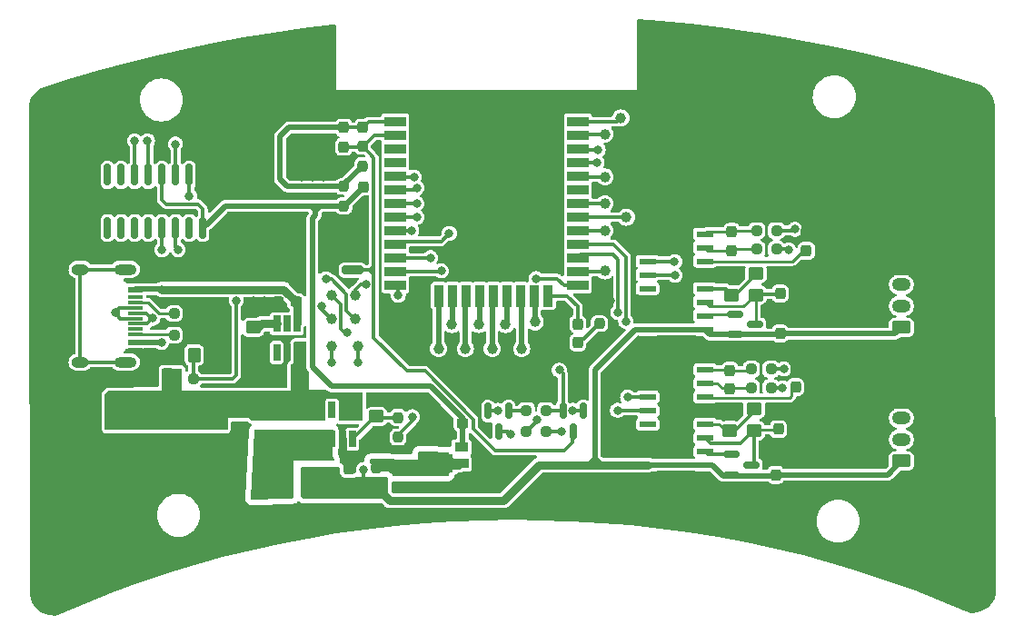
<source format=gbr>
%TF.GenerationSoftware,KiCad,Pcbnew,(7.0.0)*%
%TF.CreationDate,2023-04-13T18:09:42+05:30*%
%TF.ProjectId,smart_toilet,736d6172-745f-4746-9f69-6c65742e6b69,rev?*%
%TF.SameCoordinates,Original*%
%TF.FileFunction,Copper,L1,Top*%
%TF.FilePolarity,Positive*%
%FSLAX46Y46*%
G04 Gerber Fmt 4.6, Leading zero omitted, Abs format (unit mm)*
G04 Created by KiCad (PCBNEW (7.0.0)) date 2023-04-13 18:09:42*
%MOMM*%
%LPD*%
G01*
G04 APERTURE LIST*
G04 Aperture macros list*
%AMRoundRect*
0 Rectangle with rounded corners*
0 $1 Rounding radius*
0 $2 $3 $4 $5 $6 $7 $8 $9 X,Y pos of 4 corners*
0 Add a 4 corners polygon primitive as box body*
4,1,4,$2,$3,$4,$5,$6,$7,$8,$9,$2,$3,0*
0 Add four circle primitives for the rounded corners*
1,1,$1+$1,$2,$3*
1,1,$1+$1,$4,$5*
1,1,$1+$1,$6,$7*
1,1,$1+$1,$8,$9*
0 Add four rect primitives between the rounded corners*
20,1,$1+$1,$2,$3,$4,$5,0*
20,1,$1+$1,$4,$5,$6,$7,0*
20,1,$1+$1,$6,$7,$8,$9,0*
20,1,$1+$1,$8,$9,$2,$3,0*%
%AMFreePoly0*
4,1,11,1.467500,1.700000,0.527500,0.844500,0.527500,-0.844500,1.467500,-1.700000,1.467500,-2.755000,0.527500,-2.755000,-0.527500,-1.700000,-0.527500,1.700000,0.527500,2.755000,1.467500,2.755000,1.467500,1.700000,1.467500,1.700000,$1*%
%AMFreePoly1*
4,1,11,0.527500,1.700000,0.527500,-1.700000,-0.527500,-2.755000,-1.467500,-2.755000,-1.467500,-1.700000,-0.527500,-0.844500,-0.527500,0.844500,-1.467500,1.700000,-1.467500,2.755000,-0.527500,2.755000,0.527500,1.700000,0.527500,1.700000,$1*%
%AMFreePoly2*
4,1,9,3.862500,-0.866500,0.737500,-0.866500,0.737500,-0.450000,-0.737500,-0.450000,-0.737500,0.450000,0.737500,0.450000,0.737500,0.866500,3.862500,0.866500,3.862500,-0.866500,3.862500,-0.866500,$1*%
G04 Aperture macros list end*
%TA.AperFunction,SMDPad,CuDef*%
%ADD10RoundRect,0.250000X-0.450000X0.350000X-0.450000X-0.350000X0.450000X-0.350000X0.450000X0.350000X0*%
%TD*%
%TA.AperFunction,SMDPad,CuDef*%
%ADD11RoundRect,0.250000X0.450000X-0.350000X0.450000X0.350000X-0.450000X0.350000X-0.450000X-0.350000X0*%
%TD*%
%TA.AperFunction,SMDPad,CuDef*%
%ADD12RoundRect,0.250000X-0.350000X-0.450000X0.350000X-0.450000X0.350000X0.450000X-0.350000X0.450000X0*%
%TD*%
%TA.AperFunction,SMDPad,CuDef*%
%ADD13C,1.000000*%
%TD*%
%TA.AperFunction,SMDPad,CuDef*%
%ADD14RoundRect,0.150000X-0.587500X-0.150000X0.587500X-0.150000X0.587500X0.150000X-0.587500X0.150000X0*%
%TD*%
%TA.AperFunction,ComponentPad*%
%ADD15RoundRect,0.250000X0.625000X-0.350000X0.625000X0.350000X-0.625000X0.350000X-0.625000X-0.350000X0*%
%TD*%
%TA.AperFunction,ComponentPad*%
%ADD16O,1.750000X1.200000*%
%TD*%
%TA.AperFunction,SMDPad,CuDef*%
%ADD17RoundRect,0.237500X-0.237500X0.250000X-0.237500X-0.250000X0.237500X-0.250000X0.237500X0.250000X0*%
%TD*%
%TA.AperFunction,SMDPad,CuDef*%
%ADD18RoundRect,0.237500X0.250000X0.237500X-0.250000X0.237500X-0.250000X-0.237500X0.250000X-0.237500X0*%
%TD*%
%TA.AperFunction,SMDPad,CuDef*%
%ADD19RoundRect,0.237500X0.237500X-0.300000X0.237500X0.300000X-0.237500X0.300000X-0.237500X-0.300000X0*%
%TD*%
%TA.AperFunction,SMDPad,CuDef*%
%ADD20R,1.450000X0.600000*%
%TD*%
%TA.AperFunction,SMDPad,CuDef*%
%ADD21R,1.450000X0.300000*%
%TD*%
%TA.AperFunction,ComponentPad*%
%ADD22O,2.100000X1.000000*%
%TD*%
%TA.AperFunction,ComponentPad*%
%ADD23O,1.600000X1.000000*%
%TD*%
%TA.AperFunction,SMDPad,CuDef*%
%ADD24RoundRect,0.250000X1.000000X0.650000X-1.000000X0.650000X-1.000000X-0.650000X1.000000X-0.650000X0*%
%TD*%
%TA.AperFunction,SMDPad,CuDef*%
%ADD25RoundRect,0.200000X-0.800000X0.200000X-0.800000X-0.200000X0.800000X-0.200000X0.800000X0.200000X0*%
%TD*%
%TA.AperFunction,SMDPad,CuDef*%
%ADD26R,0.650000X1.560000*%
%TD*%
%TA.AperFunction,SMDPad,CuDef*%
%ADD27RoundRect,0.237500X-0.237500X0.300000X-0.237500X-0.300000X0.237500X-0.300000X0.237500X0.300000X0*%
%TD*%
%TA.AperFunction,SMDPad,CuDef*%
%ADD28RoundRect,0.237500X0.237500X-0.287500X0.237500X0.287500X-0.237500X0.287500X-0.237500X-0.287500X0*%
%TD*%
%TA.AperFunction,SMDPad,CuDef*%
%ADD29RoundRect,0.150000X-0.150000X0.587500X-0.150000X-0.587500X0.150000X-0.587500X0.150000X0.587500X0*%
%TD*%
%TA.AperFunction,SMDPad,CuDef*%
%ADD30FreePoly0,270.000000*%
%TD*%
%TA.AperFunction,SMDPad,CuDef*%
%ADD31FreePoly1,270.000000*%
%TD*%
%TA.AperFunction,SMDPad,CuDef*%
%ADD32RoundRect,0.041300X0.748700X0.253700X-0.748700X0.253700X-0.748700X-0.253700X0.748700X-0.253700X0*%
%TD*%
%TA.AperFunction,SMDPad,CuDef*%
%ADD33RoundRect,0.237500X-0.300000X-0.237500X0.300000X-0.237500X0.300000X0.237500X-0.300000X0.237500X0*%
%TD*%
%TA.AperFunction,ComponentPad*%
%ADD34RoundRect,0.250000X-0.625000X0.350000X-0.625000X-0.350000X0.625000X-0.350000X0.625000X0.350000X0*%
%TD*%
%TA.AperFunction,SMDPad,CuDef*%
%ADD35RoundRect,0.150000X-0.150000X0.825000X-0.150000X-0.825000X0.150000X-0.825000X0.150000X0.825000X0*%
%TD*%
%TA.AperFunction,SMDPad,CuDef*%
%ADD36RoundRect,0.237500X-0.250000X-0.237500X0.250000X-0.237500X0.250000X0.237500X-0.250000X0.237500X0*%
%TD*%
%TA.AperFunction,SMDPad,CuDef*%
%ADD37R,1.300000X0.900000*%
%TD*%
%TA.AperFunction,SMDPad,CuDef*%
%ADD38FreePoly2,180.000000*%
%TD*%
%TA.AperFunction,SMDPad,CuDef*%
%ADD39RoundRect,0.237500X0.237500X-0.250000X0.237500X0.250000X-0.237500X0.250000X-0.237500X-0.250000X0*%
%TD*%
%TA.AperFunction,SMDPad,CuDef*%
%ADD40R,5.000000X5.000000*%
%TD*%
%TA.AperFunction,SMDPad,CuDef*%
%ADD41R,2.000000X0.900000*%
%TD*%
%TA.AperFunction,SMDPad,CuDef*%
%ADD42R,0.900000X2.000000*%
%TD*%
%TA.AperFunction,SMDPad,CuDef*%
%ADD43RoundRect,0.237500X0.300000X0.237500X-0.300000X0.237500X-0.300000X-0.237500X0.300000X-0.237500X0*%
%TD*%
%TA.AperFunction,ViaPad*%
%ADD44C,0.800000*%
%TD*%
%TA.AperFunction,Conductor*%
%ADD45C,0.250000*%
%TD*%
%TA.AperFunction,Conductor*%
%ADD46C,0.300000*%
%TD*%
%TA.AperFunction,Conductor*%
%ADD47C,0.500000*%
%TD*%
%TA.AperFunction,Conductor*%
%ADD48C,0.800000*%
%TD*%
%TA.AperFunction,Conductor*%
%ADD49C,0.200000*%
%TD*%
G04 APERTURE END LIST*
D10*
%TO.P,R4,1*%
%TO.N,GND*%
X165850001Y-99412499D03*
%TO.P,R4,2*%
%TO.N,Net-(U1-VFB)*%
X165850001Y-101412499D03*
%TD*%
%TO.P,R2,1*%
%TO.N,GND*%
X165680001Y-112075001D03*
%TO.P,R2,2*%
%TO.N,Net-(U2-VFB)*%
X165680001Y-114075001D03*
%TD*%
D11*
%TO.P,R8,1*%
%TO.N,GND*%
X132750000Y-114750000D03*
%TO.P,R8,2*%
%TO.N,Net-(U3-FB)*%
X132750000Y-112750000D03*
%TD*%
D10*
%TO.P,R3,1*%
%TO.N,Net-(U1-VFB)*%
X168100001Y-99412500D03*
%TO.P,R3,2*%
%TO.N,/E+*%
X168100001Y-101412500D03*
%TD*%
%TO.P,R1,1*%
%TO.N,Net-(U2-VFB)*%
X167930001Y-112074999D03*
%TO.P,R1,2*%
%TO.N,/E+_1*%
X167930001Y-114074999D03*
%TD*%
D11*
%TO.P,R19,1*%
%TO.N,GND*%
X121250000Y-106450000D03*
%TO.P,R19,2*%
%TO.N,Net-(U7-PROG)*%
X121250000Y-104450000D03*
%TD*%
D12*
%TO.P,R16,1*%
%TO.N,GND*%
X113750000Y-107000000D03*
%TO.P,R16,2*%
%TO.N,BTSENS*%
X115750000Y-107000000D03*
%TD*%
D13*
%TO.P,TP21,1,1*%
%TO.N,Net-(U4-SCS{slash}CMD)*%
X142275000Y-104175000D03*
%TD*%
%TO.P,TP20,1,1*%
%TO.N,Net-(U4-SCK{slash}CLK)*%
X143525000Y-106425000D03*
%TD*%
%TO.P,TP19,1,1*%
%TO.N,Net-(U4-SWP{slash}SD3)*%
X141025000Y-106425000D03*
%TD*%
%TO.P,TP18,1,1*%
%TO.N,Net-(U4-SHD{slash}SD2)*%
X139775000Y-104175000D03*
%TD*%
%TO.P,TP17,1,1*%
%TO.N,Net-(U4-SDI{slash}SD1)*%
X146275000Y-106425000D03*
%TD*%
%TO.P,TP16,1,1*%
%TO.N,Net-(U4-SDO{slash}SD0)*%
X144775000Y-104175000D03*
%TD*%
%TO.P,TP15,1,1*%
%TO.N,Net-(U4-IO35)*%
X128525000Y-103675000D03*
%TD*%
%TO.P,TP14,1,1*%
%TO.N,Net-(U4-IO33)*%
X128525000Y-106175000D03*
%TD*%
%TO.P,TP13,1,1*%
%TO.N,Net-(U4-IO32)*%
X130775000Y-103675000D03*
%TD*%
%TO.P,TP12,1,1*%
%TO.N,Net-(U4-IO25)*%
X131025000Y-106175000D03*
%TD*%
%TO.P,TP11,1,1*%
%TO.N,Net-(U4-IO23)*%
X155525000Y-84925000D03*
%TD*%
%TO.P,TP10,1,1*%
%TO.N,Net-(U4-IO22)*%
X154025000Y-86425000D03*
%TD*%
%TO.P,TP9,1,1*%
%TO.N,Net-(U4-IO21)*%
X154025000Y-90425000D03*
%TD*%
%TO.P,TP8,1,1*%
%TO.N,Net-(U4-IO19)*%
X154025000Y-92925000D03*
%TD*%
%TO.P,TP7,1,1*%
%TO.N,Net-(U4-IO18)*%
X156025000Y-94175000D03*
%TD*%
%TO.P,TP6,1,1*%
%TO.N,Net-(U4-IO15)*%
X147525000Y-103925000D03*
%TD*%
%TO.P,TP5,1,1*%
%TO.N,Net-(U4-IO14)*%
X128525000Y-101425000D03*
%TD*%
%TO.P,TP4,1,1*%
%TO.N,Net-(U4-IO13)*%
X138525000Y-106425000D03*
%TD*%
%TO.P,TP3,1,1*%
%TO.N,Net-(U4-IO12)*%
X130775000Y-101425000D03*
%TD*%
%TO.P,TP2,1,1*%
%TO.N,Net-(U4-IO5)*%
X154025000Y-95425000D03*
%TD*%
%TO.P,TP1,1,1*%
%TO.N,Net-(U4-IO4)*%
X154025000Y-99175000D03*
%TD*%
D14*
%TO.P,Q2,1,B*%
%TO.N,Net-(Q2-B)*%
X165812500Y-116300000D03*
%TO.P,Q2,2,E*%
%TO.N,+5V*%
X165812500Y-118200000D03*
%TO.P,Q2,3,C*%
%TO.N,/E+_1*%
X167687500Y-117250000D03*
%TD*%
D15*
%TO.P,J2,1,Pin_1*%
%TO.N,+5V*%
X181650000Y-116900000D03*
D16*
%TO.P,J2,2,Pin_2*%
%TO.N,S-_1*%
X181649999Y-114899999D03*
%TO.P,J2,3,Pin_3*%
%TO.N,S+_1*%
X181649999Y-112899999D03*
%TO.P,J2,4,Pin_4*%
%TO.N,GND*%
X181649999Y-110899999D03*
%TD*%
D17*
%TO.P,R7,1*%
%TO.N,Net-(U3-FB)*%
X134750000Y-112837500D03*
%TO.P,R7,2*%
%TO.N,+5V*%
X134750000Y-114662500D03*
%TD*%
D18*
%TO.P,R11,1*%
%TO.N,S-_1*%
X169505001Y-110074999D03*
%TO.P,R11,2*%
%TO.N,Net-(U2-INNA)*%
X167680001Y-110074999D03*
%TD*%
D19*
%TO.P,C10,1*%
%TO.N,+5V*%
X169940001Y-118182500D03*
%TO.P,C10,2*%
%TO.N,GND*%
X169940001Y-116457500D03*
%TD*%
D20*
%TO.P,J5,A1,GND*%
%TO.N,GND*%
X110244999Y-100109999D03*
%TO.P,J5,A4,VBUS*%
%TO.N,VBUS*%
X110244999Y-100909999D03*
D21*
%TO.P,J5,A5,CC1*%
%TO.N,Net-(J5-CC1)*%
X110244999Y-102109999D03*
%TO.P,J5,A6,D+*%
%TO.N,DP*%
X110244999Y-103109999D03*
%TO.P,J5,A7,D-*%
%TO.N,DN*%
X110244999Y-103609999D03*
%TO.P,J5,A8,SBU1*%
%TO.N,unconnected-(J5-SBU1-PadA8)*%
X110244999Y-104609999D03*
D20*
%TO.P,J5,A9,VBUS*%
%TO.N,VBUS*%
X110244999Y-105809999D03*
%TO.P,J5,A12,GND*%
%TO.N,GND*%
X110244999Y-106609999D03*
%TO.P,J5,B1,GND*%
X110244999Y-106609999D03*
%TO.P,J5,B4,VBUS*%
%TO.N,VBUS*%
X110244999Y-105809999D03*
D21*
%TO.P,J5,B5,CC2*%
%TO.N,Net-(J5-CC2)*%
X110244999Y-105109999D03*
%TO.P,J5,B6,D+*%
%TO.N,DP*%
X110244999Y-104109999D03*
%TO.P,J5,B7,D-*%
%TO.N,DN*%
X110244999Y-102609999D03*
%TO.P,J5,B8,SBU2*%
%TO.N,unconnected-(J5-SBU2-PadB8)*%
X110244999Y-101609999D03*
D20*
%TO.P,J5,B9,VBUS*%
%TO.N,VBUS*%
X110244999Y-100909999D03*
%TO.P,J5,B12,GND*%
%TO.N,GND*%
X110244999Y-100109999D03*
D22*
%TO.P,J5,S1,SHIELD*%
%TO.N,unconnected-(J5-SHIELD-PadS1)*%
X109329999Y-99039999D03*
D23*
X105149999Y-99039999D03*
D22*
X109329999Y-107679999D03*
D23*
X105149999Y-107679999D03*
%TD*%
D24*
%TO.P,D1,1,K*%
%TO.N,+5V*%
X127250000Y-118700000D03*
%TO.P,D1,2,A*%
%TO.N,/SW*%
X123250000Y-118700000D03*
%TD*%
D25*
%TO.P,SW1,1,1*%
%TO.N,GND*%
X130500000Y-94900000D03*
%TO.P,SW1,2,2*%
%TO.N,ESP_EN*%
X130500000Y-99100000D03*
%TD*%
D19*
%TO.P,C2,1*%
%TO.N,Net-(U2-VBG)*%
X171790001Y-110024999D03*
%TO.P,C2,2*%
%TO.N,GND*%
X171790001Y-108299999D03*
%TD*%
D26*
%TO.P,U3,1,SW*%
%TO.N,/SW*%
X128599999Y-114849999D03*
%TO.P,U3,2,GND*%
%TO.N,GND*%
X129549999Y-114849999D03*
%TO.P,U3,3,FB*%
%TO.N,Net-(U3-FB)*%
X130499999Y-114849999D03*
%TO.P,U3,4,EN*%
%TO.N,+BATT*%
X130499999Y-112149999D03*
%TO.P,U3,5,IN*%
X129549999Y-112149999D03*
%TO.P,U3,6,N/C*%
%TO.N,unconnected-(U3-N{slash}C-Pad6)*%
X128599999Y-112149999D03*
%TD*%
D19*
%TO.P,C11,1*%
%TO.N,Net-(U2-INNA)*%
X165680002Y-110187500D03*
%TO.P,C11,2*%
%TO.N,Net-(U2-INPA)*%
X165680002Y-108462500D03*
%TD*%
D27*
%TO.P,C15,1*%
%TO.N,Net-(JP2-B)*%
X134750000Y-117587500D03*
%TO.P,C15,2*%
%TO.N,GND*%
X134750000Y-119312500D03*
%TD*%
D28*
%TO.P,D2,1,K*%
%TO.N,Net-(D2-K)*%
X151500000Y-105875000D03*
%TO.P,D2,2,A*%
%TO.N,IO2*%
X151500000Y-104125000D03*
%TD*%
D29*
%TO.P,Q3,1,B*%
%TO.N,Net-(Q3-B)*%
X152012500Y-112237500D03*
%TO.P,Q3,2,E*%
%TO.N,RTS*%
X150112500Y-112237500D03*
%TO.P,Q3,3,C*%
%TO.N,ESP_EN*%
X151062500Y-114112500D03*
%TD*%
D30*
%TO.P,L1,1*%
%TO.N,+BATT*%
X124150000Y-111472500D03*
D31*
%TO.P,L1,2*%
%TO.N,/SW*%
X124150000Y-115927500D03*
%TD*%
D29*
%TO.P,Q4,1,B*%
%TO.N,Net-(Q4-B)*%
X145062500Y-112237500D03*
%TO.P,Q4,2,E*%
%TO.N,DTR*%
X143162500Y-112237500D03*
%TO.P,Q4,3,C*%
%TO.N,IO0*%
X144112500Y-114112500D03*
%TD*%
D32*
%TO.P,U2,1,VSUP*%
%TO.N,+5V*%
X163350000Y-117270000D03*
%TO.P,U2,2,BASE*%
%TO.N,Net-(Q2-B)*%
X163350000Y-116000000D03*
%TO.P,U2,3,AVDD*%
%TO.N,/E+_1*%
X163350000Y-114730000D03*
%TO.P,U2,4,VFB*%
%TO.N,Net-(U2-VFB)*%
X163350000Y-113460000D03*
%TO.P,U2,5,AGND*%
%TO.N,GND*%
X163350000Y-112190000D03*
%TO.P,U2,6,VBG*%
%TO.N,Net-(U2-VBG)*%
X163350000Y-110920000D03*
%TO.P,U2,7,INNA*%
%TO.N,Net-(U2-INNA)*%
X163350000Y-109650000D03*
%TO.P,U2,8,INPA*%
%TO.N,Net-(U2-INPA)*%
X163350000Y-108380000D03*
%TO.P,U2,9,INPB*%
%TO.N,GND*%
X158010000Y-108380000D03*
%TO.P,U2,10,INNB*%
X158010000Y-109650000D03*
%TO.P,U2,11,PD_SCK*%
%TO.N,SCK2*%
X158010000Y-110920000D03*
%TO.P,U2,12,DOUT*%
%TO.N,DOUT2*%
X158010000Y-112190000D03*
%TO.P,U2,13,XO*%
%TO.N,unconnected-(U2-XO-Pad13)*%
X158010000Y-113460000D03*
%TO.P,U2,14,XI*%
%TO.N,GND*%
X158010000Y-114730000D03*
%TO.P,U2,15,RATE*%
X158010000Y-116000000D03*
%TO.P,U2,16,DVDD*%
%TO.N,+5V*%
X158010000Y-117270000D03*
%TD*%
D33*
%TO.P,C18,1*%
%TO.N,GND*%
X123537500Y-109050000D03*
%TO.P,C18,2*%
%TO.N,+BATT*%
X125262500Y-109050000D03*
%TD*%
D27*
%TO.P,C7,1*%
%TO.N,+BATT*%
X120000000Y-112087500D03*
%TO.P,C7,2*%
%TO.N,GND*%
X120000000Y-113812500D03*
%TD*%
D18*
%TO.P,R9,2*%
%TO.N,DTR*%
X146700000Y-114175000D03*
%TO.P,R9,1*%
%TO.N,Net-(Q3-B)*%
X148525000Y-114175000D03*
%TD*%
D19*
%TO.P,C13,1*%
%TO.N,VCC*%
X129700000Y-85825000D03*
%TO.P,C13,2*%
%TO.N,GND*%
X129700000Y-84100000D03*
%TD*%
D18*
%TO.P,R15,1*%
%TO.N,BTSENS*%
X115662500Y-109250000D03*
%TO.P,R15,2*%
%TO.N,+BATT*%
X113837500Y-109250000D03*
%TD*%
D34*
%TO.P,J1,1,Pin_1*%
%TO.N,+BATT*%
X108960000Y-113110000D03*
D16*
%TO.P,J1,2,Pin_2*%
%TO.N,GND*%
X108959999Y-115109999D03*
%TD*%
D35*
%TO.P,U5,1,GND*%
%TO.N,GND*%
X116560000Y-90230000D03*
%TO.P,U5,2,TXD*%
%TO.N,RX0*%
X115290000Y-90230000D03*
%TO.P,U5,3,RXD*%
%TO.N,TX0*%
X114020000Y-90230000D03*
%TO.P,U5,4,V3*%
%TO.N,+3.3V*%
X112750000Y-90230000D03*
%TO.P,U5,5,UD+*%
%TO.N,DP*%
X111480000Y-90230000D03*
%TO.P,U5,6,UD-*%
%TO.N,DN*%
X110210000Y-90230000D03*
%TO.P,U5,7,NC*%
%TO.N,unconnected-(U5-NC-Pad7)*%
X108940000Y-90230000D03*
%TO.P,U5,8,NC*%
%TO.N,unconnected-(U5-NC-Pad8)*%
X107670000Y-90230000D03*
%TO.P,U5,9,~{CTS}*%
%TO.N,unconnected-(U5-~{CTS}-Pad9)*%
X107670000Y-95180000D03*
%TO.P,U5,10,~{DSR}*%
%TO.N,unconnected-(U5-~{DSR}-Pad10)*%
X108940000Y-95180000D03*
%TO.P,U5,11,~{RI}*%
%TO.N,unconnected-(U5-~{RI}-Pad11)*%
X110210000Y-95180000D03*
%TO.P,U5,12,~{DCD}*%
%TO.N,unconnected-(U5-~{DCD}-Pad12)*%
X111480000Y-95180000D03*
%TO.P,U5,13,~{DTR}*%
%TO.N,DTR*%
X112750000Y-95180000D03*
%TO.P,U5,14,~{RTS}*%
%TO.N,RTS*%
X114020000Y-95180000D03*
%TO.P,U5,15,R232*%
%TO.N,unconnected-(U5-R232-Pad15)*%
X115290000Y-95180000D03*
%TO.P,U5,16,VCC*%
%TO.N,+3.3V*%
X116560000Y-95180000D03*
%TD*%
D36*
%TO.P,R10,1*%
%TO.N,Net-(U2-INPA)*%
X167680000Y-108325000D03*
%TO.P,R10,2*%
%TO.N,S+_1*%
X169505000Y-108325000D03*
%TD*%
%TO.P,R12,1*%
%TO.N,Net-(Q4-B)*%
X146700000Y-112175000D03*
%TO.P,R12,2*%
%TO.N,RTS*%
X148525000Y-112175000D03*
%TD*%
D37*
%TO.P,U6,1,GND*%
%TO.N,GND*%
X140649999Y-118624999D03*
D38*
%TO.P,U6,2,VIN*%
%TO.N,Net-(JP2-B)*%
X140562500Y-117125000D03*
D37*
%TO.P,U6,3,VOUT*%
%TO.N,+3.3V*%
X140649999Y-115624999D03*
%TD*%
D14*
%TO.P,Q1,1,B*%
%TO.N,Net-(Q1-B)*%
X166162501Y-103212500D03*
%TO.P,Q1,2,E*%
%TO.N,+5V*%
X166162501Y-105112500D03*
%TO.P,Q1,3,C*%
%TO.N,/E+*%
X168037501Y-104162500D03*
%TD*%
D15*
%TO.P,J3,1,Pin_1*%
%TO.N,+5V*%
X181650000Y-104455000D03*
D16*
%TO.P,J3,2,Pin_2*%
%TO.N,S-*%
X181649999Y-102454999D03*
%TO.P,J3,3,Pin_3*%
%TO.N,S+*%
X181649999Y-100454999D03*
%TO.P,J3,4,Pin_4*%
%TO.N,GND*%
X181649999Y-98454999D03*
%TD*%
D27*
%TO.P,C12,1*%
%TO.N,ESP_EN*%
X129700000Y-87612500D03*
%TO.P,C12,2*%
%TO.N,GND*%
X129700000Y-89337500D03*
%TD*%
D19*
%TO.P,C5,1*%
%TO.N,Net-(U1-VBG)*%
X172800000Y-97307500D03*
%TO.P,C5,2*%
%TO.N,GND*%
X172800000Y-95582500D03*
%TD*%
D39*
%TO.P,JP1,1,A*%
%TO.N,+3.3V*%
X129700000Y-93125000D03*
%TO.P,JP1,2,B*%
%TO.N,VCC*%
X129700000Y-91300000D03*
%TD*%
%TO.P,JP2,1,A*%
%TO.N,+5V*%
X132750000Y-119362500D03*
%TO.P,JP2,2,B*%
%TO.N,Net-(JP2-B)*%
X132750000Y-117537500D03*
%TD*%
D19*
%TO.P,C6,1*%
%TO.N,Net-(U1-INNA)*%
X165850000Y-97275000D03*
%TO.P,C6,2*%
%TO.N,Net-(U1-INPA)*%
X165850000Y-95550000D03*
%TD*%
D17*
%TO.P,R13,1*%
%TO.N,ESP_EN*%
X131450000Y-87562500D03*
%TO.P,R13,2*%
%TO.N,VCC*%
X131450000Y-89387500D03*
%TD*%
D40*
%TO.P,U4,39,GND*%
%TO.N,GND*%
X141999999Y-91494999D03*
D41*
%TO.P,U4,38,GND*%
X151499999Y-83994999D03*
%TO.P,U4,37,IO23*%
%TO.N,Net-(U4-IO23)*%
X151499999Y-85264999D03*
%TO.P,U4,36,IO22*%
%TO.N,Net-(U4-IO22)*%
X151499999Y-86534999D03*
%TO.P,U4,35,TXD0/IO1*%
%TO.N,TX0*%
X151499999Y-87804999D03*
%TO.P,U4,34,RXD0/IO3*%
%TO.N,RX0*%
X151499999Y-89074999D03*
%TO.P,U4,33,IO21*%
%TO.N,Net-(U4-IO21)*%
X151499999Y-90344999D03*
%TO.P,U4,32,NC*%
%TO.N,unconnected-(U4-NC-Pad32)*%
X151499999Y-91614999D03*
%TO.P,U4,31,IO19*%
%TO.N,Net-(U4-IO19)*%
X151499999Y-92884999D03*
%TO.P,U4,30,IO18*%
%TO.N,Net-(U4-IO18)*%
X151499999Y-94154999D03*
%TO.P,U4,29,IO5*%
%TO.N,Net-(U4-IO5)*%
X151499999Y-95424999D03*
%TO.P,U4,28,IO17*%
%TO.N,SCK2*%
X151499999Y-96694999D03*
%TO.P,U4,27,IO16*%
%TO.N,DOUT2*%
X151499999Y-97964999D03*
%TO.P,U4,26,IO4*%
%TO.N,Net-(U4-IO4)*%
X151499999Y-99234999D03*
%TO.P,U4,25,IO0*%
%TO.N,IO0*%
X151499999Y-100504999D03*
D42*
%TO.P,U4,24,IO2*%
%TO.N,IO2*%
X148714999Y-101504999D03*
%TO.P,U4,23,IO15*%
%TO.N,Net-(U4-IO15)*%
X147444999Y-101504999D03*
%TO.P,U4,22,SDI/SD1*%
%TO.N,Net-(U4-SDI{slash}SD1)*%
X146174999Y-101504999D03*
%TO.P,U4,21,SDO/SD0*%
%TO.N,Net-(U4-SDO{slash}SD0)*%
X144904999Y-101504999D03*
%TO.P,U4,20,SCK/CLK*%
%TO.N,Net-(U4-SCK{slash}CLK)*%
X143634999Y-101504999D03*
%TO.P,U4,19,SCS/CMD*%
%TO.N,Net-(U4-SCS{slash}CMD)*%
X142364999Y-101504999D03*
%TO.P,U4,18,SWP/SD3*%
%TO.N,Net-(U4-SWP{slash}SD3)*%
X141094999Y-101504999D03*
%TO.P,U4,17,SHD/SD2*%
%TO.N,Net-(U4-SHD{slash}SD2)*%
X139824999Y-101504999D03*
%TO.P,U4,16,IO13*%
%TO.N,Net-(U4-IO13)*%
X138554999Y-101504999D03*
%TO.P,U4,15,GND*%
%TO.N,GND*%
X137284999Y-101504999D03*
D41*
%TO.P,U4,14,IO12*%
%TO.N,Net-(U4-IO12)*%
X134499999Y-100504999D03*
%TO.P,U4,13,IO14*%
%TO.N,Net-(U4-IO14)*%
X134499999Y-99234999D03*
%TO.P,U4,12,IO27*%
%TO.N,DOUT1*%
X134499999Y-97964999D03*
%TO.P,U4,11,IO26*%
%TO.N,SCK1*%
X134499999Y-96694999D03*
%TO.P,U4,10,IO25*%
%TO.N,Net-(U4-IO25)*%
X134499999Y-95424999D03*
%TO.P,U4,9,IO33*%
%TO.N,Net-(U4-IO33)*%
X134499999Y-94154999D03*
%TO.P,U4,8,IO32*%
%TO.N,Net-(U4-IO32)*%
X134499999Y-92884999D03*
%TO.P,U4,7,IO35*%
%TO.N,Net-(U4-IO35)*%
X134499999Y-91614999D03*
%TO.P,U4,6,IO34*%
%TO.N,BTSENS*%
X134499999Y-90344999D03*
%TO.P,U4,5,SENSOR_VN*%
%TO.N,unconnected-(U4-SENSOR_VN-Pad5)*%
X134499999Y-89074999D03*
%TO.P,U4,4,SENSOR_VP*%
%TO.N,unconnected-(U4-SENSOR_VP-Pad4)*%
X134499999Y-87804999D03*
%TO.P,U4,3,EN*%
%TO.N,ESP_EN*%
X134499999Y-86534999D03*
%TO.P,U4,2,VDD*%
%TO.N,VCC*%
X134499999Y-85264999D03*
%TO.P,U4,1,GND*%
%TO.N,GND*%
X134499999Y-83994999D03*
%TD*%
D26*
%TO.P,U7,1,CHRG*%
%TO.N,unconnected-(U7-CHRG-Pad1)*%
X123449999Y-106799999D03*
%TO.P,U7,2,GND*%
%TO.N,GND*%
X124399999Y-106799999D03*
%TO.P,U7,3,BAT*%
%TO.N,+BATT*%
X125349999Y-106799999D03*
%TO.P,U7,4,VCC*%
%TO.N,VBUS*%
X125349999Y-104099999D03*
%TO.P,U7,5,STDBY*%
%TO.N,unconnected-(U7-STDBY-Pad5)*%
X124399999Y-104099999D03*
%TO.P,U7,6,PROG*%
%TO.N,Net-(U7-PROG)*%
X123449999Y-104099999D03*
%TD*%
D18*
%TO.P,R17,1*%
%TO.N,GND*%
X115700000Y-105150000D03*
%TO.P,R17,2*%
%TO.N,Net-(J5-CC2)*%
X113875000Y-105150000D03*
%TD*%
D19*
%TO.P,C4,1*%
%TO.N,/E+*%
X170350000Y-101274999D03*
%TO.P,C4,2*%
%TO.N,GND*%
X170350000Y-99549999D03*
%TD*%
%TO.P,C14,1*%
%TO.N,VCC*%
X131450000Y-85825000D03*
%TO.P,C14,2*%
%TO.N,GND*%
X131450000Y-84100000D03*
%TD*%
D36*
%TO.P,R6,1*%
%TO.N,Net-(U1-INPA)*%
X168187501Y-95412500D03*
%TO.P,R6,2*%
%TO.N,S+*%
X170012501Y-95412500D03*
%TD*%
D19*
%TO.P,C1,1*%
%TO.N,/E+_1*%
X170180001Y-113937500D03*
%TO.P,C1,2*%
%TO.N,GND*%
X170180001Y-112212500D03*
%TD*%
D39*
%TO.P,R14,1*%
%TO.N,GND*%
X153500000Y-105912500D03*
%TO.P,R14,2*%
%TO.N,Net-(D2-K)*%
X153500000Y-104087500D03*
%TD*%
D19*
%TO.P,C3,1*%
%TO.N,+5V*%
X170350000Y-105025000D03*
%TO.P,C3,2*%
%TO.N,GND*%
X170350000Y-103300000D03*
%TD*%
D18*
%TO.P,R18,1*%
%TO.N,GND*%
X115700000Y-103150000D03*
%TO.P,R18,2*%
%TO.N,Net-(J5-CC1)*%
X113875000Y-103150000D03*
%TD*%
D33*
%TO.P,C17,1*%
%TO.N,GND*%
X123537500Y-102050000D03*
%TO.P,C17,2*%
%TO.N,VBUS*%
X125262500Y-102050000D03*
%TD*%
D19*
%TO.P,C8,1*%
%TO.N,+5V*%
X130200000Y-119312500D03*
%TO.P,C8,2*%
%TO.N,GND*%
X130200000Y-117587500D03*
%TD*%
D43*
%TO.P,C16,1*%
%TO.N,+3.3V*%
X140762500Y-113375000D03*
%TO.P,C16,2*%
%TO.N,GND*%
X139037500Y-113375000D03*
%TD*%
D18*
%TO.P,R5,1*%
%TO.N,S-*%
X170012499Y-97162500D03*
%TO.P,R5,2*%
%TO.N,Net-(U1-INNA)*%
X168187499Y-97162500D03*
%TD*%
D27*
%TO.P,C9,1*%
%TO.N,+3.3V*%
X131500000Y-91337500D03*
%TO.P,C9,2*%
%TO.N,GND*%
X131500000Y-93062500D03*
%TD*%
D32*
%TO.P,U1,1,VSUP*%
%TO.N,+5V*%
X163337500Y-104627501D03*
%TO.P,U1,2,BASE*%
%TO.N,Net-(Q1-B)*%
X163337500Y-103357501D03*
%TO.P,U1,3,AVDD*%
%TO.N,/E+*%
X163337500Y-102087501D03*
%TO.P,U1,4,VFB*%
%TO.N,Net-(U1-VFB)*%
X163337500Y-100817501D03*
%TO.P,U1,5,AGND*%
%TO.N,GND*%
X163337500Y-99547501D03*
%TO.P,U1,6,VBG*%
%TO.N,Net-(U1-VBG)*%
X163337500Y-98277501D03*
%TO.P,U1,7,INNA*%
%TO.N,Net-(U1-INNA)*%
X163337500Y-97007501D03*
%TO.P,U1,8,INPA*%
%TO.N,Net-(U1-INPA)*%
X163337500Y-95737501D03*
%TO.P,U1,9,INPB*%
%TO.N,GND*%
X157997500Y-95737501D03*
%TO.P,U1,10,INNB*%
X157997500Y-97007501D03*
%TO.P,U1,11,PD_SCK*%
%TO.N,SCK1*%
X157997500Y-98277501D03*
%TO.P,U1,12,DOUT*%
%TO.N,DOUT1*%
X157997500Y-99547501D03*
%TO.P,U1,13,XO*%
%TO.N,unconnected-(U1-XO-Pad13)*%
X157997500Y-100817501D03*
%TO.P,U1,14,XI*%
%TO.N,GND*%
X157997500Y-102087501D03*
%TO.P,U1,15,RATE*%
X157997500Y-103357501D03*
%TO.P,U1,16,DVDD*%
%TO.N,+5V*%
X157997500Y-104627501D03*
%TD*%
D44*
%TO.N,Net-(U4-IO32)*%
X136485000Y-92885000D03*
%TO.N,GND*%
X174025000Y-101175000D03*
X175025000Y-101175000D03*
X176025000Y-101175000D03*
X176525000Y-100425000D03*
X175525000Y-100425000D03*
X174525000Y-100425000D03*
X173525000Y-100425000D03*
X176025000Y-98175000D03*
X175025000Y-98175000D03*
X174025000Y-98175000D03*
X174025000Y-99675000D03*
X175025000Y-99675000D03*
X176025000Y-99675000D03*
X176525000Y-98925000D03*
X175525000Y-98925000D03*
X174525000Y-98925000D03*
X173525000Y-98925000D03*
X101775000Y-88425000D03*
X102775000Y-88425000D03*
X103775000Y-88425000D03*
X104775000Y-88425000D03*
X105775000Y-88425000D03*
X105275000Y-87675000D03*
X104275000Y-87675000D03*
X103275000Y-87675000D03*
X102275000Y-87675000D03*
X105775000Y-86925000D03*
X101775000Y-86925000D03*
X102775000Y-86925000D03*
X103775000Y-86925000D03*
X104775000Y-86925000D03*
X105275000Y-86175000D03*
X104275000Y-86175000D03*
X103275000Y-86175000D03*
X102275000Y-86175000D03*
X101775000Y-85425000D03*
X102775000Y-85425000D03*
X103775000Y-85425000D03*
X104775000Y-85425000D03*
X105775000Y-85425000D03*
X161525000Y-111425000D03*
X160275000Y-111425000D03*
X160275000Y-113675000D03*
X161525000Y-113675000D03*
X161525000Y-112675000D03*
X160275000Y-112675000D03*
X147525000Y-105425000D03*
X144775000Y-105425000D03*
X142275000Y-105425000D03*
X139775000Y-105425000D03*
X144525000Y-110925000D03*
X143525000Y-110925000D03*
X142525000Y-110925000D03*
X141525000Y-110925000D03*
X145025000Y-110175000D03*
X144025000Y-110175000D03*
X143025000Y-110175000D03*
X142025000Y-110175000D03*
X141025000Y-110175000D03*
X154525000Y-101925000D03*
X153525000Y-101925000D03*
X152525000Y-101925000D03*
X133775000Y-104925000D03*
X134775000Y-104925000D03*
X135775000Y-104925000D03*
X136775000Y-104925000D03*
X136775000Y-103925000D03*
X135775000Y-103925000D03*
X134775000Y-103925000D03*
X133775000Y-103925000D03*
X121775000Y-102675000D03*
X122275000Y-101925000D03*
X121275000Y-101925000D03*
X122775000Y-108925000D03*
X121775000Y-108925000D03*
X120775000Y-108925000D03*
X136025000Y-111175000D03*
X135025000Y-111175000D03*
X134025000Y-111175000D03*
X133025000Y-111175000D03*
X131025000Y-97675000D03*
X131025000Y-96675000D03*
%TO.N,Net-(U4-IO14)*%
X138775000Y-99175000D03*
X130024500Y-104925000D03*
%TO.N,Net-(U4-IO12)*%
X134775000Y-101425000D03*
X131750500Y-100425000D03*
%TO.N,Net-(U4-IO33)*%
X136525000Y-94175000D03*
%TO.N,Net-(U4-IO25)*%
X136025000Y-95425000D03*
X131025000Y-107675000D03*
%TO.N,Net-(U4-IO33)*%
X128525000Y-107675000D03*
%TO.N,Net-(U4-IO32)*%
X128024500Y-99925000D03*
%TO.N,Net-(U4-IO35)*%
X136525000Y-91425000D03*
X127624500Y-102425000D03*
%TO.N,IO0*%
X145275000Y-114425000D03*
%TO.N,DTR*%
X144025000Y-112175000D03*
%TO.N,Net-(Q3-B)*%
X150025000Y-114175000D03*
X151025000Y-112175000D03*
%TO.N,DTR*%
X147690503Y-113011610D03*
%TO.N,RTS*%
X149775000Y-108425000D03*
%TO.N,S+_1*%
X170715501Y-108320000D03*
%TO.N,GND*%
X163750000Y-89500000D03*
X162750000Y-92500000D03*
X122750000Y-81000000D03*
X171000000Y-80750000D03*
X178500000Y-110750000D03*
X167000000Y-82750000D03*
X166750000Y-90500000D03*
X161500000Y-120000000D03*
X103500000Y-95750000D03*
X174500000Y-109750000D03*
X142275000Y-84175000D03*
X159500000Y-119000000D03*
X120650000Y-95100000D03*
X182500000Y-87000000D03*
X141275000Y-85175000D03*
X180500000Y-87000000D03*
X170000000Y-79750000D03*
X178500000Y-111750000D03*
X101500000Y-93750000D03*
X162500000Y-121000000D03*
X103500000Y-94750000D03*
X125750000Y-86925000D03*
X105500000Y-92750000D03*
X169000000Y-80750000D03*
X144275000Y-84175000D03*
X102500000Y-92750000D03*
X183500000Y-87000000D03*
X167000000Y-79750000D03*
X127775000Y-90425000D03*
X170000000Y-80750000D03*
X122750000Y-84000000D03*
X163500000Y-121000000D03*
X111000000Y-121250000D03*
X186000000Y-122500000D03*
X111000000Y-120250000D03*
X162750000Y-89500000D03*
X121750000Y-82000000D03*
X140275000Y-87175000D03*
X140275000Y-84175000D03*
X110000000Y-119250000D03*
X176500000Y-111750000D03*
X163750000Y-91500000D03*
X101500000Y-95750000D03*
X121750000Y-83000000D03*
X169000000Y-79750000D03*
X143275000Y-85175000D03*
X175500000Y-111750000D03*
X164750000Y-91500000D03*
X142275000Y-87175000D03*
X144275000Y-87175000D03*
X162500000Y-120000000D03*
X184000000Y-123500000D03*
X119750000Y-83000000D03*
X108000000Y-122250000D03*
X123750000Y-81000000D03*
X186000000Y-123500000D03*
X162750000Y-90500000D03*
X182000000Y-125500000D03*
X163500000Y-120000000D03*
X164750000Y-90500000D03*
X102500000Y-94750000D03*
X181500000Y-85000000D03*
X143275000Y-84175000D03*
X183000000Y-122500000D03*
X174500000Y-108750000D03*
X161500000Y-121000000D03*
X107000000Y-121250000D03*
X185000000Y-122500000D03*
X103500000Y-93750000D03*
X167000000Y-80750000D03*
X105500000Y-94750000D03*
X144275000Y-86175000D03*
X163500000Y-122000000D03*
X119750000Y-82000000D03*
X120750000Y-83000000D03*
X121750000Y-84000000D03*
X185000000Y-123500000D03*
X126775000Y-90425000D03*
X180500000Y-84000000D03*
X185000000Y-125500000D03*
X110000000Y-122250000D03*
X160500000Y-122000000D03*
X102500000Y-95750000D03*
X104500000Y-94750000D03*
X186000000Y-124500000D03*
X161500000Y-122000000D03*
X183000000Y-125500000D03*
X123650000Y-97100000D03*
X162750000Y-91500000D03*
X186000000Y-125500000D03*
X143275000Y-86175000D03*
X175500000Y-108750000D03*
X182000000Y-123500000D03*
X185000000Y-124500000D03*
X170000000Y-81750000D03*
X184500000Y-85000000D03*
X105500000Y-95750000D03*
X119750000Y-84000000D03*
X104500000Y-93750000D03*
X163750000Y-92500000D03*
X183500000Y-85000000D03*
X162500000Y-122000000D03*
X165750000Y-90500000D03*
X177500000Y-108750000D03*
X175500000Y-110750000D03*
X121650000Y-94100000D03*
X177500000Y-109750000D03*
X165750000Y-89500000D03*
X111000000Y-119250000D03*
X105500000Y-93750000D03*
X184500000Y-84000000D03*
X183500000Y-86000000D03*
X178500000Y-109750000D03*
X109000000Y-122250000D03*
X101500000Y-94750000D03*
X159500000Y-122000000D03*
X121750000Y-81000000D03*
X109000000Y-120250000D03*
X177500000Y-110750000D03*
X120650000Y-97100000D03*
X175500000Y-109750000D03*
X126775000Y-86925000D03*
X184000000Y-124500000D03*
X171000000Y-79750000D03*
X184500000Y-87000000D03*
X171000000Y-82750000D03*
X160500000Y-120000000D03*
X104500000Y-95750000D03*
X111000000Y-122250000D03*
X109000000Y-119250000D03*
X164750000Y-92500000D03*
X174500000Y-110750000D03*
X107000000Y-122250000D03*
X108000000Y-121250000D03*
X166750000Y-92500000D03*
X141275000Y-86175000D03*
X183000000Y-123500000D03*
X166750000Y-91500000D03*
X182500000Y-86000000D03*
X101500000Y-92750000D03*
X122750000Y-83000000D03*
X168000000Y-80750000D03*
X171000000Y-81750000D03*
X110000000Y-120250000D03*
X177500000Y-111750000D03*
X110000000Y-121250000D03*
X123650000Y-94100000D03*
X167000000Y-81750000D03*
X165750000Y-91500000D03*
X181500000Y-87000000D03*
X109000000Y-121250000D03*
X122750000Y-82000000D03*
X104500000Y-92750000D03*
X160500000Y-119000000D03*
X159500000Y-121000000D03*
X120750000Y-81000000D03*
X120650000Y-94100000D03*
X142275000Y-85175000D03*
X107000000Y-120250000D03*
X168000000Y-82750000D03*
X168000000Y-81750000D03*
X184000000Y-125500000D03*
X140275000Y-86175000D03*
X178500000Y-108750000D03*
X121650000Y-96100000D03*
X182000000Y-122500000D03*
X142275000Y-86175000D03*
X143275000Y-87175000D03*
X140275000Y-85175000D03*
X122650000Y-97100000D03*
X120750000Y-82000000D03*
X183500000Y-84000000D03*
X170000000Y-82750000D03*
X123750000Y-83000000D03*
X141275000Y-84175000D03*
X168000000Y-79750000D03*
X165750000Y-92500000D03*
X176500000Y-110750000D03*
X180500000Y-85000000D03*
X121650000Y-95100000D03*
X161500000Y-119000000D03*
X183000000Y-124500000D03*
X169000000Y-82750000D03*
X107000000Y-119250000D03*
X122650000Y-96100000D03*
X120750000Y-84000000D03*
X166750000Y-89500000D03*
X182500000Y-85000000D03*
X184000000Y-122500000D03*
X169000000Y-81750000D03*
X163500000Y-119000000D03*
X108000000Y-119250000D03*
X108000000Y-120250000D03*
X159500000Y-120000000D03*
X103500000Y-92750000D03*
X162500000Y-119000000D03*
X122650000Y-95100000D03*
X141275000Y-87175000D03*
X176500000Y-109750000D03*
X122650000Y-94100000D03*
X163750000Y-90500000D03*
X164750000Y-89500000D03*
X123650000Y-96100000D03*
X119750000Y-81000000D03*
X125775000Y-90425000D03*
X181500000Y-86000000D03*
X121650000Y-97100000D03*
X123750000Y-84000000D03*
X184500000Y-86000000D03*
X182500000Y-84000000D03*
X127775000Y-86925000D03*
X174500000Y-111750000D03*
X102500000Y-93750000D03*
X181500000Y-84000000D03*
X180500000Y-86000000D03*
X176500000Y-108750000D03*
X182000000Y-124500000D03*
X123750000Y-82000000D03*
X123650000Y-95100000D03*
X144275000Y-85175000D03*
X160500000Y-121000000D03*
X120650000Y-96100000D03*
%TO.N,SCK1*%
X139525000Y-95675000D03*
X160525000Y-98300000D03*
%TO.N,DOUT1*%
X137775000Y-97950000D03*
X160575000Y-99600000D03*
%TO.N,S+*%
X171725500Y-95300000D03*
%TO.N,S-*%
X171150001Y-97212500D03*
%TO.N,S-_1*%
X170590001Y-110070000D03*
%TO.N,SCK2*%
X156150000Y-110925000D03*
X155975000Y-103875000D03*
%TO.N,DOUT2*%
X155200000Y-112175000D03*
X155225000Y-103050000D03*
%TO.N,+5V*%
X136100000Y-112775000D03*
X131525000Y-117700000D03*
%TO.N,RTS*%
X114260000Y-97205000D03*
%TO.N,DTR*%
X112760000Y-97205000D03*
%TO.N,IO0*%
X147600000Y-99905498D03*
%TO.N,TX0*%
X114010000Y-87355000D03*
X153400000Y-87900000D03*
%TO.N,RX0*%
X153300000Y-89050000D03*
X115310000Y-92205500D03*
%TO.N,BTSENS*%
X119675000Y-101950000D03*
X136250000Y-90425000D03*
%TO.N,DP*%
X111410000Y-87055000D03*
X111900000Y-103600000D03*
%TO.N,DN*%
X108400000Y-103100000D03*
X110210000Y-87055000D03*
%TO.N,VBUS*%
X112700000Y-100900000D03*
X112700000Y-105850000D03*
%TD*%
D45*
%TO.N,/E+*%
X166925001Y-102500000D02*
X168175001Y-101250000D01*
X163750000Y-102500000D02*
X166925001Y-102500000D01*
X163337500Y-102087500D02*
X163750000Y-102500000D01*
D46*
%TO.N,/E+_1*%
X166667500Y-115250000D02*
X167930001Y-113987499D01*
X163870000Y-115250000D02*
X166667500Y-115250000D01*
X163350000Y-114730000D02*
X163870000Y-115250000D01*
%TO.N,/E+*%
X168100001Y-101325000D02*
X170299999Y-101325000D01*
X170299999Y-101325000D02*
X170350000Y-101274999D01*
%TO.N,Net-(Q2-B)*%
X165762500Y-116250000D02*
X165812500Y-116300000D01*
X163600000Y-116250000D02*
X165762500Y-116250000D01*
X163350000Y-116000000D02*
X163600000Y-116250000D01*
%TO.N,Net-(U4-IO32)*%
X134500000Y-92885000D02*
X136485000Y-92885000D01*
%TO.N,Net-(U4-IO4)*%
X153965000Y-99235000D02*
X154025000Y-99175000D01*
X151500000Y-99235000D02*
X153965000Y-99235000D01*
%TO.N,DOUT1*%
X137775000Y-97950000D02*
X137760000Y-97965000D01*
X137760000Y-97965000D02*
X134500000Y-97965000D01*
%TO.N,Net-(U4-IO14)*%
X138775000Y-99175000D02*
X138715000Y-99235000D01*
X138715000Y-99235000D02*
X134500000Y-99235000D01*
%TO.N,SCK1*%
X134770000Y-96425000D02*
X134500000Y-96695000D01*
X139525000Y-95675000D02*
X138775000Y-96425000D01*
X138775000Y-96425000D02*
X134770000Y-96425000D01*
%TO.N,Net-(U4-IO12)*%
X134775000Y-100780000D02*
X134500000Y-100505000D01*
X134775000Y-101425000D02*
X134775000Y-100780000D01*
%TO.N,IO0*%
X150200000Y-100505000D02*
X151500000Y-100505000D01*
X149600498Y-99905498D02*
X150200000Y-100505000D01*
X147600000Y-99905498D02*
X149600498Y-99905498D01*
%TO.N,Net-(U4-IO25)*%
X134500000Y-95425000D02*
X136025000Y-95425000D01*
%TO.N,Net-(U4-IO14)*%
X129775000Y-104925000D02*
X130024500Y-104925000D01*
X129425000Y-104575000D02*
X129775000Y-104925000D01*
X129425000Y-102325000D02*
X129425000Y-104575000D01*
X128525000Y-101425000D02*
X129425000Y-102325000D01*
%TO.N,Net-(U4-IO12)*%
X130775000Y-100925000D02*
X130775000Y-101425000D01*
X131275000Y-100425000D02*
X130775000Y-100925000D01*
X131750500Y-100425000D02*
X131275000Y-100425000D01*
%TO.N,Net-(U4-IO32)*%
X129925000Y-101325000D02*
X129925000Y-102910161D01*
X130689839Y-103675000D02*
X130775000Y-103675000D01*
X128525000Y-99925000D02*
X129925000Y-101325000D01*
X128024500Y-99925000D02*
X128525000Y-99925000D01*
X129925000Y-102910161D02*
X130689839Y-103675000D01*
%TO.N,Net-(U4-IO33)*%
X136505000Y-94155000D02*
X136525000Y-94175000D01*
X134500000Y-94155000D02*
X136505000Y-94155000D01*
%TO.N,Net-(U4-IO25)*%
X131025000Y-106175000D02*
X131025000Y-107675000D01*
%TO.N,Net-(U4-IO33)*%
X128525000Y-106175000D02*
X128525000Y-107675000D01*
%TO.N,Net-(U4-IO35)*%
X127624500Y-102425000D02*
X127624500Y-102774500D01*
X127624500Y-102774500D02*
X128525000Y-103675000D01*
D47*
%TO.N,+3.3V*%
X126775000Y-94275000D02*
X127050000Y-94000000D01*
X128525000Y-109925000D02*
X126775000Y-108175000D01*
X126775000Y-108175000D02*
X126775000Y-94275000D01*
X137775000Y-109925000D02*
X128525000Y-109925000D01*
X140837500Y-112987500D02*
X137775000Y-109925000D01*
D46*
%TO.N,Net-(U4-IO35)*%
X136335000Y-91615000D02*
X136525000Y-91425000D01*
X134500000Y-91615000D02*
X136335000Y-91615000D01*
%TO.N,Net-(U4-IO5)*%
X151500000Y-95425000D02*
X154025000Y-95425000D01*
%TO.N,Net-(U4-IO18)*%
X151520000Y-94175000D02*
X151500000Y-94155000D01*
X156025000Y-94175000D02*
X151520000Y-94175000D01*
%TO.N,Net-(U4-IO19)*%
X151540000Y-92925000D02*
X151500000Y-92885000D01*
X154025000Y-92925000D02*
X151540000Y-92925000D01*
%TO.N,Net-(U4-IO21)*%
X151580000Y-90425000D02*
X151500000Y-90345000D01*
X154025000Y-90425000D02*
X151580000Y-90425000D01*
%TO.N,Net-(U4-IO22)*%
X151610000Y-86425000D02*
X151500000Y-86535000D01*
X154025000Y-86425000D02*
X151610000Y-86425000D01*
%TO.N,Net-(U4-IO23)*%
X155185000Y-85265000D02*
X155525000Y-84925000D01*
X151500000Y-85265000D02*
X155185000Y-85265000D01*
%TO.N,IO0*%
X144962500Y-114112500D02*
X145025000Y-114175000D01*
X144112500Y-114112500D02*
X144962500Y-114112500D01*
X145025000Y-114175000D02*
X145275000Y-114425000D01*
%TO.N,DTR*%
X143962500Y-112237500D02*
X144025000Y-112175000D01*
X143162500Y-112237500D02*
X143962500Y-112237500D01*
%TO.N,Net-(Q3-B)*%
X151087500Y-112237500D02*
X151025000Y-112175000D01*
X152012500Y-112237500D02*
X151087500Y-112237500D01*
X148525000Y-114175000D02*
X150025000Y-114175000D01*
%TO.N,ESP_EN*%
X151025000Y-114150000D02*
X151062500Y-114112500D01*
X151025000Y-115175000D02*
X151025000Y-114150000D01*
X143775000Y-115925000D02*
X150275000Y-115925000D01*
X141775000Y-113019150D02*
X141775000Y-113925000D01*
X141775000Y-113925000D02*
X143775000Y-115925000D01*
X150275000Y-115925000D02*
X151025000Y-115175000D01*
X132500000Y-105400000D02*
X135587500Y-108487500D01*
X135587500Y-108487500D02*
X137243350Y-108487500D01*
X132500000Y-99500000D02*
X132500000Y-105400000D01*
X137243350Y-108487500D02*
X141775000Y-113019150D01*
%TO.N,DTR*%
X147690503Y-113184497D02*
X146700000Y-114175000D01*
X147690503Y-113011610D02*
X147690503Y-113184497D01*
%TO.N,RTS*%
X150112500Y-112237500D02*
X150112500Y-108762500D01*
X150112500Y-108762500D02*
X149775000Y-108425000D01*
X148525000Y-112175000D02*
X150050000Y-112175000D01*
X150050000Y-112175000D02*
X150112500Y-112237500D01*
%TO.N,Net-(Q4-B)*%
X146637500Y-112237500D02*
X146700000Y-112175000D01*
X145062500Y-112237500D02*
X146637500Y-112237500D01*
D47*
%TO.N,Net-(U4-IO13)*%
X138525000Y-106425000D02*
X138525000Y-101535000D01*
X138525000Y-101535000D02*
X138555000Y-101505000D01*
%TO.N,Net-(U4-SWP{slash}SD3)*%
X141025000Y-101575000D02*
X141095000Y-101505000D01*
X141025000Y-106425000D02*
X141025000Y-101575000D01*
%TO.N,Net-(U4-SCK{slash}CLK)*%
X143525000Y-101615000D02*
X143635000Y-101505000D01*
X143525000Y-106425000D02*
X143525000Y-101615000D01*
%TO.N,Net-(U4-IO15)*%
X147525000Y-103925000D02*
X147525000Y-101585000D01*
X147525000Y-101585000D02*
X147445000Y-101505000D01*
%TO.N,Net-(U4-SDI{slash}SD1)*%
X146275000Y-106425000D02*
X146275000Y-101605000D01*
X146275000Y-101605000D02*
X146175000Y-101505000D01*
%TO.N,Net-(U4-SDO{slash}SD0)*%
X144905000Y-104045000D02*
X144775000Y-104175000D01*
X144905000Y-101505000D02*
X144905000Y-104045000D01*
%TO.N,Net-(U4-SCS{slash}CMD)*%
X142365000Y-104085000D02*
X142275000Y-104175000D01*
X142365000Y-101505000D02*
X142365000Y-104085000D01*
%TO.N,Net-(U4-SHD{slash}SD2)*%
X139825000Y-104125000D02*
X139775000Y-104175000D01*
X139825000Y-101505000D02*
X139825000Y-104125000D01*
D46*
%TO.N,DOUT2*%
X155275000Y-98175000D02*
X155275000Y-103000000D01*
X155275000Y-103000000D02*
X155225000Y-103050000D01*
X154775000Y-97675000D02*
X155275000Y-98175000D01*
X151790000Y-97675000D02*
X154775000Y-97675000D01*
X151500000Y-97965000D02*
X151790000Y-97675000D01*
%TO.N,SCK2*%
X155975000Y-97875000D02*
X155975000Y-103875000D01*
X151500000Y-96695000D02*
X154795000Y-96695000D01*
X154795000Y-96695000D02*
X155975000Y-97875000D01*
%TO.N,S+_1*%
X170710501Y-108325000D02*
X170715501Y-108320000D01*
X169505000Y-108325000D02*
X170710501Y-108325000D01*
D48*
%TO.N,GND*%
X129550000Y-116200000D02*
X129950000Y-116600000D01*
D46*
X115700000Y-105150000D02*
X115700000Y-103150000D01*
D45*
X157997501Y-97007500D02*
X157997501Y-95737501D01*
D46*
X129550000Y-114850000D02*
X129550000Y-116325000D01*
D45*
X157977502Y-103337500D02*
X157997502Y-103357500D01*
D46*
X113837500Y-107250000D02*
X113837500Y-107012500D01*
X129550000Y-116325000D02*
X129725000Y-116500000D01*
D45*
X157977501Y-96987500D02*
X157997501Y-97007500D01*
D46*
X113837500Y-107012500D02*
X115700000Y-105150000D01*
D48*
X129550000Y-114850000D02*
X129550000Y-116200000D01*
D45*
%TO.N,Net-(U2-VBG)*%
X163480000Y-111050000D02*
X163350000Y-110920000D01*
X171200000Y-111050000D02*
X163480000Y-111050000D01*
X171430000Y-110187500D02*
X171430000Y-110820000D01*
X171430000Y-110820000D02*
X171200000Y-111050000D01*
%TO.N,Net-(U2-VFB)*%
X166139999Y-113987501D02*
X165680001Y-113987501D01*
X167930000Y-112197500D02*
X166139999Y-113987501D01*
X164660000Y-113460000D02*
X165187501Y-113987501D01*
X165187501Y-113987501D02*
X165680001Y-113987501D01*
X163350000Y-113460000D02*
X164660000Y-113460000D01*
X167930000Y-112162499D02*
X167930000Y-112197500D01*
%TO.N,GND*%
X165680000Y-112162499D02*
X163377501Y-112162500D01*
X163377501Y-112162500D02*
X163350000Y-112190000D01*
D46*
%TO.N,SCK1*%
X160502501Y-98277501D02*
X160525000Y-98300000D01*
X157997500Y-98277501D02*
X160502501Y-98277501D01*
%TO.N,DOUT1*%
X157997500Y-99547501D02*
X160522501Y-99547501D01*
X160522501Y-99547501D02*
X160575000Y-99600000D01*
D45*
%TO.N,/E+*%
X168100001Y-104100000D02*
X168037501Y-104162500D01*
X168100001Y-101325000D02*
X168100001Y-104100000D01*
D46*
%TO.N,S+*%
X171613000Y-95412500D02*
X170012501Y-95412500D01*
X171725500Y-95300000D02*
X171613000Y-95412500D01*
D45*
%TO.N,Net-(U1-VBG)*%
X172500001Y-97275001D02*
X172487500Y-97275001D01*
X172487500Y-97275001D02*
X171485002Y-98277499D01*
X171485002Y-98277499D02*
X163337501Y-98277499D01*
%TO.N,Net-(U1-INNA)*%
X165962501Y-97162500D02*
X165850001Y-97275000D01*
X165850001Y-97275000D02*
X163605001Y-97275001D01*
X167687501Y-97162500D02*
X165962501Y-97162500D01*
X163605001Y-97275001D02*
X163337501Y-97007499D01*
%TO.N,Net-(U1-INPA)*%
X167687501Y-95412500D02*
X165987501Y-95412501D01*
X165850000Y-95550000D02*
X163525000Y-95549999D01*
X165987501Y-95412501D02*
X165850000Y-95550000D01*
X163525000Y-95549999D02*
X163337500Y-95737500D01*
%TO.N,Net-(U2-INNA)*%
X167680000Y-110075000D02*
X164930000Y-110075000D01*
X164505001Y-109650001D02*
X163350001Y-109650001D01*
X164930000Y-110075000D02*
X164505001Y-109650001D01*
%TO.N,Net-(U2-INPA)*%
X165597500Y-108380000D02*
X165680001Y-108462499D01*
X167542500Y-108462499D02*
X167680002Y-108325000D01*
X163350000Y-108380000D02*
X165597500Y-108380000D01*
X165680001Y-108462499D02*
X167542500Y-108462499D01*
%TO.N,Net-(Q1-B)*%
X166162502Y-103212501D02*
X163482501Y-103212499D01*
X163482501Y-103212499D02*
X163337501Y-103357501D01*
D46*
%TO.N,S-*%
X170012499Y-97162500D02*
X171100001Y-97162500D01*
X171100001Y-97162500D02*
X171150001Y-97212500D01*
D49*
X170043548Y-97131451D02*
X170012499Y-97162500D01*
D46*
%TO.N,S-_1*%
X169505001Y-110074999D02*
X170585002Y-110074999D01*
X170585002Y-110074999D02*
X170590001Y-110070000D01*
%TO.N,Net-(U1-VFB)*%
X163337500Y-100817501D02*
X165342503Y-100817501D01*
X165850001Y-101324999D02*
X166275002Y-101324999D01*
X165342503Y-100817501D02*
X165850001Y-101324999D01*
X166275002Y-101324999D02*
X168100001Y-99500000D01*
%TO.N,SCK2*%
X156155000Y-110920000D02*
X156150000Y-110925000D01*
X158010000Y-110920000D02*
X156155000Y-110920000D01*
%TO.N,DOUT2*%
X157995000Y-112175000D02*
X158010000Y-112190000D01*
X155200000Y-112175000D02*
X157995000Y-112175000D01*
D45*
%TO.N,GND*%
X165850001Y-99499999D02*
X165802499Y-99547501D01*
X165802499Y-99547501D02*
X163337500Y-99547501D01*
D46*
%TO.N,+5V*%
X131525000Y-118800000D02*
X131525000Y-117700000D01*
X132087500Y-119362500D02*
X131525000Y-118800000D01*
D47*
X164045000Y-117270000D02*
X165045000Y-118270000D01*
X153125000Y-116700000D02*
X153695000Y-117270000D01*
X165802501Y-118270000D02*
X169852501Y-118270000D01*
D46*
X179050000Y-118225001D02*
X180324999Y-118225001D01*
X169982502Y-118225001D02*
X179292499Y-118225001D01*
X136100000Y-112775000D02*
X136100000Y-113162500D01*
D47*
X156872499Y-104627501D02*
X153100000Y-108400000D01*
X153100000Y-108400000D02*
X153100000Y-116700000D01*
D45*
X163350000Y-117270000D02*
X158009999Y-117270000D01*
D47*
X153100000Y-116700000D02*
X153100000Y-117270000D01*
X152100000Y-117270000D02*
X152530000Y-117270000D01*
X157997500Y-104627501D02*
X163337500Y-104627501D01*
X163822499Y-105112500D02*
X165025000Y-105112500D01*
D48*
X133962500Y-120575000D02*
X144600000Y-120575000D01*
D46*
X136100000Y-113162500D02*
X134600000Y-114662500D01*
D47*
X153695000Y-117270000D02*
X153800000Y-117270000D01*
X169852501Y-118270000D02*
X169940001Y-118182500D01*
X163337500Y-104627501D02*
X163822499Y-105112500D01*
D45*
X165025000Y-105112500D02*
X163822500Y-105112500D01*
D47*
X166162501Y-105112500D02*
X170262500Y-105112500D01*
X157997500Y-104627501D02*
X156872499Y-104627501D01*
D46*
X180324999Y-118225001D02*
X181650000Y-116900000D01*
D45*
X163337500Y-104627499D02*
X157997500Y-104627500D01*
D48*
X153800000Y-117270000D02*
X158010000Y-117270000D01*
D47*
X170262500Y-105112500D02*
X170350000Y-105025000D01*
D48*
X132750000Y-119362500D02*
X133962500Y-120575000D01*
D46*
X169940001Y-118182500D02*
X169982502Y-118225001D01*
D47*
X152530000Y-117270000D02*
X153100000Y-116700000D01*
D45*
X163822500Y-105112500D02*
X163337500Y-104627499D01*
D47*
X169940001Y-118182500D02*
X180367500Y-118182500D01*
D48*
X153100000Y-117270000D02*
X153800000Y-117270000D01*
X144600000Y-120575000D02*
X147905000Y-117270000D01*
D47*
X165025000Y-105112500D02*
X166162501Y-105112500D01*
X163350000Y-117270000D02*
X164045000Y-117270000D01*
X170350000Y-105025000D02*
X181080000Y-105025000D01*
D46*
X132750000Y-119362500D02*
X132087500Y-119362500D01*
D47*
X181080000Y-105025000D02*
X181650000Y-104455000D01*
X153100000Y-116700000D02*
X153125000Y-116700000D01*
X180367500Y-118182500D02*
X181650000Y-116900000D01*
X165045000Y-118270000D02*
X165802501Y-118270000D01*
D48*
X147905000Y-117270000D02*
X152100000Y-117270000D01*
D47*
X158010000Y-117270000D02*
X163350000Y-117270000D01*
D48*
X152100000Y-117270000D02*
X153100000Y-117270000D01*
D46*
%TO.N,Net-(U3-FB)*%
X132500000Y-112837500D02*
X134600000Y-112837500D01*
X130500000Y-114850000D02*
X130550000Y-114850000D01*
X132500000Y-112900000D02*
X132500000Y-112837500D01*
X130550000Y-114850000D02*
X132500000Y-112900000D01*
D45*
%TO.N,/E+_1*%
X167930001Y-113987499D02*
X170130002Y-113987499D01*
D46*
X167930001Y-113987499D02*
X167930001Y-117067500D01*
X167930001Y-117067500D02*
X167677501Y-117320000D01*
D45*
X170130002Y-113987499D02*
X170180002Y-113937499D01*
D46*
%TO.N,+3.3V*%
X112750000Y-92545000D02*
X113160000Y-92955000D01*
D47*
X129700000Y-93125000D02*
X129712500Y-93125000D01*
X126650000Y-93125000D02*
X127050000Y-93525000D01*
X116560000Y-94905000D02*
X116845000Y-94905000D01*
X140762500Y-115512500D02*
X140650000Y-115625000D01*
X140762500Y-113375000D02*
X140762500Y-115512500D01*
X116845000Y-94905000D02*
X118625000Y-93125000D01*
X127050000Y-93400000D02*
X127050000Y-93350000D01*
D46*
X112750000Y-89955000D02*
X112750000Y-92545000D01*
D47*
X127050000Y-94000000D02*
X127050000Y-93400000D01*
D46*
X116560000Y-93405000D02*
X116560000Y-94905000D01*
D47*
X127050000Y-93525000D02*
X127050000Y-94000000D01*
X126275000Y-93125000D02*
X126650000Y-93125000D01*
D46*
X140650000Y-113487500D02*
X140762500Y-113375000D01*
D47*
X118625000Y-93125000D02*
X129700000Y-93125000D01*
X127050000Y-94000000D02*
X127050000Y-93550000D01*
D46*
X113160000Y-92955000D02*
X116110000Y-92955000D01*
D47*
X127050000Y-93350000D02*
X127275000Y-93125000D01*
D46*
X116110000Y-92955000D02*
X116560000Y-93405000D01*
D47*
X127475000Y-93125000D02*
X127975000Y-93125000D01*
X129712500Y-93125000D02*
X131500000Y-91337500D01*
X127050000Y-93550000D02*
X127475000Y-93125000D01*
D46*
%TO.N,ESP_EN*%
X132500000Y-98500000D02*
X132500000Y-88650000D01*
X132500000Y-99500000D02*
X132500000Y-99000000D01*
X132200000Y-88350000D02*
X132200000Y-88312500D01*
X132200000Y-88312500D02*
X131450000Y-87562500D01*
X131487500Y-87562500D02*
X132515000Y-86535000D01*
X131400000Y-87612500D02*
X131450000Y-87562500D01*
X132500000Y-98500000D02*
X132500000Y-98700000D01*
X132000000Y-99100000D02*
X132100000Y-99100000D01*
X134500000Y-86535000D02*
X132515000Y-86535000D01*
X130500000Y-99100000D02*
X132000000Y-99100000D01*
X132000000Y-99100000D02*
X132500000Y-99100000D01*
X132500000Y-88650000D02*
X132200000Y-88350000D01*
X132500000Y-99100000D02*
X132500000Y-99000000D01*
X131450000Y-87562500D02*
X131487500Y-87562500D01*
X132500000Y-99000000D02*
X132500000Y-98500000D01*
X132500000Y-98700000D02*
X132100000Y-99100000D01*
X132100000Y-99100000D02*
X132500000Y-99500000D01*
X129700000Y-87612500D02*
X131400000Y-87612500D01*
D47*
%TO.N,VCC*%
X123750000Y-86625000D02*
X123750000Y-90625000D01*
X129700000Y-91137500D02*
X131450000Y-89387500D01*
D46*
X132010000Y-85265000D02*
X134500000Y-85265000D01*
X129700000Y-85825000D02*
X131450000Y-85825000D01*
D47*
X124550000Y-85825000D02*
X123750000Y-86625000D01*
X129700000Y-85825000D02*
X124550000Y-85825000D01*
X124425000Y-91300000D02*
X129700000Y-91300000D01*
X129700000Y-91300000D02*
X129700000Y-91137500D01*
X123750000Y-90625000D02*
X124425000Y-91300000D01*
D46*
X131450000Y-85825000D02*
X132010000Y-85265000D01*
%TO.N,Net-(D2-K)*%
X151712500Y-105875000D02*
X153500000Y-104087500D01*
%TO.N,IO2*%
X150505000Y-101505000D02*
X151500000Y-102500000D01*
X148715000Y-101505000D02*
X150505000Y-101505000D01*
X151500000Y-102500000D02*
X151500000Y-104125000D01*
%TO.N,RTS*%
X114260000Y-97205000D02*
X114020000Y-96965000D01*
X114020000Y-96965000D02*
X114020000Y-94905000D01*
%TO.N,DTR*%
X112760000Y-94915000D02*
X112760000Y-97205000D01*
X112750000Y-94905000D02*
X112760000Y-94915000D01*
%TO.N,TX0*%
X114020000Y-87365000D02*
X114010000Y-87355000D01*
X114020000Y-90230000D02*
X114020000Y-87365000D01*
X153400000Y-87900000D02*
X151595000Y-87900000D01*
X151595000Y-87900000D02*
X151500000Y-87805000D01*
%TO.N,RX0*%
X153300000Y-89050000D02*
X151525000Y-89050000D01*
X115290000Y-92185500D02*
X115290000Y-89955000D01*
X115310000Y-92205500D02*
X115290000Y-92185500D01*
X151525000Y-89050000D02*
X151500000Y-89075000D01*
%TO.N,BTSENS*%
X119350000Y-109250000D02*
X115662500Y-109250000D01*
X115662500Y-107250000D02*
X115662500Y-109250000D01*
X119675000Y-108925000D02*
X119350000Y-109250000D01*
X134580000Y-90425000D02*
X134500000Y-90345000D01*
X115812500Y-107100000D02*
X115662500Y-107250000D01*
X136250000Y-90425000D02*
X134580000Y-90425000D01*
X119675000Y-101950000D02*
X119675000Y-108925000D01*
%TO.N,DP*%
X110245000Y-103110000D02*
X111320000Y-103110000D01*
X111480000Y-90230000D02*
X111480000Y-87125000D01*
X111390000Y-104110000D02*
X110245000Y-104110000D01*
X111650000Y-103850000D02*
X111390000Y-104110000D01*
X111650000Y-103600000D02*
X111650000Y-103850000D01*
X111650000Y-103600000D02*
X111900000Y-103600000D01*
X111320000Y-103110000D02*
X111650000Y-103440000D01*
X111650000Y-103440000D02*
X111650000Y-103600000D01*
X111480000Y-87125000D02*
X111410000Y-87055000D01*
%TO.N,DN*%
X108650000Y-102750000D02*
X108650000Y-103100000D01*
X108790000Y-102610000D02*
X108650000Y-102750000D01*
X108650000Y-103100000D02*
X108650000Y-103420000D01*
X110245000Y-102610000D02*
X108790000Y-102610000D01*
X108840000Y-103610000D02*
X110245000Y-103610000D01*
X108650000Y-103100000D02*
X108400000Y-103100000D01*
X110210000Y-90230000D02*
X110210000Y-87055000D01*
X108650000Y-103420000D02*
X108840000Y-103610000D01*
%TO.N,Net-(JP2-B)*%
X132750000Y-117537500D02*
X134700000Y-117537500D01*
X132750000Y-117537500D02*
X140500000Y-117537500D01*
X140400000Y-116962500D02*
X140562500Y-117125000D01*
X134700000Y-117537500D02*
X134750000Y-117587500D01*
D47*
%TO.N,VBUS*%
X110295000Y-100860000D02*
X112660000Y-100860000D01*
X125262500Y-104012500D02*
X125350000Y-104100000D01*
X112660000Y-105810000D02*
X112700000Y-105850000D01*
D48*
X125262500Y-102050000D02*
X125350000Y-102137500D01*
X112700000Y-100900000D02*
X124109404Y-100900000D01*
D46*
X125400000Y-104050000D02*
X125350000Y-104100000D01*
D47*
X112660000Y-100860000D02*
X112700000Y-100900000D01*
X110245000Y-100910000D02*
X110295000Y-100860000D01*
D48*
X124109404Y-100900000D02*
X125259404Y-102050000D01*
X125350000Y-102137500D02*
X125350000Y-104100000D01*
X125259404Y-102050000D02*
X125262500Y-102050000D01*
D47*
X110245000Y-105810000D02*
X112660000Y-105810000D01*
D45*
%TO.N,Net-(J5-CC1)*%
X113875000Y-103150000D02*
X112475305Y-103150000D01*
X111435305Y-102110000D02*
X110245000Y-102110000D01*
X112475305Y-103150000D02*
X111435305Y-102110000D01*
%TO.N,Net-(J5-CC2)*%
X113835000Y-105110000D02*
X110245000Y-105110000D01*
X113875000Y-105150000D02*
X113835000Y-105110000D01*
X113765000Y-105260000D02*
X113875000Y-105150000D01*
D46*
%TO.N,unconnected-(J5-SHIELD-PadS1)*%
X105150000Y-99040000D02*
X105150000Y-107680000D01*
X109330000Y-107680000D02*
X105150000Y-107680000D01*
X109330000Y-99040000D02*
X105150000Y-99040000D01*
D48*
%TO.N,Net-(U7-PROG)*%
X122037500Y-104100000D02*
X121600000Y-104537500D01*
X123450000Y-104100000D02*
X122037500Y-104100000D01*
%TD*%
%TA.AperFunction,Conductor*%
%TO.N,/SW*%
G36*
X128654404Y-113966835D02*
G01*
X128699859Y-114012230D01*
X128716500Y-114074278D01*
X128716500Y-114455644D01*
X128710431Y-114493962D01*
X128658465Y-114653892D01*
X128658463Y-114653901D01*
X128656458Y-114660072D01*
X128655780Y-114666522D01*
X128655778Y-114666532D01*
X128641838Y-114799168D01*
X128641837Y-114799180D01*
X128641500Y-114802390D01*
X128641500Y-114805632D01*
X128641500Y-116118744D01*
X128639972Y-116138142D01*
X128637748Y-116152190D01*
X128638088Y-116158678D01*
X128638088Y-116158680D01*
X128641330Y-116220537D01*
X128641500Y-116227027D01*
X128641500Y-116247610D01*
X128641837Y-116250824D01*
X128641838Y-116250829D01*
X128643651Y-116268083D01*
X128644159Y-116274544D01*
X128647402Y-116336415D01*
X128647403Y-116336423D01*
X128647743Y-116342903D01*
X128651425Y-116356645D01*
X128654968Y-116375763D01*
X128655778Y-116383465D01*
X128655779Y-116383470D01*
X128656458Y-116389928D01*
X128658465Y-116396105D01*
X128677613Y-116455039D01*
X128679456Y-116461260D01*
X128697171Y-116527370D01*
X128700117Y-116533153D01*
X128700119Y-116533157D01*
X128703632Y-116540051D01*
X128711073Y-116558016D01*
X128713464Y-116565375D01*
X128713465Y-116565379D01*
X128715473Y-116571556D01*
X128718723Y-116577186D01*
X128718724Y-116577187D01*
X128749697Y-116630833D01*
X128752781Y-116636512D01*
X128783871Y-116697530D01*
X128783872Y-116697531D01*
X128783426Y-116697757D01*
X128794893Y-116722630D01*
X128800000Y-116757849D01*
X128800000Y-116776000D01*
X128783387Y-116838000D01*
X128738000Y-116883387D01*
X128676000Y-116900000D01*
X125025000Y-116900000D01*
X125025000Y-116916326D01*
X125025000Y-120252282D01*
X125009040Y-120313137D01*
X124965269Y-120358327D01*
X124904954Y-120376218D01*
X124107399Y-120401662D01*
X121160200Y-120495686D01*
X121094561Y-120479318D01*
X121047282Y-120430934D01*
X121032433Y-120364937D01*
X121378510Y-114076975D01*
X121397250Y-114017946D01*
X121442203Y-113975341D01*
X121502153Y-113959793D01*
X128592336Y-113950278D01*
X128654404Y-113966835D01*
G37*
%TD.AperFunction*%
%TD*%
%TA.AperFunction,Conductor*%
%TO.N,GND*%
G36*
X141475318Y-114281535D02*
G01*
X141524681Y-114311785D01*
X143433630Y-116220733D01*
X143442896Y-116231101D01*
X143458888Y-116251155D01*
X143465121Y-116258970D01*
X143472798Y-116264204D01*
X143472799Y-116264205D01*
X143512363Y-116291179D01*
X143516127Y-116293849D01*
X143562118Y-116327793D01*
X143570224Y-116330629D01*
X143577327Y-116335472D01*
X143586209Y-116338211D01*
X143586210Y-116338212D01*
X143603448Y-116343529D01*
X143631330Y-116352129D01*
X143631979Y-116352329D01*
X143636355Y-116353769D01*
X143690301Y-116372646D01*
X143698886Y-116372967D01*
X143707098Y-116375500D01*
X143764262Y-116375500D01*
X143768899Y-116375587D01*
X143826010Y-116377724D01*
X143832712Y-116375928D01*
X143840342Y-116375500D01*
X147608026Y-116375500D01*
X147672177Y-116393384D01*
X147717824Y-116441877D01*
X147731800Y-116506991D01*
X147710073Y-116569945D01*
X147658911Y-116612578D01*
X147640222Y-116620988D01*
X147633310Y-116623851D01*
X147584082Y-116642521D01*
X147584070Y-116642526D01*
X147577070Y-116645182D01*
X147570904Y-116649437D01*
X147570894Y-116649443D01*
X147568717Y-116650946D01*
X147549195Y-116661957D01*
X147546783Y-116663042D01*
X147546771Y-116663048D01*
X147539944Y-116666122D01*
X147534048Y-116670740D01*
X147534043Y-116670744D01*
X147492608Y-116703205D01*
X147486581Y-116707640D01*
X147443245Y-116737554D01*
X147443238Y-116737559D01*
X147437071Y-116741817D01*
X147432102Y-116747425D01*
X147432096Y-116747431D01*
X147397184Y-116786838D01*
X147392051Y-116792290D01*
X144346162Y-119838181D01*
X144305934Y-119865061D01*
X144258481Y-119874500D01*
X134309500Y-119874500D01*
X134247500Y-119857887D01*
X134202113Y-119812500D01*
X134185500Y-119750500D01*
X134185500Y-118911698D01*
X134203075Y-118848060D01*
X134250819Y-118802462D01*
X134313785Y-118788149D01*
X134313785Y-118787915D01*
X134414759Y-118787580D01*
X134482668Y-118780641D01*
X134495271Y-118780000D01*
X135004730Y-118780000D01*
X135017328Y-118780642D01*
X135024398Y-118781364D01*
X135041269Y-118784275D01*
X135108179Y-118800648D01*
X135147182Y-118806942D01*
X135228988Y-118813500D01*
X135231481Y-118813500D01*
X136500000Y-118813500D01*
X136500000Y-118814879D01*
X136511625Y-118813873D01*
X136527623Y-118815317D01*
X136585880Y-118812456D01*
X136709746Y-118790965D01*
X136709913Y-118791931D01*
X136733054Y-118788500D01*
X139363447Y-118788500D01*
X139367500Y-118788500D01*
X139500405Y-118771003D01*
X139562405Y-118754390D01*
X139686251Y-118703091D01*
X139792599Y-118621486D01*
X139837986Y-118576099D01*
X139919591Y-118469751D01*
X139970890Y-118345905D01*
X139987503Y-118283905D01*
X139987606Y-118283932D01*
X139999009Y-118252054D01*
X140020688Y-118222821D01*
X140072321Y-118171189D01*
X140075803Y-118164353D01*
X140120237Y-118126903D01*
X140141796Y-118116272D01*
X140184032Y-118089833D01*
X140265930Y-118026212D01*
X140269505Y-118022035D01*
X140308641Y-117996883D01*
X140354729Y-117988000D01*
X140529127Y-117988000D01*
X140533762Y-117988000D01*
X140634287Y-117972848D01*
X140756642Y-117913925D01*
X140763453Y-117907605D01*
X140771132Y-117902370D01*
X140772288Y-117904066D01*
X140795752Y-117889299D01*
X140841111Y-117880705D01*
X141295122Y-117880705D01*
X141300000Y-117880705D01*
X141394468Y-117865743D01*
X141479689Y-117822321D01*
X141547321Y-117754689D01*
X141590743Y-117669468D01*
X141605705Y-117575000D01*
X141605705Y-116675000D01*
X141593114Y-116595500D01*
X141592270Y-116590173D01*
X141592269Y-116590172D01*
X141590743Y-116580532D01*
X141555111Y-116510599D01*
X141551751Y-116504005D01*
X141551750Y-116504004D01*
X141547321Y-116495311D01*
X141513671Y-116461660D01*
X141481577Y-116406073D01*
X141481577Y-116341885D01*
X141513670Y-116286300D01*
X141552206Y-116247765D01*
X141597585Y-116144991D01*
X141600500Y-116119865D01*
X141600499Y-115130136D01*
X141597585Y-115105009D01*
X141552206Y-115002235D01*
X141472765Y-114922794D01*
X141462254Y-114918153D01*
X141462250Y-114918150D01*
X141386914Y-114884886D01*
X141347979Y-114857773D01*
X141322077Y-114818021D01*
X141313000Y-114771452D01*
X141313000Y-114399466D01*
X141326515Y-114343171D01*
X141364115Y-114299148D01*
X141417602Y-114276993D01*
X141475318Y-114281535D01*
G37*
%TD.AperFunction*%
%TA.AperFunction,Conductor*%
G36*
X137543066Y-110484939D02*
G01*
X137583294Y-110511819D01*
X138759656Y-111688181D01*
X139918527Y-112847051D01*
X139945135Y-112886627D01*
X139954838Y-112933319D01*
X139946201Y-112980220D01*
X139937800Y-113001522D01*
X139937797Y-113001532D01*
X139934883Y-113008923D01*
X139933935Y-113016813D01*
X139933934Y-113016819D01*
X139924941Y-113091704D01*
X139924940Y-113091715D01*
X139924500Y-113095382D01*
X139924500Y-113654618D01*
X139924940Y-113658285D01*
X139924941Y-113658295D01*
X139933934Y-113733182D01*
X139933935Y-113733188D01*
X139934883Y-113741077D01*
X139937797Y-113748466D01*
X139937798Y-113748470D01*
X139985393Y-113869162D01*
X139989138Y-113878658D01*
X140078500Y-113996500D01*
X140155605Y-114054970D01*
X140162925Y-114060521D01*
X140199056Y-114104165D01*
X140212000Y-114159325D01*
X140212000Y-114750501D01*
X140195387Y-114812501D01*
X140150000Y-114857888D01*
X140088000Y-114874501D01*
X139955136Y-114874501D01*
X139951589Y-114874912D01*
X139951577Y-114874913D01*
X139939277Y-114876340D01*
X139939275Y-114876340D01*
X139930009Y-114877415D01*
X139921479Y-114881180D01*
X139921476Y-114881182D01*
X139837745Y-114918153D01*
X139837743Y-114918154D01*
X139827235Y-114922794D01*
X139819112Y-114930916D01*
X139819109Y-114930919D01*
X139755919Y-114994109D01*
X139755916Y-114994112D01*
X139747794Y-115002235D01*
X139743154Y-115012743D01*
X139743153Y-115012745D01*
X139706181Y-115096477D01*
X139706179Y-115096484D01*
X139702415Y-115105009D01*
X139701340Y-115114271D01*
X139701340Y-115114273D01*
X139699911Y-115126585D01*
X139699910Y-115126599D01*
X139699500Y-115130135D01*
X139699500Y-115133710D01*
X139699500Y-115476194D01*
X139686932Y-115530589D01*
X139651777Y-115573958D01*
X139601159Y-115597510D01*
X139545341Y-115596470D01*
X139508885Y-115587328D01*
X139508867Y-115587324D01*
X139505595Y-115586504D01*
X139502246Y-115586044D01*
X139502244Y-115586044D01*
X139397946Y-115571730D01*
X139397937Y-115571729D01*
X139394598Y-115571271D01*
X139391229Y-115571179D01*
X139391220Y-115571179D01*
X137529841Y-115520775D01*
X136745377Y-115499532D01*
X136745368Y-115499532D01*
X136741257Y-115499421D01*
X136737166Y-115499856D01*
X136737155Y-115499857D01*
X136609790Y-115513420D01*
X136605677Y-115513858D01*
X136601657Y-115514838D01*
X136601654Y-115514839D01*
X136546286Y-115528343D01*
X136546272Y-115528347D01*
X136542268Y-115529324D01*
X136538429Y-115530823D01*
X136538418Y-115530827D01*
X136422966Y-115575925D01*
X136422960Y-115575927D01*
X136415265Y-115578934D01*
X136408632Y-115583858D01*
X136408625Y-115583863D01*
X136309105Y-115657761D01*
X136309094Y-115657770D01*
X136305795Y-115660220D01*
X136302852Y-115663083D01*
X136302843Y-115663092D01*
X136261984Y-115702860D01*
X136261976Y-115702868D01*
X136259024Y-115705742D01*
X136256475Y-115708986D01*
X136256469Y-115708994D01*
X136179913Y-115806468D01*
X136179910Y-115806472D01*
X136174808Y-115812969D01*
X136171593Y-115820582D01*
X136171593Y-115820584D01*
X136123383Y-115934778D01*
X136123378Y-115934792D01*
X136121779Y-115938580D01*
X136120694Y-115942555D01*
X136120694Y-115942557D01*
X136105689Y-115997559D01*
X136105686Y-115997571D01*
X136104602Y-116001547D01*
X136104054Y-116005632D01*
X136104052Y-116005646D01*
X136088505Y-116121713D01*
X136066800Y-116176910D01*
X136021942Y-116215711D01*
X135964194Y-116229241D01*
X132261113Y-116187161D01*
X132261109Y-116187161D01*
X132258019Y-116187126D01*
X132254948Y-116187397D01*
X132254940Y-116187398D01*
X132159357Y-116195854D01*
X132159340Y-116195856D01*
X132156292Y-116196126D01*
X132153286Y-116196697D01*
X132153267Y-116196700D01*
X132111105Y-116204715D01*
X132111097Y-116204716D01*
X132108082Y-116205290D01*
X132105137Y-116206160D01*
X132105127Y-116206163D01*
X132016093Y-116232483D01*
X132016090Y-116232484D01*
X132010164Y-116234236D01*
X132004704Y-116237124D01*
X132004698Y-116237127D01*
X131922646Y-116280536D01*
X131922630Y-116280545D01*
X131919909Y-116281985D01*
X131917338Y-116283692D01*
X131917325Y-116283700D01*
X131881604Y-116307421D01*
X131881594Y-116307428D01*
X131879033Y-116309129D01*
X131876658Y-116311071D01*
X131876645Y-116311082D01*
X131802392Y-116371843D01*
X131802382Y-116371851D01*
X131799999Y-116373802D01*
X131797821Y-116375979D01*
X131797811Y-116375989D01*
X131775376Y-116398424D01*
X131775366Y-116398434D01*
X131773215Y-116400586D01*
X131771289Y-116402932D01*
X131771278Y-116402945D01*
X131711280Y-116476054D01*
X131711267Y-116476070D01*
X131709347Y-116478411D01*
X131707655Y-116480942D01*
X131707653Y-116480946D01*
X131684160Y-116516106D01*
X131684147Y-116516126D01*
X131682471Y-116518636D01*
X131681050Y-116521294D01*
X131681039Y-116521313D01*
X131637891Y-116602043D01*
X131637888Y-116602048D01*
X131635022Y-116607412D01*
X131633255Y-116613234D01*
X131633254Y-116613239D01*
X131606687Y-116700822D01*
X131606683Y-116700837D01*
X131605803Y-116703739D01*
X131605212Y-116706708D01*
X131605208Y-116706726D01*
X131596956Y-116748216D01*
X131596953Y-116748230D01*
X131596365Y-116751191D01*
X131596069Y-116754196D01*
X131596067Y-116754210D01*
X131587934Y-116836798D01*
X131586500Y-116851362D01*
X131586500Y-116854413D01*
X131586500Y-116875500D01*
X131569887Y-116937500D01*
X131524500Y-116982887D01*
X131462500Y-116999500D01*
X131439944Y-116999500D01*
X131432668Y-117001293D01*
X131432662Y-117001294D01*
X131282055Y-117038415D01*
X131282050Y-117038416D01*
X131274775Y-117040210D01*
X131268140Y-117043692D01*
X131268133Y-117043695D01*
X131130791Y-117115779D01*
X131130788Y-117115780D01*
X131124148Y-117119266D01*
X131118537Y-117124236D01*
X131118531Y-117124241D01*
X131002430Y-117227098D01*
X130996817Y-117232071D01*
X130992562Y-117238235D01*
X130992557Y-117238241D01*
X130904445Y-117365893D01*
X130904442Y-117365897D01*
X130900182Y-117372070D01*
X130897523Y-117379081D01*
X130897520Y-117379087D01*
X130842520Y-117524111D01*
X130842517Y-117524119D01*
X130839860Y-117531128D01*
X130838956Y-117538570D01*
X130838955Y-117538576D01*
X130825765Y-117647207D01*
X130819355Y-117700000D01*
X130820259Y-117707445D01*
X130820259Y-117707446D01*
X130838496Y-117857646D01*
X130832585Y-117913136D01*
X130802940Y-117960414D01*
X130755566Y-117989906D01*
X130680066Y-118015755D01*
X130680047Y-118015763D01*
X130675214Y-118017418D01*
X130670714Y-118019845D01*
X130670707Y-118019849D01*
X130644502Y-118033988D01*
X130644495Y-118033991D01*
X130640535Y-118036129D01*
X130636926Y-118038816D01*
X130636916Y-118038823D01*
X130634845Y-118040366D01*
X130633328Y-118041110D01*
X130633119Y-118041244D01*
X130633104Y-118041220D01*
X130622261Y-118046543D01*
X130623052Y-118047881D01*
X130544052Y-118094600D01*
X130515530Y-118106942D01*
X130487539Y-118115075D01*
X130452941Y-118120000D01*
X129947058Y-118120000D01*
X129912463Y-118115076D01*
X129884468Y-118106942D01*
X129855945Y-118094599D01*
X129832350Y-118080645D01*
X129807790Y-118061594D01*
X129788404Y-118042208D01*
X129769353Y-118017648D01*
X129769217Y-118017418D01*
X129755398Y-117994051D01*
X129743057Y-117965533D01*
X129734922Y-117937532D01*
X129730000Y-117902944D01*
X129730000Y-117578053D01*
X129730000Y-117574000D01*
X129716864Y-117474224D01*
X129700251Y-117412224D01*
X129661740Y-117319250D01*
X129600477Y-117239410D01*
X129555090Y-117194023D01*
X129475250Y-117132760D01*
X129467742Y-117129650D01*
X129386031Y-117095804D01*
X129386026Y-117095802D01*
X129382276Y-117094249D01*
X129378354Y-117093198D01*
X129378339Y-117093193D01*
X129375215Y-117092356D01*
X129319629Y-117060261D01*
X129287538Y-117004672D01*
X129287539Y-116940489D01*
X129296003Y-116908905D01*
X129313500Y-116776000D01*
X129313500Y-116757849D01*
X129308185Y-116684159D01*
X129303078Y-116648940D01*
X129287245Y-116576782D01*
X129261222Y-116507642D01*
X129249755Y-116482769D01*
X129250544Y-116482405D01*
X129244562Y-116471884D01*
X129244363Y-116471970D01*
X129243596Y-116470184D01*
X129243204Y-116469496D01*
X129241403Y-116464405D01*
X129210312Y-116403386D01*
X129204035Y-116391457D01*
X129200951Y-116385778D01*
X129194400Y-116374081D01*
X129190080Y-116366598D01*
X129177692Y-116336692D01*
X129175457Y-116328350D01*
X129171804Y-116315400D01*
X129169961Y-116309179D01*
X129165982Y-116296365D01*
X129163307Y-116288131D01*
X129157408Y-116256301D01*
X129156976Y-116248056D01*
X129156969Y-116247933D01*
X129156955Y-116247659D01*
X129156079Y-116234294D01*
X129155571Y-116227833D01*
X129155363Y-116225576D01*
X129154853Y-116215840D01*
X129154824Y-116213581D01*
X129154654Y-116207091D01*
X129154126Y-116193662D01*
X129153178Y-116175585D01*
X129153369Y-116161515D01*
X129153246Y-116161508D01*
X129153317Y-116160286D01*
X129153414Y-116159068D01*
X129155000Y-116118744D01*
X129155000Y-115869844D01*
X129160550Y-115833163D01*
X129173420Y-115806550D01*
X129177206Y-115802765D01*
X129222585Y-115699991D01*
X129225500Y-115674865D01*
X129225499Y-114517706D01*
X129225881Y-114507977D01*
X129227177Y-114491509D01*
X129230000Y-114455644D01*
X129230000Y-114074278D01*
X129226562Y-114048187D01*
X129225499Y-114031988D01*
X129225499Y-114028714D01*
X129225499Y-114028709D01*
X129225499Y-114025136D01*
X129222585Y-114000009D01*
X129220120Y-113994428D01*
X129218253Y-113985142D01*
X129212472Y-113941260D01*
X129195831Y-113879212D01*
X129144449Y-113755282D01*
X129074482Y-113664204D01*
X129065191Y-113652110D01*
X129065190Y-113652108D01*
X129062718Y-113648891D01*
X129059848Y-113646025D01*
X129059843Y-113646019D01*
X129034770Y-113620980D01*
X129002121Y-113563416D01*
X129003729Y-113497258D01*
X129039136Y-113441348D01*
X129098258Y-113411613D01*
X129164252Y-113416519D01*
X129217808Y-113435727D01*
X129272759Y-113448568D01*
X129342276Y-113456582D01*
X131006952Y-113456582D01*
X131063247Y-113470097D01*
X131107270Y-113507697D01*
X131129425Y-113561185D01*
X131124883Y-113618901D01*
X131094633Y-113668262D01*
X131057026Y-113705870D01*
X131019768Y-113743128D01*
X130963950Y-113775282D01*
X130901073Y-113775100D01*
X130894991Y-113772415D01*
X130885733Y-113771341D01*
X130885730Y-113771340D01*
X130873414Y-113769911D01*
X130873401Y-113769910D01*
X130869865Y-113769500D01*
X130866290Y-113769500D01*
X130133714Y-113769500D01*
X130133696Y-113769500D01*
X130130136Y-113769501D01*
X130126589Y-113769912D01*
X130126577Y-113769913D01*
X130114277Y-113771340D01*
X130114275Y-113771340D01*
X130105009Y-113772415D01*
X130096479Y-113776180D01*
X130096476Y-113776182D01*
X130012745Y-113813153D01*
X130012743Y-113813154D01*
X130002235Y-113817794D01*
X129994112Y-113825916D01*
X129994109Y-113825919D01*
X129930919Y-113889109D01*
X129930916Y-113889112D01*
X129922794Y-113897235D01*
X129918154Y-113907743D01*
X129918153Y-113907745D01*
X129881181Y-113991477D01*
X129881179Y-113991484D01*
X129877415Y-114000009D01*
X129876340Y-114009271D01*
X129876340Y-114009273D01*
X129874911Y-114021585D01*
X129874910Y-114021599D01*
X129874500Y-114025135D01*
X129874500Y-114028708D01*
X129874500Y-114028709D01*
X129874500Y-115671285D01*
X129874500Y-115671302D01*
X129874501Y-115674864D01*
X129874912Y-115678411D01*
X129874913Y-115678422D01*
X129875717Y-115685348D01*
X129877415Y-115699991D01*
X129881181Y-115708521D01*
X129881182Y-115708523D01*
X129890306Y-115729186D01*
X129922794Y-115802765D01*
X130002235Y-115882206D01*
X130073111Y-115913501D01*
X130096477Y-115923818D01*
X130096478Y-115923818D01*
X130105009Y-115927585D01*
X130130135Y-115930500D01*
X130869864Y-115930499D01*
X130894991Y-115927585D01*
X130997765Y-115882206D01*
X131077206Y-115802765D01*
X131122585Y-115699991D01*
X131125500Y-115674865D01*
X131125499Y-114962964D01*
X131134938Y-114915512D01*
X131161815Y-114875287D01*
X132350284Y-113686819D01*
X132390513Y-113659939D01*
X132437966Y-113650500D01*
X133239401Y-113650500D01*
X133243102Y-113650500D01*
X133331564Y-113639877D01*
X133472342Y-113584361D01*
X133592922Y-113492922D01*
X133684361Y-113372342D01*
X133687471Y-113364453D01*
X133691631Y-113357057D01*
X133692476Y-113357532D01*
X133713344Y-113325321D01*
X133753913Y-113297710D01*
X133802016Y-113288000D01*
X133931010Y-113288000D01*
X133993621Y-113304968D01*
X134037565Y-113349669D01*
X134039138Y-113353658D01*
X134128500Y-113471500D01*
X134246342Y-113560862D01*
X134383923Y-113615117D01*
X134470382Y-113625500D01*
X134700535Y-113625500D01*
X134756830Y-113639015D01*
X134800853Y-113676615D01*
X134823008Y-113730102D01*
X134818466Y-113787818D01*
X134788216Y-113837181D01*
X134787216Y-113838181D01*
X134746988Y-113865061D01*
X134699535Y-113874500D01*
X134470382Y-113874500D01*
X134466715Y-113874940D01*
X134466704Y-113874941D01*
X134391817Y-113883934D01*
X134391809Y-113883935D01*
X134383923Y-113884883D01*
X134376534Y-113887796D01*
X134376529Y-113887798D01*
X134254229Y-113936027D01*
X134254224Y-113936029D01*
X134246342Y-113939138D01*
X134239587Y-113944259D01*
X134239584Y-113944262D01*
X134135256Y-114023376D01*
X134135252Y-114023379D01*
X134128500Y-114028500D01*
X134123379Y-114035252D01*
X134123376Y-114035256D01*
X134044262Y-114139584D01*
X134044259Y-114139587D01*
X134039138Y-114146342D01*
X134036029Y-114154224D01*
X134036027Y-114154229D01*
X133987798Y-114276529D01*
X133987796Y-114276534D01*
X133984883Y-114283923D01*
X133983935Y-114291809D01*
X133983934Y-114291817D01*
X133974941Y-114366704D01*
X133974940Y-114366715D01*
X133974500Y-114370382D01*
X133974500Y-114954618D01*
X133974940Y-114958285D01*
X133974941Y-114958295D01*
X133983934Y-115033182D01*
X133983935Y-115033188D01*
X133984883Y-115041077D01*
X133987797Y-115048466D01*
X133987798Y-115048470D01*
X134036027Y-115170770D01*
X134039138Y-115178658D01*
X134128500Y-115296500D01*
X134246342Y-115385862D01*
X134383923Y-115440117D01*
X134470382Y-115450500D01*
X135025918Y-115450500D01*
X135029618Y-115450500D01*
X135116077Y-115440117D01*
X135253658Y-115385862D01*
X135371500Y-115296500D01*
X135460862Y-115178658D01*
X135515117Y-115041077D01*
X135525500Y-114954618D01*
X135525500Y-114425466D01*
X135534939Y-114378013D01*
X135561819Y-114337785D01*
X135766994Y-114132610D01*
X136395749Y-113503853D01*
X136406098Y-113494605D01*
X136433970Y-113472379D01*
X136466182Y-113425131D01*
X136468851Y-113421371D01*
X136472431Y-113416520D01*
X136502793Y-113375383D01*
X136505630Y-113367274D01*
X136510472Y-113360173D01*
X136510909Y-113358755D01*
X136513049Y-113359887D01*
X136537787Y-113323012D01*
X136570943Y-113293637D01*
X136628183Y-113242929D01*
X136724818Y-113102930D01*
X136785140Y-112943872D01*
X136805645Y-112775000D01*
X136785140Y-112606128D01*
X136724818Y-112447070D01*
X136642878Y-112328360D01*
X136632442Y-112313241D01*
X136632441Y-112313240D01*
X136628183Y-112307071D01*
X136500852Y-112194266D01*
X136449959Y-112167555D01*
X136356866Y-112118695D01*
X136356862Y-112118693D01*
X136350225Y-112115210D01*
X136342947Y-112113416D01*
X136342944Y-112113415D01*
X136192337Y-112076294D01*
X136192332Y-112076293D01*
X136185056Y-112074500D01*
X136014944Y-112074500D01*
X136007668Y-112076293D01*
X136007662Y-112076294D01*
X135857055Y-112113415D01*
X135857050Y-112113416D01*
X135849775Y-112115210D01*
X135843140Y-112118692D01*
X135843133Y-112118695D01*
X135705791Y-112190779D01*
X135705788Y-112190780D01*
X135699148Y-112194266D01*
X135603124Y-112279336D01*
X135599145Y-112282861D01*
X135538628Y-112312130D01*
X135471731Y-112305518D01*
X135418114Y-112264970D01*
X135376623Y-112210256D01*
X135371500Y-112203500D01*
X135253658Y-112114138D01*
X135245772Y-112111028D01*
X135245770Y-112111027D01*
X135123470Y-112062798D01*
X135123466Y-112062797D01*
X135116077Y-112059883D01*
X135108188Y-112058935D01*
X135108182Y-112058934D01*
X135033295Y-112049941D01*
X135033285Y-112049940D01*
X135029618Y-112049500D01*
X134470382Y-112049500D01*
X134466715Y-112049940D01*
X134466704Y-112049941D01*
X134391817Y-112058934D01*
X134391809Y-112058935D01*
X134383923Y-112059883D01*
X134376534Y-112062796D01*
X134376529Y-112062798D01*
X134254229Y-112111027D01*
X134254224Y-112111029D01*
X134246342Y-112114138D01*
X134239587Y-112119259D01*
X134239584Y-112119262D01*
X134135256Y-112198376D01*
X134135252Y-112198379D01*
X134128500Y-112203500D01*
X134123379Y-112210252D01*
X134123376Y-112210256D01*
X134044262Y-112314584D01*
X134044259Y-112314587D01*
X134039138Y-112321342D01*
X134037565Y-112325330D01*
X133993621Y-112370032D01*
X133931010Y-112387000D01*
X133864115Y-112387000D01*
X133806443Y-112372772D01*
X133762005Y-112333354D01*
X133743310Y-112283902D01*
X133742773Y-112284038D01*
X133741584Y-112279336D01*
X133741000Y-112277790D01*
X133739877Y-112268436D01*
X133684361Y-112127658D01*
X133592922Y-112007078D01*
X133472342Y-111915639D01*
X133331564Y-111860123D01*
X133323674Y-111859175D01*
X133323668Y-111859174D01*
X133246781Y-111849941D01*
X133246767Y-111849940D01*
X133243102Y-111849500D01*
X132256898Y-111849500D01*
X132253233Y-111849940D01*
X132253218Y-111849941D01*
X132176331Y-111859174D01*
X132176324Y-111859175D01*
X132168436Y-111860123D01*
X132161040Y-111863039D01*
X132161038Y-111863040D01*
X132035551Y-111912526D01*
X132035548Y-111912527D01*
X132027658Y-111915639D01*
X132020899Y-111920764D01*
X132020898Y-111920765D01*
X131943131Y-111979738D01*
X131879833Y-112004388D01*
X131813046Y-111991990D01*
X131762812Y-111946265D01*
X131744206Y-111880934D01*
X131744206Y-110599500D01*
X131760819Y-110537500D01*
X131806206Y-110492113D01*
X131868206Y-110475500D01*
X137495613Y-110475500D01*
X137543066Y-110484939D01*
G37*
%TD.AperFunction*%
%TA.AperFunction,Conductor*%
G36*
X126155458Y-104335060D02*
G01*
X126205835Y-104380790D01*
X126224500Y-104446216D01*
X126224500Y-105307516D01*
X126205920Y-105372805D01*
X126155748Y-105418528D01*
X126090934Y-105430625D01*
X126090928Y-105430880D01*
X126089735Y-105430849D01*
X126089020Y-105430983D01*
X126086766Y-105430773D01*
X126086758Y-105430772D01*
X126082620Y-105430388D01*
X126078467Y-105430561D01*
X125121802Y-105470421D01*
X125121798Y-105470421D01*
X125118039Y-105470578D01*
X125114331Y-105471188D01*
X125114315Y-105471190D01*
X125048685Y-105481994D01*
X125048674Y-105481996D01*
X125044965Y-105482607D01*
X125041356Y-105483662D01*
X125041347Y-105483665D01*
X124991312Y-105498305D01*
X124991299Y-105498309D01*
X124987699Y-105499363D01*
X124984256Y-105500843D01*
X124984241Y-105500849D01*
X124926605Y-105525636D01*
X124926602Y-105525637D01*
X124919674Y-105528617D01*
X124913667Y-105533175D01*
X124913664Y-105533177D01*
X124863687Y-105571101D01*
X124863679Y-105571107D01*
X124860686Y-105573379D01*
X124857990Y-105575995D01*
X124857980Y-105576005D01*
X124820579Y-105612317D01*
X124820572Y-105612324D01*
X124817873Y-105614945D01*
X124815508Y-105617877D01*
X124815503Y-105617883D01*
X124776117Y-105666720D01*
X124776113Y-105666725D01*
X124771384Y-105672590D01*
X124768204Y-105679419D01*
X124768202Y-105679424D01*
X124744739Y-105729828D01*
X124740131Y-105739728D01*
X124738973Y-105743291D01*
X124738967Y-105743307D01*
X124722856Y-105792892D01*
X124722853Y-105792899D01*
X124721691Y-105796479D01*
X124720972Y-105800164D01*
X124720968Y-105800180D01*
X124708955Y-105861760D01*
X124708954Y-105861765D01*
X124707512Y-105869160D01*
X124707891Y-105876688D01*
X124707891Y-105876690D01*
X124710326Y-105925058D01*
X124711236Y-105943117D01*
X124716176Y-105971585D01*
X124717994Y-105982063D01*
X124719084Y-105989781D01*
X124719264Y-105991427D01*
X124719999Y-106004907D01*
X124719999Y-107501845D01*
X124703027Y-107564463D01*
X124656756Y-107609940D01*
X124651934Y-107612649D01*
X124651913Y-107612661D01*
X124649321Y-107614119D01*
X124646873Y-107615823D01*
X124646860Y-107615832D01*
X124612831Y-107639530D01*
X124612809Y-107639546D01*
X124610388Y-107641233D01*
X124608136Y-107643147D01*
X124608121Y-107643159D01*
X124570205Y-107675393D01*
X124565653Y-107679263D01*
X124561928Y-107683928D01*
X124561924Y-107683933D01*
X124531261Y-107722342D01*
X124529021Y-107725148D01*
X124527400Y-107727635D01*
X124527394Y-107727644D01*
X124516580Y-107744241D01*
X124503119Y-107764900D01*
X124501736Y-107767546D01*
X124501735Y-107767550D01*
X124478704Y-107811653D01*
X124478700Y-107811661D01*
X124475940Y-107816948D01*
X124474241Y-107822664D01*
X124474238Y-107822674D01*
X124460072Y-107870361D01*
X124460066Y-107870383D01*
X124459220Y-107873233D01*
X124458650Y-107876154D01*
X124458648Y-107876165D01*
X124450714Y-107916869D01*
X124450711Y-107916882D01*
X124450143Y-107919802D01*
X124449856Y-107922767D01*
X124449855Y-107922779D01*
X124444931Y-107973782D01*
X124444500Y-107978249D01*
X124444500Y-107981225D01*
X124444500Y-108635968D01*
X124438326Y-108668456D01*
X124439748Y-108668816D01*
X124437797Y-108676532D01*
X124434883Y-108683923D01*
X124433935Y-108691809D01*
X124433934Y-108691817D01*
X124424941Y-108766704D01*
X124424940Y-108766715D01*
X124424500Y-108770382D01*
X124424500Y-109329618D01*
X124424940Y-109333285D01*
X124424941Y-109333295D01*
X124433934Y-109408182D01*
X124433935Y-109408188D01*
X124434883Y-109416077D01*
X124437797Y-109423468D01*
X124439748Y-109431184D01*
X124438326Y-109431543D01*
X124444500Y-109464032D01*
X124444500Y-109921582D01*
X124427887Y-109983582D01*
X124382500Y-110028969D01*
X124320500Y-110045582D01*
X116414143Y-110045582D01*
X116348813Y-110026976D01*
X116303087Y-109976742D01*
X116290689Y-109909955D01*
X116315339Y-109846657D01*
X116385862Y-109753658D01*
X116387529Y-109754922D01*
X116424354Y-109717466D01*
X116486962Y-109700500D01*
X119317739Y-109700500D01*
X119331621Y-109701279D01*
X119367035Y-109705270D01*
X119423219Y-109694638D01*
X119427778Y-109693864D01*
X119484287Y-109685348D01*
X119492026Y-109681620D01*
X119500472Y-109680023D01*
X119551045Y-109653292D01*
X119555153Y-109651220D01*
X119563717Y-109647095D01*
X119606642Y-109626425D01*
X119612939Y-109620582D01*
X119620538Y-109616566D01*
X119660976Y-109576126D01*
X119664261Y-109572961D01*
X119706194Y-109534055D01*
X119709663Y-109528045D01*
X119714747Y-109522355D01*
X119970749Y-109266353D01*
X119981098Y-109257105D01*
X120008970Y-109234879D01*
X120041191Y-109187618D01*
X120043852Y-109183869D01*
X120044440Y-109183073D01*
X120077792Y-109137883D01*
X120080628Y-109129777D01*
X120085472Y-109122673D01*
X120102331Y-109068014D01*
X120103769Y-109063643D01*
X120122646Y-109009700D01*
X120122967Y-109001112D01*
X120125500Y-108992902D01*
X120125500Y-108935739D01*
X120125587Y-108931102D01*
X120126619Y-108903515D01*
X120127724Y-108873990D01*
X120125928Y-108867287D01*
X120125500Y-108859658D01*
X120125500Y-107621285D01*
X122824500Y-107621285D01*
X122824501Y-107621294D01*
X122824501Y-107624864D01*
X122824912Y-107628411D01*
X122824913Y-107628422D01*
X122825663Y-107634883D01*
X122827415Y-107649991D01*
X122831181Y-107658521D01*
X122831182Y-107658523D01*
X122855144Y-107712791D01*
X122872794Y-107752765D01*
X122952235Y-107832206D01*
X123023111Y-107863501D01*
X123046477Y-107873818D01*
X123046478Y-107873818D01*
X123055009Y-107877585D01*
X123080135Y-107880500D01*
X123819864Y-107880499D01*
X123844991Y-107877585D01*
X123947765Y-107832206D01*
X124027206Y-107752765D01*
X124072585Y-107649991D01*
X124075500Y-107624865D01*
X124075499Y-105975136D01*
X124072585Y-105950009D01*
X124027206Y-105847235D01*
X123947765Y-105767794D01*
X123931223Y-105760490D01*
X123853522Y-105726181D01*
X123853517Y-105726179D01*
X123844991Y-105722415D01*
X123835726Y-105721340D01*
X123823414Y-105719911D01*
X123823401Y-105719910D01*
X123819865Y-105719500D01*
X123816290Y-105719500D01*
X123083714Y-105719500D01*
X123083696Y-105719500D01*
X123080136Y-105719501D01*
X123076589Y-105719912D01*
X123076577Y-105719913D01*
X123064277Y-105721340D01*
X123064275Y-105721340D01*
X123055009Y-105722415D01*
X123046479Y-105726180D01*
X123046476Y-105726182D01*
X122962745Y-105763153D01*
X122962743Y-105763154D01*
X122952235Y-105767794D01*
X122944112Y-105775916D01*
X122944109Y-105775919D01*
X122880919Y-105839109D01*
X122880916Y-105839112D01*
X122872794Y-105847235D01*
X122868154Y-105857743D01*
X122868153Y-105857745D01*
X122831181Y-105941477D01*
X122831179Y-105941484D01*
X122827415Y-105950009D01*
X122826340Y-105959271D01*
X122826340Y-105959273D01*
X122824911Y-105971585D01*
X122824910Y-105971599D01*
X122824500Y-105975135D01*
X122824500Y-105978708D01*
X122824500Y-105978709D01*
X122824500Y-107621285D01*
X120125500Y-107621285D01*
X120125500Y-105190342D01*
X120140594Y-105131050D01*
X120182202Y-105086193D01*
X120240193Y-105066692D01*
X120300451Y-105077293D01*
X120348304Y-105115417D01*
X120397345Y-105180088D01*
X120407078Y-105192922D01*
X120527658Y-105284361D01*
X120668436Y-105339877D01*
X120756898Y-105350500D01*
X121739401Y-105350500D01*
X121743102Y-105350500D01*
X121831564Y-105339877D01*
X121972342Y-105284361D01*
X122092922Y-105192922D01*
X122184361Y-105072342D01*
X122239877Y-104931564D01*
X122240824Y-104923675D01*
X122242775Y-104915959D01*
X122243278Y-104916086D01*
X122252264Y-104885523D01*
X122276112Y-104852044D01*
X122291345Y-104836813D01*
X122331571Y-104809937D01*
X122379020Y-104800500D01*
X122700501Y-104800500D01*
X122762501Y-104817113D01*
X122807888Y-104862500D01*
X122822705Y-104917797D01*
X122824294Y-104917706D01*
X122824501Y-104921290D01*
X122824501Y-104924864D01*
X122824912Y-104928411D01*
X122824913Y-104928422D01*
X122825235Y-104931194D01*
X122827415Y-104949991D01*
X122831181Y-104958521D01*
X122831182Y-104958523D01*
X122843584Y-104986610D01*
X122872794Y-105052765D01*
X122952235Y-105132206D01*
X123023111Y-105163501D01*
X123046477Y-105173818D01*
X123046478Y-105173818D01*
X123055009Y-105177585D01*
X123080135Y-105180500D01*
X123819864Y-105180499D01*
X123844991Y-105177585D01*
X123874912Y-105164372D01*
X123924997Y-105153806D01*
X123975087Y-105164373D01*
X124005009Y-105177585D01*
X124030135Y-105180500D01*
X124769864Y-105180499D01*
X124794991Y-105177585D01*
X124824912Y-105164372D01*
X124874997Y-105153806D01*
X124925087Y-105164373D01*
X124955009Y-105177585D01*
X124980135Y-105180500D01*
X125719864Y-105180499D01*
X125744991Y-105177585D01*
X125847765Y-105132206D01*
X125927206Y-105052765D01*
X125972585Y-104949991D01*
X125975500Y-104924865D01*
X125975499Y-104448854D01*
X125983558Y-104404881D01*
X125984560Y-104402237D01*
X126025216Y-104347685D01*
X126088536Y-104322794D01*
X126155458Y-104335060D01*
G37*
%TD.AperFunction*%
%TA.AperFunction,Conductor*%
G36*
X123815338Y-101609939D02*
G01*
X123855566Y-101636819D01*
X124388181Y-102169433D01*
X124415061Y-102209661D01*
X124424500Y-102257114D01*
X124424500Y-102329618D01*
X124424940Y-102333285D01*
X124424941Y-102333295D01*
X124433934Y-102408182D01*
X124433935Y-102408188D01*
X124434883Y-102416077D01*
X124437797Y-102423466D01*
X124437798Y-102423470D01*
X124477196Y-102523376D01*
X124489138Y-102553658D01*
X124578500Y-102671500D01*
X124593666Y-102683001D01*
X124600425Y-102688126D01*
X124636556Y-102731770D01*
X124649500Y-102786930D01*
X124649500Y-102895500D01*
X124632887Y-102957500D01*
X124587500Y-103002887D01*
X124525500Y-103019500D01*
X124033714Y-103019500D01*
X124033696Y-103019500D01*
X124030136Y-103019501D01*
X124026589Y-103019912D01*
X124026577Y-103019913D01*
X124014277Y-103021340D01*
X124014275Y-103021340D01*
X124005009Y-103022415D01*
X123996479Y-103026181D01*
X123996469Y-103026184D01*
X123975083Y-103035627D01*
X123924997Y-103046192D01*
X123874912Y-103035626D01*
X123853525Y-103026182D01*
X123853518Y-103026180D01*
X123844991Y-103022415D01*
X123835726Y-103021340D01*
X123823414Y-103019911D01*
X123823401Y-103019910D01*
X123819865Y-103019500D01*
X123816290Y-103019500D01*
X123083714Y-103019500D01*
X123083696Y-103019500D01*
X123080136Y-103019501D01*
X123076589Y-103019912D01*
X123076577Y-103019913D01*
X123064277Y-103021340D01*
X123064275Y-103021340D01*
X123055009Y-103022415D01*
X123046479Y-103026180D01*
X123046476Y-103026182D01*
X122962745Y-103063153D01*
X122962743Y-103063154D01*
X122952235Y-103067794D01*
X122944112Y-103075916D01*
X122944109Y-103075919D01*
X122880919Y-103139109D01*
X122880916Y-103139112D01*
X122872794Y-103147235D01*
X122868154Y-103157743D01*
X122868153Y-103157745D01*
X122831181Y-103241477D01*
X122831179Y-103241484D01*
X122827415Y-103250009D01*
X122826340Y-103259271D01*
X122826340Y-103259273D01*
X122824911Y-103271585D01*
X122824910Y-103271599D01*
X122824500Y-103275135D01*
X122824500Y-103278705D01*
X122824293Y-103282291D01*
X122822704Y-103282199D01*
X122807887Y-103337500D01*
X122762500Y-103382887D01*
X122700500Y-103399500D01*
X122062409Y-103399500D01*
X122054922Y-103399274D01*
X122002381Y-103396095D01*
X122002373Y-103396095D01*
X121994894Y-103395643D01*
X121987519Y-103396994D01*
X121987509Y-103396995D01*
X121935742Y-103406481D01*
X121928343Y-103407608D01*
X121876067Y-103413956D01*
X121876061Y-103413957D01*
X121868628Y-103414860D01*
X121861623Y-103417516D01*
X121861612Y-103417519D01*
X121859139Y-103418457D01*
X121837541Y-103424478D01*
X121834951Y-103424952D01*
X121834944Y-103424954D01*
X121827568Y-103426306D01*
X121820725Y-103429385D01*
X121820727Y-103429385D01*
X121772734Y-103450984D01*
X121765818Y-103453848D01*
X121716588Y-103472519D01*
X121716578Y-103472523D01*
X121709570Y-103475182D01*
X121703399Y-103479441D01*
X121703394Y-103479444D01*
X121701222Y-103480944D01*
X121681687Y-103491962D01*
X121679284Y-103493043D01*
X121679277Y-103493047D01*
X121672443Y-103496123D01*
X121666543Y-103500745D01*
X121666540Y-103500747D01*
X121637993Y-103523112D01*
X121601969Y-103542717D01*
X121561521Y-103549500D01*
X120756898Y-103549500D01*
X120753233Y-103549940D01*
X120753218Y-103549941D01*
X120676331Y-103559174D01*
X120676324Y-103559175D01*
X120668436Y-103560123D01*
X120661040Y-103563039D01*
X120661038Y-103563040D01*
X120535551Y-103612526D01*
X120535548Y-103612527D01*
X120527658Y-103615639D01*
X120520899Y-103620764D01*
X120520898Y-103620765D01*
X120413835Y-103701953D01*
X120413830Y-103701957D01*
X120407078Y-103707078D01*
X120401957Y-103713830D01*
X120401953Y-103713835D01*
X120348304Y-103784583D01*
X120300451Y-103822707D01*
X120240193Y-103833308D01*
X120182202Y-103813807D01*
X120140594Y-103768950D01*
X120125500Y-103709658D01*
X120125500Y-102542557D01*
X120136425Y-102491665D01*
X120167269Y-102449745D01*
X120203183Y-102417929D01*
X120299818Y-102277930D01*
X120360140Y-102118872D01*
X120380645Y-101950000D01*
X120360140Y-101781128D01*
X120355338Y-101768468D01*
X120348186Y-101709552D01*
X120369232Y-101654059D01*
X120413657Y-101614703D01*
X120471282Y-101600500D01*
X123767885Y-101600500D01*
X123815338Y-101609939D01*
G37*
%TD.AperFunction*%
%TA.AperFunction,Conductor*%
G36*
X131995270Y-92172469D02*
G01*
X132035107Y-92216993D01*
X132049500Y-92274978D01*
X132049500Y-98462035D01*
X132040061Y-98509488D01*
X132013181Y-98549716D01*
X131949716Y-98613181D01*
X131909488Y-98640061D01*
X131862035Y-98649500D01*
X131799751Y-98649500D01*
X131744247Y-98636384D01*
X131700485Y-98599812D01*
X131662859Y-98549551D01*
X131662858Y-98549550D01*
X131657546Y-98542454D01*
X131629361Y-98521355D01*
X131549431Y-98461519D01*
X131549430Y-98461518D01*
X131542331Y-98456204D01*
X131457535Y-98424577D01*
X131414752Y-98408620D01*
X131414750Y-98408619D01*
X131407483Y-98405909D01*
X131399770Y-98405079D01*
X131399767Y-98405079D01*
X131351180Y-98399855D01*
X131351169Y-98399854D01*
X131347873Y-98399500D01*
X131344550Y-98399500D01*
X129655439Y-98399500D01*
X129655420Y-98399500D01*
X129652128Y-98399501D01*
X129648850Y-98399853D01*
X129648838Y-98399854D01*
X129600231Y-98405079D01*
X129600225Y-98405080D01*
X129592517Y-98405909D01*
X129585252Y-98408618D01*
X129585246Y-98408620D01*
X129465980Y-98453104D01*
X129465978Y-98453104D01*
X129457669Y-98456204D01*
X129450572Y-98461516D01*
X129450568Y-98461519D01*
X129349550Y-98537141D01*
X129349546Y-98537144D01*
X129342454Y-98542454D01*
X129337144Y-98549546D01*
X129337141Y-98549550D01*
X129261519Y-98650568D01*
X129261516Y-98650572D01*
X129256204Y-98657669D01*
X129253104Y-98665978D01*
X129253104Y-98665980D01*
X129208620Y-98785247D01*
X129208619Y-98785250D01*
X129205909Y-98792517D01*
X129205079Y-98800227D01*
X129205079Y-98800232D01*
X129199855Y-98848819D01*
X129199854Y-98848831D01*
X129199500Y-98852127D01*
X129199500Y-98855448D01*
X129199500Y-98855449D01*
X129199500Y-99344560D01*
X129199500Y-99344578D01*
X129199501Y-99347872D01*
X129199853Y-99351150D01*
X129199854Y-99351161D01*
X129205079Y-99399768D01*
X129205080Y-99399773D01*
X129205909Y-99407483D01*
X129208619Y-99414749D01*
X129208620Y-99414753D01*
X129230889Y-99474458D01*
X129256204Y-99542331D01*
X129261518Y-99549430D01*
X129261519Y-99549431D01*
X129313520Y-99618896D01*
X129342454Y-99657546D01*
X129457669Y-99743796D01*
X129592517Y-99794091D01*
X129652127Y-99800500D01*
X130990213Y-99800499D01*
X131053812Y-99818051D01*
X131099406Y-99865738D01*
X131114088Y-99930060D01*
X131093701Y-99992808D01*
X131044017Y-100036218D01*
X131026720Y-100044547D01*
X131026715Y-100044550D01*
X131018358Y-100048575D01*
X131012059Y-100054418D01*
X131004463Y-100058434D01*
X130997902Y-100064994D01*
X130997895Y-100065000D01*
X130964058Y-100098837D01*
X130960722Y-100102051D01*
X130925615Y-100134626D01*
X130925611Y-100134630D01*
X130918806Y-100140945D01*
X130915337Y-100146951D01*
X130910239Y-100152656D01*
X130479263Y-100583632D01*
X130468898Y-100592895D01*
X130448297Y-100609324D01*
X130448291Y-100609329D01*
X130441030Y-100615121D01*
X130435797Y-100622795D01*
X130435796Y-100622797D01*
X130408824Y-100662356D01*
X130406144Y-100666132D01*
X130377722Y-100704643D01*
X130377717Y-100704651D01*
X130372207Y-100712118D01*
X130371272Y-100714787D01*
X130330146Y-100759111D01*
X130278637Y-100791476D01*
X130278628Y-100791482D01*
X130272738Y-100795184D01*
X130267817Y-100800104D01*
X130267813Y-100800108D01*
X130240190Y-100827730D01*
X130184602Y-100859821D01*
X130120416Y-100859820D01*
X130064830Y-100827727D01*
X128866368Y-99629265D01*
X128857102Y-99618896D01*
X128840676Y-99598298D01*
X128840672Y-99598294D01*
X128834879Y-99591030D01*
X128787643Y-99558825D01*
X128783870Y-99556148D01*
X128776217Y-99550500D01*
X128737882Y-99522207D01*
X128729775Y-99519370D01*
X128722673Y-99514528D01*
X128713798Y-99511790D01*
X128713795Y-99511789D01*
X128671891Y-99498864D01*
X128668045Y-99497677D01*
X128663644Y-99496230D01*
X128618465Y-99480421D01*
X128618463Y-99480420D01*
X128609699Y-99477354D01*
X128602763Y-99477093D01*
X128595374Y-99475262D01*
X128593984Y-99474833D01*
X128592924Y-99474506D01*
X128593102Y-99473926D01*
X128572289Y-99467635D01*
X128542584Y-99448124D01*
X128425352Y-99344266D01*
X128397668Y-99329736D01*
X128281366Y-99268695D01*
X128281362Y-99268693D01*
X128274725Y-99265210D01*
X128267447Y-99263416D01*
X128267444Y-99263415D01*
X128116837Y-99226294D01*
X128116832Y-99226293D01*
X128109556Y-99224500D01*
X127939444Y-99224500D01*
X127932168Y-99226293D01*
X127932162Y-99226294D01*
X127781555Y-99263415D01*
X127781550Y-99263416D01*
X127774275Y-99265210D01*
X127767640Y-99268692D01*
X127767633Y-99268695D01*
X127630291Y-99340779D01*
X127630288Y-99340780D01*
X127623648Y-99344266D01*
X127618037Y-99349236D01*
X127618031Y-99349241D01*
X127572564Y-99389522D01*
X127533522Y-99424111D01*
X127531727Y-99425701D01*
X127482076Y-99452531D01*
X127425676Y-99454576D01*
X127374212Y-99431414D01*
X127338343Y-99387842D01*
X127325500Y-99332886D01*
X127325500Y-94554388D01*
X127334939Y-94506936D01*
X127361817Y-94466708D01*
X127379186Y-94449338D01*
X127431158Y-94397365D01*
X127434145Y-94394479D01*
X127481044Y-94350680D01*
X127502398Y-94315562D01*
X127509525Y-94305091D01*
X127534361Y-94272342D01*
X127540943Y-94255648D01*
X127550352Y-94236707D01*
X127559672Y-94221382D01*
X127570758Y-94181811D01*
X127574802Y-94169786D01*
X127589876Y-94131564D01*
X127591711Y-94113713D01*
X127595660Y-94092937D01*
X127600500Y-94075665D01*
X127600500Y-94034582D01*
X127601150Y-94021901D01*
X127602317Y-94010546D01*
X127605352Y-93981028D01*
X127602303Y-93963344D01*
X127600500Y-93942275D01*
X127600500Y-93829387D01*
X127609939Y-93781934D01*
X127636819Y-93741706D01*
X127666706Y-93711819D01*
X127706934Y-93684939D01*
X127754387Y-93675500D01*
X128953591Y-93675500D01*
X129008751Y-93688444D01*
X129052394Y-93724574D01*
X129078500Y-93759000D01*
X129196342Y-93848362D01*
X129333923Y-93902617D01*
X129420382Y-93913000D01*
X129975918Y-93913000D01*
X129979618Y-93913000D01*
X130066077Y-93902617D01*
X130203658Y-93848362D01*
X130321500Y-93759000D01*
X130410862Y-93641158D01*
X130465117Y-93503577D01*
X130475500Y-93417118D01*
X130475500Y-93191887D01*
X130484939Y-93144434D01*
X130511819Y-93104206D01*
X131404206Y-92211819D01*
X131444434Y-92184939D01*
X131491887Y-92175500D01*
X131775918Y-92175500D01*
X131779618Y-92175500D01*
X131866077Y-92165117D01*
X131875918Y-92161236D01*
X131880013Y-92159622D01*
X131939236Y-92151741D01*
X131995270Y-92172469D01*
G37*
%TD.AperFunction*%
%TA.AperFunction,Conductor*%
G36*
X128970835Y-86388444D02*
G01*
X129014478Y-86424574D01*
X129055931Y-86479238D01*
X129066697Y-86493436D01*
X129078500Y-86509000D01*
X129196342Y-86598362D01*
X129209101Y-86603393D01*
X129257070Y-86637251D01*
X129284086Y-86689383D01*
X129284090Y-86748099D01*
X129257081Y-86800235D01*
X129209114Y-86834099D01*
X129204240Y-86836021D01*
X129204225Y-86836029D01*
X129196342Y-86839138D01*
X129189587Y-86844259D01*
X129189584Y-86844262D01*
X129085256Y-86923376D01*
X129085252Y-86923379D01*
X129078500Y-86928500D01*
X129073379Y-86935252D01*
X129073376Y-86935256D01*
X128994262Y-87039584D01*
X128994259Y-87039587D01*
X128989138Y-87046342D01*
X128986029Y-87054224D01*
X128986027Y-87054229D01*
X128937798Y-87176529D01*
X128937796Y-87176534D01*
X128934883Y-87183923D01*
X128933935Y-87191809D01*
X128933934Y-87191817D01*
X128924941Y-87266704D01*
X128924940Y-87266715D01*
X128924500Y-87270382D01*
X128924500Y-87954618D01*
X128924940Y-87958285D01*
X128924941Y-87958295D01*
X128933934Y-88033182D01*
X128933935Y-88033188D01*
X128934883Y-88041077D01*
X128937797Y-88048466D01*
X128937798Y-88048470D01*
X128986027Y-88170770D01*
X128989138Y-88178658D01*
X129078500Y-88296500D01*
X129196342Y-88385862D01*
X129333923Y-88440117D01*
X129420382Y-88450500D01*
X129975918Y-88450500D01*
X129979618Y-88450500D01*
X130066077Y-88440117D01*
X130203658Y-88385862D01*
X130321500Y-88296500D01*
X130410862Y-88178658D01*
X130425512Y-88141507D01*
X130452191Y-88100323D01*
X130492761Y-88072711D01*
X130540865Y-88063000D01*
X130665675Y-88063000D01*
X130720835Y-88075944D01*
X130764478Y-88112074D01*
X130828500Y-88196500D01*
X130946342Y-88285862D01*
X131083923Y-88340117D01*
X131170382Y-88350500D01*
X131549535Y-88350500D01*
X131596988Y-88359939D01*
X131637216Y-88386819D01*
X131638216Y-88387819D01*
X131668466Y-88437182D01*
X131673008Y-88494898D01*
X131650853Y-88548385D01*
X131606830Y-88585985D01*
X131550535Y-88599500D01*
X131170382Y-88599500D01*
X131166715Y-88599940D01*
X131166704Y-88599941D01*
X131091817Y-88608934D01*
X131091809Y-88608935D01*
X131083923Y-88609883D01*
X131076534Y-88612796D01*
X131076529Y-88612798D01*
X130954229Y-88661027D01*
X130954224Y-88661029D01*
X130946342Y-88664138D01*
X130939587Y-88669259D01*
X130939584Y-88669262D01*
X130835256Y-88748376D01*
X130835252Y-88748379D01*
X130828500Y-88753500D01*
X130823379Y-88760252D01*
X130823376Y-88760256D01*
X130744262Y-88864584D01*
X130744259Y-88864587D01*
X130739138Y-88871342D01*
X130736029Y-88879224D01*
X130736027Y-88879229D01*
X130687798Y-89001529D01*
X130687796Y-89001534D01*
X130684883Y-89008923D01*
X130683935Y-89016809D01*
X130683934Y-89016817D01*
X130674941Y-89091704D01*
X130674940Y-89091715D01*
X130674500Y-89095382D01*
X130674500Y-89099082D01*
X130674500Y-89333113D01*
X130665061Y-89380566D01*
X130638181Y-89420794D01*
X129583294Y-90475681D01*
X129543066Y-90502561D01*
X129495613Y-90512000D01*
X129420382Y-90512000D01*
X129416715Y-90512440D01*
X129416704Y-90512441D01*
X129341817Y-90521434D01*
X129341809Y-90521435D01*
X129333923Y-90522383D01*
X129326534Y-90525296D01*
X129326529Y-90525298D01*
X129204229Y-90573527D01*
X129204224Y-90573529D01*
X129196342Y-90576638D01*
X129189587Y-90581759D01*
X129189584Y-90581762D01*
X129085256Y-90660876D01*
X129085252Y-90660879D01*
X129078500Y-90666000D01*
X129073379Y-90672752D01*
X129073376Y-90672756D01*
X129052395Y-90700425D01*
X129008751Y-90736556D01*
X128953591Y-90749500D01*
X124704386Y-90749500D01*
X124656933Y-90740061D01*
X124616705Y-90713181D01*
X124336819Y-90433294D01*
X124309939Y-90393066D01*
X124300500Y-90345613D01*
X124300500Y-86904387D01*
X124309939Y-86856934D01*
X124336819Y-86816706D01*
X124741706Y-86411819D01*
X124781934Y-86384939D01*
X124829387Y-86375500D01*
X128915675Y-86375500D01*
X128970835Y-86388444D01*
G37*
%TD.AperFunction*%
%TA.AperFunction,Conductor*%
G36*
X159232062Y-75882269D02*
G01*
X159234368Y-75882480D01*
X162000351Y-76160492D01*
X162002644Y-76160744D01*
X164752443Y-76489853D01*
X164759620Y-76490712D01*
X164761962Y-76491014D01*
X167508445Y-76872946D01*
X167510774Y-76873293D01*
X168278815Y-76995164D01*
X170245149Y-77307177D01*
X170247514Y-77307576D01*
X170799520Y-77406146D01*
X172968375Y-77793435D01*
X172970638Y-77793862D01*
X175672567Y-78330930D01*
X175676446Y-78331701D01*
X175678831Y-78332200D01*
X178367874Y-78921978D01*
X178370255Y-78922525D01*
X181041254Y-79564299D01*
X181043608Y-79564890D01*
X183694930Y-80258640D01*
X183697275Y-80259279D01*
X186327400Y-81005006D01*
X186329746Y-81005696D01*
X188932003Y-81801828D01*
X188944510Y-81806403D01*
X189203298Y-81917186D01*
X189222314Y-81927368D01*
X189380979Y-82031040D01*
X189464032Y-82085308D01*
X189478985Y-82096791D01*
X189614930Y-82218685D01*
X189683312Y-82280000D01*
X189701775Y-82296554D01*
X189713784Y-82308933D01*
X189910364Y-82542030D01*
X189920252Y-82555502D01*
X190071296Y-82793430D01*
X190083678Y-82812934D01*
X190091887Y-82828105D01*
X190215651Y-83100541D01*
X190222122Y-83118250D01*
X190300312Y-83396207D01*
X190304326Y-83417413D01*
X190332475Y-83698135D01*
X190333094Y-83710166D01*
X190336984Y-85123038D01*
X190336984Y-85123039D01*
X190340891Y-86541865D01*
X190340891Y-86541866D01*
X190344798Y-87960691D01*
X190344798Y-87960692D01*
X190348705Y-89379518D01*
X190348705Y-89379519D01*
X190352611Y-90798344D01*
X190352611Y-90798345D01*
X190356518Y-92217171D01*
X190356518Y-92217172D01*
X190360425Y-93635998D01*
X190360425Y-93635999D01*
X190364332Y-95054824D01*
X190364332Y-95054825D01*
X190368238Y-96473651D01*
X190368238Y-96473652D01*
X190372145Y-97892477D01*
X190372145Y-97892478D01*
X190376052Y-99311304D01*
X190376052Y-99311305D01*
X190379959Y-100730131D01*
X190379959Y-100730132D01*
X190383865Y-102148957D01*
X190383865Y-102148958D01*
X190387772Y-103567784D01*
X190387772Y-103567785D01*
X190391679Y-104986610D01*
X190391679Y-104986611D01*
X190395586Y-106405437D01*
X190395586Y-106405438D01*
X190399492Y-107824263D01*
X190399492Y-107824264D01*
X190403399Y-109243090D01*
X190403399Y-109243091D01*
X190407306Y-110661917D01*
X190407306Y-110661918D01*
X190411213Y-112080743D01*
X190411213Y-112080744D01*
X190415119Y-113499570D01*
X190415119Y-113499571D01*
X190419026Y-114918396D01*
X190419026Y-114918397D01*
X190422933Y-116337223D01*
X190422933Y-116337224D01*
X190426840Y-117756049D01*
X190426840Y-117756050D01*
X190430746Y-119174876D01*
X190430746Y-119174877D01*
X190434653Y-120593702D01*
X190434653Y-120593703D01*
X190438560Y-122012529D01*
X190438560Y-122012530D01*
X190442467Y-123431356D01*
X190442467Y-123431357D01*
X190446373Y-124850182D01*
X190446373Y-124850183D01*
X190450280Y-126269009D01*
X190450280Y-126269010D01*
X190454187Y-127687835D01*
X190454187Y-127687836D01*
X190458079Y-129101592D01*
X190457711Y-129111484D01*
X190440746Y-129331075D01*
X190436717Y-129354252D01*
X190349817Y-129671824D01*
X190340636Y-129695513D01*
X190188419Y-129993438D01*
X190176469Y-130012382D01*
X189967169Y-130285868D01*
X189953647Y-130300837D01*
X189697157Y-130542050D01*
X189682400Y-130553940D01*
X189389353Y-130755169D01*
X189373113Y-130764596D01*
X189054582Y-130918525D01*
X189036268Y-130925646D01*
X188703603Y-131025470D01*
X188682501Y-131029847D01*
X188346965Y-131069455D01*
X188322624Y-131069922D01*
X187994886Y-131043928D01*
X187967840Y-131038714D01*
X187648748Y-130939401D01*
X187636698Y-130934954D01*
X185214785Y-129895634D01*
X185215260Y-129894526D01*
X185215222Y-129894509D01*
X185214780Y-129895629D01*
X185214694Y-129895595D01*
X185214610Y-129895559D01*
X185215085Y-129894448D01*
X185215046Y-129894430D01*
X185214602Y-129895558D01*
X182746171Y-128921489D01*
X182746758Y-128920001D01*
X182746710Y-128919983D01*
X182746164Y-128921483D01*
X182746046Y-128921440D01*
X182745992Y-128921419D01*
X182746570Y-128919931D01*
X182746530Y-128919916D01*
X182745987Y-128921419D01*
X180239600Y-128015097D01*
X180240081Y-128013764D01*
X180240042Y-128013750D01*
X180239595Y-128015093D01*
X180239514Y-128015066D01*
X180239422Y-128015033D01*
X180239899Y-128013700D01*
X180239858Y-128013686D01*
X180239414Y-128015033D01*
X177697804Y-127176455D01*
X177698223Y-127175182D01*
X177698183Y-127175168D01*
X177697799Y-127176451D01*
X177697709Y-127176424D01*
X177697624Y-127176396D01*
X177698043Y-127175122D01*
X177698002Y-127175108D01*
X177697617Y-127176396D01*
X175123504Y-126405554D01*
X175123798Y-126404570D01*
X175123766Y-126404561D01*
X175123498Y-126405550D01*
X175123395Y-126405522D01*
X175123321Y-126405500D01*
X175123613Y-126404516D01*
X175123583Y-126404507D01*
X175123315Y-126405500D01*
X172519421Y-125702385D01*
X172519909Y-125700576D01*
X172519865Y-125700564D01*
X172519417Y-125702382D01*
X172519344Y-125702364D01*
X172519239Y-125702336D01*
X172519721Y-125700526D01*
X172519670Y-125700513D01*
X172519230Y-125702337D01*
X169888286Y-125066943D01*
X169888665Y-125065372D01*
X169888631Y-125065364D01*
X169888281Y-125066940D01*
X169888191Y-125066920D01*
X169888101Y-125066899D01*
X169888467Y-125065329D01*
X169888431Y-125065321D01*
X169888094Y-125066900D01*
X167232816Y-124499218D01*
X167233138Y-124497709D01*
X167233101Y-124497701D01*
X167232813Y-124499216D01*
X167232750Y-124499204D01*
X167232632Y-124499179D01*
X167232952Y-124497668D01*
X167232907Y-124497658D01*
X167232623Y-124499180D01*
X164555742Y-123999205D01*
X164556023Y-123997698D01*
X164555991Y-123997692D01*
X164555737Y-123999202D01*
X164555654Y-123999188D01*
X164555554Y-123999170D01*
X164555825Y-123997660D01*
X164555789Y-123997653D01*
X164555546Y-123999171D01*
X161859785Y-123566895D01*
X161859952Y-123565852D01*
X161859919Y-123565847D01*
X161859779Y-123566892D01*
X161859682Y-123566879D01*
X161859595Y-123566865D01*
X161859762Y-123565823D01*
X161859728Y-123565817D01*
X161859588Y-123566866D01*
X159147665Y-123202278D01*
X159147892Y-123200584D01*
X159147857Y-123200579D01*
X159147661Y-123202276D01*
X159147592Y-123202268D01*
X159147477Y-123202253D01*
X159147697Y-123200561D01*
X159147654Y-123200556D01*
X159147469Y-123202255D01*
X156422113Y-122905351D01*
X156422255Y-122904039D01*
X156422219Y-122904037D01*
X156422108Y-122905349D01*
X156422026Y-122905342D01*
X156421924Y-122905331D01*
X156422064Y-122904025D01*
X156422026Y-122904022D01*
X156421917Y-122905333D01*
X153685848Y-122676104D01*
X153685926Y-122675171D01*
X153685906Y-122675170D01*
X153685845Y-122676103D01*
X153685784Y-122676099D01*
X153685660Y-122676089D01*
X153685734Y-122675159D01*
X153685705Y-122675157D01*
X153685651Y-122676091D01*
X150941599Y-122514531D01*
X150941693Y-122512920D01*
X150941657Y-122512917D01*
X150941595Y-122514529D01*
X150941518Y-122514526D01*
X150941410Y-122514520D01*
X150941499Y-122512905D01*
X150941457Y-122512902D01*
X150941402Y-122514522D01*
X150516206Y-122500000D01*
X173744390Y-122500000D01*
X173744706Y-122504418D01*
X173764487Y-122781005D01*
X173764488Y-122781014D01*
X173764804Y-122785428D01*
X173765744Y-122789753D01*
X173765746Y-122789761D01*
X173804042Y-122965802D01*
X173825631Y-123065046D01*
X173827175Y-123069185D01*
X173827176Y-123069189D01*
X173904957Y-123277728D01*
X173925633Y-123333161D01*
X173927753Y-123337043D01*
X173927756Y-123337050D01*
X174053246Y-123566866D01*
X174062774Y-123584315D01*
X174234261Y-123813395D01*
X174436605Y-124015739D01*
X174665685Y-124187226D01*
X174916839Y-124324367D01*
X175184954Y-124424369D01*
X175464572Y-124485196D01*
X175678552Y-124500500D01*
X175819233Y-124500500D01*
X175821448Y-124500500D01*
X176035428Y-124485196D01*
X176315046Y-124424369D01*
X176583161Y-124324367D01*
X176834315Y-124187226D01*
X177063395Y-124015739D01*
X177265739Y-123813395D01*
X177437226Y-123584315D01*
X177574367Y-123333161D01*
X177674369Y-123065046D01*
X177735196Y-122785428D01*
X177755610Y-122500000D01*
X177735196Y-122214572D01*
X177674369Y-121934954D01*
X177574367Y-121666839D01*
X177437226Y-121415685D01*
X177265739Y-121186605D01*
X177063395Y-120984261D01*
X176834315Y-120812774D01*
X176830420Y-120810647D01*
X176587050Y-120677756D01*
X176587043Y-120677753D01*
X176583161Y-120675633D01*
X176579017Y-120674087D01*
X176579012Y-120674085D01*
X176319189Y-120577176D01*
X176319185Y-120577175D01*
X176315046Y-120575631D01*
X176285075Y-120569111D01*
X176039761Y-120515746D01*
X176039753Y-120515744D01*
X176035428Y-120514804D01*
X176031014Y-120514488D01*
X176031005Y-120514487D01*
X175823658Y-120499658D01*
X175823656Y-120499657D01*
X175821448Y-120499500D01*
X175678552Y-120499500D01*
X175676344Y-120499657D01*
X175676341Y-120499658D01*
X175468994Y-120514487D01*
X175468983Y-120514488D01*
X175464572Y-120514804D01*
X175460248Y-120515744D01*
X175460238Y-120515746D01*
X175189279Y-120574690D01*
X175189276Y-120574690D01*
X175184954Y-120575631D01*
X175180818Y-120577173D01*
X175180810Y-120577176D01*
X174920987Y-120674085D01*
X174920976Y-120674089D01*
X174916839Y-120675633D01*
X174912961Y-120677750D01*
X174912949Y-120677756D01*
X174669579Y-120810647D01*
X174669571Y-120810651D01*
X174665685Y-120812774D01*
X174662135Y-120815431D01*
X174662131Y-120815434D01*
X174440156Y-120981602D01*
X174440149Y-120981607D01*
X174436605Y-120984261D01*
X174433468Y-120987397D01*
X174433469Y-120987397D01*
X174237398Y-121183467D01*
X174237391Y-121183474D01*
X174234261Y-121186605D01*
X174231607Y-121190149D01*
X174231602Y-121190156D01*
X174082541Y-121389279D01*
X174062774Y-121415685D01*
X174060651Y-121419571D01*
X174060647Y-121419579D01*
X173927756Y-121662949D01*
X173927750Y-121662961D01*
X173925633Y-121666839D01*
X173924089Y-121670976D01*
X173924085Y-121670987D01*
X173827176Y-121930810D01*
X173827173Y-121930818D01*
X173825631Y-121934954D01*
X173824690Y-121939276D01*
X173824690Y-121939279D01*
X173765746Y-122210238D01*
X173765744Y-122210248D01*
X173764804Y-122214572D01*
X173764488Y-122218983D01*
X173764487Y-122218994D01*
X173750067Y-122420619D01*
X173744390Y-122500000D01*
X150516206Y-122500000D01*
X148192090Y-122420623D01*
X148192133Y-122419361D01*
X148192097Y-122419360D01*
X148192084Y-122420621D01*
X148191988Y-122420620D01*
X148191898Y-122420617D01*
X148191939Y-122419358D01*
X148191904Y-122419358D01*
X148191892Y-122420619D01*
X145440038Y-122394372D01*
X145440044Y-122393689D01*
X145440024Y-122393689D01*
X145440034Y-122394371D01*
X145439962Y-122394372D01*
X145439849Y-122394371D01*
X145439855Y-122393689D01*
X145439830Y-122393689D01*
X145439841Y-122394373D01*
X142688179Y-122435774D01*
X142688163Y-122434748D01*
X142688131Y-122434747D01*
X142688171Y-122435771D01*
X142688040Y-122435776D01*
X142687985Y-122435777D01*
X142687966Y-122434745D01*
X142687940Y-122434745D01*
X142687981Y-122435778D01*
X139939222Y-122544816D01*
X139939176Y-122543657D01*
X139939147Y-122543658D01*
X139939218Y-122544815D01*
X139939152Y-122544819D01*
X139939032Y-122544824D01*
X139938983Y-122543667D01*
X139938949Y-122543669D01*
X139939024Y-122544827D01*
X137195904Y-122721495D01*
X137195827Y-122720303D01*
X137195799Y-122720305D01*
X137195899Y-122721494D01*
X137195815Y-122721501D01*
X137195714Y-122721508D01*
X137195631Y-122720321D01*
X137195600Y-122720323D01*
X137195707Y-122721511D01*
X134460945Y-122965802D01*
X134460873Y-122965003D01*
X134460853Y-122965005D01*
X134460939Y-122965801D01*
X134460837Y-122965812D01*
X134460755Y-122965820D01*
X134460677Y-122965021D01*
X134460657Y-122965023D01*
X134460749Y-122965822D01*
X131737070Y-123277730D01*
X131736928Y-123276492D01*
X131736891Y-123276495D01*
X131737063Y-123277728D01*
X131736948Y-123277744D01*
X131736879Y-123277752D01*
X131736734Y-123276509D01*
X131736700Y-123276513D01*
X131736874Y-123277754D01*
X129027003Y-123657270D01*
X129026945Y-123656860D01*
X129026928Y-123656862D01*
X129026994Y-123657268D01*
X129026864Y-123657289D01*
X129026811Y-123657297D01*
X129026747Y-123656877D01*
X129026737Y-123656878D01*
X129026807Y-123657297D01*
X129026807Y-123657298D01*
X126333461Y-124104415D01*
X126333329Y-124103625D01*
X126333305Y-124103628D01*
X126333454Y-124104414D01*
X126333348Y-124104434D01*
X126333272Y-124104447D01*
X126333136Y-124103654D01*
X126333114Y-124103657D01*
X126333267Y-124104449D01*
X123659180Y-124619159D01*
X123658957Y-124618001D01*
X123658926Y-124618007D01*
X123659172Y-124619158D01*
X123659055Y-124619183D01*
X123658991Y-124619196D01*
X123658756Y-124618040D01*
X123658733Y-124618044D01*
X123658987Y-124619198D01*
X121006876Y-125201494D01*
X121006744Y-125200894D01*
X121006724Y-125200898D01*
X121006870Y-125201494D01*
X121006780Y-125201516D01*
X121006690Y-125201536D01*
X121006557Y-125200937D01*
X121006536Y-125200942D01*
X121006684Y-125201539D01*
X118379276Y-125851411D01*
X118379099Y-125850696D01*
X118379075Y-125850702D01*
X118379271Y-125851411D01*
X118379202Y-125851430D01*
X118379093Y-125851457D01*
X118378916Y-125850744D01*
X118378890Y-125850751D01*
X118379086Y-125851461D01*
X115779106Y-126568904D01*
X115778822Y-126567875D01*
X115778792Y-126567884D01*
X115779100Y-126568904D01*
X115779017Y-126568929D01*
X115778924Y-126568955D01*
X115778637Y-126567930D01*
X115778606Y-126567939D01*
X115778918Y-126568959D01*
X113209088Y-127353966D01*
X113208764Y-127352907D01*
X113208743Y-127352913D01*
X113209082Y-127353966D01*
X113208998Y-127353993D01*
X113208907Y-127354022D01*
X113208570Y-127352967D01*
X113208547Y-127352974D01*
X113208901Y-127354026D01*
X110671947Y-128206588D01*
X110671612Y-128205591D01*
X110671582Y-128205600D01*
X110671940Y-128206588D01*
X110671849Y-128206621D01*
X110671767Y-128206649D01*
X110671426Y-128205651D01*
X110671396Y-128205661D01*
X110671761Y-128206653D01*
X108170407Y-129126762D01*
X108169890Y-129125358D01*
X108169848Y-129125374D01*
X108170400Y-129126762D01*
X108170317Y-129126795D01*
X108170228Y-129126828D01*
X108169708Y-129125426D01*
X108169664Y-129125442D01*
X108170222Y-129126833D01*
X105707191Y-130114482D01*
X105706803Y-130113516D01*
X105706776Y-130113527D01*
X105707183Y-130114483D01*
X105707089Y-130114523D01*
X105707014Y-130114554D01*
X105706617Y-130113594D01*
X105706593Y-130113604D01*
X105707009Y-130114558D01*
X103288639Y-131168166D01*
X103281166Y-131171137D01*
X103073095Y-131246149D01*
X103050307Y-131251992D01*
X102725064Y-131303146D01*
X102699695Y-131304502D01*
X102365526Y-131288036D01*
X102343346Y-131284917D01*
X102199088Y-131251122D01*
X102008051Y-131206368D01*
X101988851Y-131200185D01*
X101663599Y-131065356D01*
X101646697Y-131056782D01*
X101595160Y-131025470D01*
X101342880Y-130872194D01*
X101327619Y-130861259D01*
X101056479Y-130634023D01*
X101042467Y-130620248D01*
X100814856Y-130357909D01*
X100802200Y-130340465D01*
X100628311Y-130050774D01*
X100617891Y-130028771D01*
X100507027Y-129719264D01*
X100500676Y-129692463D01*
X100499700Y-129684462D01*
X100460325Y-129361645D01*
X100459414Y-129346997D01*
X100455529Y-127935451D01*
X100455528Y-127935449D01*
X100451622Y-126516625D01*
X100451621Y-126516623D01*
X100447715Y-125097798D01*
X100447714Y-125097796D01*
X100443808Y-123678972D01*
X100443807Y-123678970D01*
X100439901Y-122260145D01*
X100439900Y-122260143D01*
X100439046Y-121950000D01*
X112294390Y-121950000D01*
X112294706Y-121954418D01*
X112314487Y-122231005D01*
X112314488Y-122231014D01*
X112314804Y-122235428D01*
X112315744Y-122239753D01*
X112315746Y-122239761D01*
X112355307Y-122421620D01*
X112375631Y-122515046D01*
X112377175Y-122519185D01*
X112377176Y-122519189D01*
X112453006Y-122722498D01*
X112475633Y-122783161D01*
X112477753Y-122787043D01*
X112477756Y-122787050D01*
X112610647Y-123030420D01*
X112612774Y-123034315D01*
X112784261Y-123263395D01*
X112986605Y-123465739D01*
X113215685Y-123637226D01*
X113466839Y-123774367D01*
X113734954Y-123874369D01*
X114014572Y-123935196D01*
X114228552Y-123950500D01*
X114369233Y-123950500D01*
X114371448Y-123950500D01*
X114585428Y-123935196D01*
X114865046Y-123874369D01*
X115133161Y-123774367D01*
X115384315Y-123637226D01*
X115613395Y-123465739D01*
X115815739Y-123263395D01*
X115987226Y-123034315D01*
X116124367Y-122783161D01*
X116224369Y-122515046D01*
X116285196Y-122235428D01*
X116305610Y-121950000D01*
X116285196Y-121664572D01*
X116224369Y-121384954D01*
X116124367Y-121116839D01*
X115987226Y-120865685D01*
X115815739Y-120636605D01*
X115613395Y-120434261D01*
X115384315Y-120262774D01*
X115380420Y-120260647D01*
X115137050Y-120127756D01*
X115137043Y-120127753D01*
X115133161Y-120125633D01*
X115129017Y-120124087D01*
X115129012Y-120124085D01*
X114869189Y-120027176D01*
X114869185Y-120027175D01*
X114865046Y-120025631D01*
X114835075Y-120019111D01*
X114589761Y-119965746D01*
X114589753Y-119965744D01*
X114585428Y-119964804D01*
X114581014Y-119964488D01*
X114581005Y-119964487D01*
X114373658Y-119949658D01*
X114373656Y-119949657D01*
X114371448Y-119949500D01*
X114228552Y-119949500D01*
X114226344Y-119949657D01*
X114226341Y-119949658D01*
X114018994Y-119964487D01*
X114018983Y-119964488D01*
X114014572Y-119964804D01*
X114010248Y-119965744D01*
X114010238Y-119965746D01*
X113739279Y-120024690D01*
X113739276Y-120024690D01*
X113734954Y-120025631D01*
X113730818Y-120027173D01*
X113730810Y-120027176D01*
X113470987Y-120124085D01*
X113470976Y-120124089D01*
X113466839Y-120125633D01*
X113462961Y-120127750D01*
X113462949Y-120127756D01*
X113219579Y-120260647D01*
X113219571Y-120260651D01*
X113215685Y-120262774D01*
X113212135Y-120265431D01*
X113212131Y-120265434D01*
X112990156Y-120431602D01*
X112990149Y-120431607D01*
X112986605Y-120434261D01*
X112983474Y-120437391D01*
X112983467Y-120437398D01*
X112787398Y-120633467D01*
X112787391Y-120633474D01*
X112784261Y-120636605D01*
X112781607Y-120640149D01*
X112781602Y-120640156D01*
X112628304Y-120844939D01*
X112612774Y-120865685D01*
X112610651Y-120869571D01*
X112610647Y-120869579D01*
X112477756Y-121112949D01*
X112477750Y-121112961D01*
X112475633Y-121116839D01*
X112474089Y-121120976D01*
X112474085Y-121120987D01*
X112377176Y-121380810D01*
X112377173Y-121380818D01*
X112375631Y-121384954D01*
X112374690Y-121389276D01*
X112374690Y-121389279D01*
X112315746Y-121660238D01*
X112315744Y-121660248D01*
X112314804Y-121664572D01*
X112314488Y-121668983D01*
X112314487Y-121668994D01*
X112295762Y-121930810D01*
X112294390Y-121950000D01*
X100439046Y-121950000D01*
X100435994Y-120841319D01*
X100435993Y-120841317D01*
X100432087Y-119422492D01*
X100432086Y-119422490D01*
X100428181Y-118003666D01*
X100428180Y-118003664D01*
X100424274Y-116584839D01*
X100424273Y-116584837D01*
X100420367Y-115166013D01*
X100420366Y-115166011D01*
X100416460Y-113747186D01*
X100416459Y-113747184D01*
X100412553Y-112328360D01*
X100412552Y-112328358D01*
X100408647Y-110909533D01*
X100408646Y-110909531D01*
X100404740Y-109490706D01*
X100404739Y-109490704D01*
X100400833Y-108071880D01*
X100400832Y-108071878D01*
X100399753Y-107680000D01*
X104044435Y-107680000D01*
X104045215Y-107686923D01*
X104063822Y-107852071D01*
X104064632Y-107859255D01*
X104066928Y-107865819D01*
X104066930Y-107865824D01*
X104121913Y-108022956D01*
X104124211Y-108029522D01*
X104132630Y-108042921D01*
X104198593Y-108147901D01*
X104220184Y-108182262D01*
X104347738Y-108309816D01*
X104500478Y-108405789D01*
X104670745Y-108465368D01*
X104805046Y-108480500D01*
X105491470Y-108480500D01*
X105494954Y-108480500D01*
X105629255Y-108465368D01*
X105799522Y-108405789D01*
X105952262Y-108309816D01*
X106079816Y-108182262D01*
X106083144Y-108176964D01*
X106126013Y-108142779D01*
X106179813Y-108130500D01*
X108050187Y-108130500D01*
X108103987Y-108142779D01*
X108146855Y-108176964D01*
X108150184Y-108182262D01*
X108277738Y-108309816D01*
X108430478Y-108405789D01*
X108600745Y-108465368D01*
X108735046Y-108480500D01*
X109921470Y-108480500D01*
X109924954Y-108480500D01*
X110059255Y-108465368D01*
X110229522Y-108405789D01*
X110382262Y-108309816D01*
X110509816Y-108182262D01*
X110605789Y-108029522D01*
X110665368Y-107859255D01*
X110685565Y-107680000D01*
X110665368Y-107500745D01*
X110605789Y-107330478D01*
X110509816Y-107177738D01*
X110382262Y-107050184D01*
X110229522Y-106954211D01*
X110222959Y-106951914D01*
X110222956Y-106951913D01*
X110065825Y-106896931D01*
X110059255Y-106894632D01*
X110052333Y-106893852D01*
X109928418Y-106879890D01*
X109928412Y-106879889D01*
X109924954Y-106879500D01*
X109289265Y-106879500D01*
X109232970Y-106865985D01*
X109188947Y-106828385D01*
X109166792Y-106774898D01*
X109171334Y-106717182D01*
X109201584Y-106667819D01*
X109204007Y-106665395D01*
X109210451Y-106660451D01*
X109302698Y-106540233D01*
X109326043Y-106483872D01*
X109356363Y-106440333D01*
X109402107Y-106413452D01*
X109454897Y-106408152D01*
X109475135Y-106410500D01*
X111014864Y-106410499D01*
X111039991Y-106407585D01*
X111057023Y-106400064D01*
X111122701Y-106371066D01*
X111172787Y-106360500D01*
X112172844Y-106360500D01*
X112216815Y-106368558D01*
X112255071Y-106391685D01*
X112292675Y-106425000D01*
X112299148Y-106430734D01*
X112449775Y-106509790D01*
X112614944Y-106550500D01*
X112777556Y-106550500D01*
X112785056Y-106550500D01*
X112950225Y-106509790D01*
X113100852Y-106430734D01*
X113228183Y-106317929D01*
X113324818Y-106177930D01*
X113385140Y-106018872D01*
X113386035Y-106011499D01*
X113413561Y-105959022D01*
X113462341Y-105925304D01*
X113521197Y-105918092D01*
X113582882Y-105925500D01*
X114163418Y-105925500D01*
X114167118Y-105925500D01*
X114253577Y-105915117D01*
X114391158Y-105860862D01*
X114509000Y-105771500D01*
X114598362Y-105653658D01*
X114652617Y-105516077D01*
X114663000Y-105429618D01*
X114663000Y-104870382D01*
X114652617Y-104783923D01*
X114598362Y-104646342D01*
X114509000Y-104528500D01*
X114391158Y-104439138D01*
X114383272Y-104436028D01*
X114383270Y-104436027D01*
X114260970Y-104387798D01*
X114260966Y-104387797D01*
X114253577Y-104384883D01*
X114245688Y-104383935D01*
X114245682Y-104383934D01*
X114170795Y-104374941D01*
X114170785Y-104374940D01*
X114167118Y-104374500D01*
X113582882Y-104374500D01*
X113579215Y-104374940D01*
X113579204Y-104374941D01*
X113504317Y-104383934D01*
X113504309Y-104383935D01*
X113496423Y-104384883D01*
X113489034Y-104387796D01*
X113489029Y-104387798D01*
X113366729Y-104436027D01*
X113366724Y-104436029D01*
X113358842Y-104439138D01*
X113352087Y-104444259D01*
X113352084Y-104444262D01*
X113247756Y-104523376D01*
X113247752Y-104523379D01*
X113241000Y-104528500D01*
X113235879Y-104535252D01*
X113235876Y-104535256D01*
X113159917Y-104635425D01*
X113116273Y-104671556D01*
X113061113Y-104684500D01*
X111751966Y-104684500D01*
X111695672Y-104670985D01*
X111651649Y-104633386D01*
X111629493Y-104579900D01*
X111634034Y-104522184D01*
X111664280Y-104472823D01*
X111701000Y-104436102D01*
X111704258Y-104432963D01*
X111746194Y-104394055D01*
X111749663Y-104388045D01*
X111754748Y-104382354D01*
X111800285Y-104336818D01*
X111840513Y-104309939D01*
X111887965Y-104300500D01*
X111977556Y-104300500D01*
X111985056Y-104300500D01*
X112150225Y-104259790D01*
X112300852Y-104180734D01*
X112428183Y-104067929D01*
X112524818Y-103927930D01*
X112585140Y-103768872D01*
X112595378Y-103684553D01*
X112616424Y-103629060D01*
X112660848Y-103589703D01*
X112718474Y-103575500D01*
X113036481Y-103575500D01*
X113099091Y-103592467D01*
X113144566Y-103638725D01*
X113148527Y-103645770D01*
X113151638Y-103653658D01*
X113241000Y-103771500D01*
X113358842Y-103860862D01*
X113496423Y-103915117D01*
X113582882Y-103925500D01*
X114163418Y-103925500D01*
X114167118Y-103925500D01*
X114253577Y-103915117D01*
X114391158Y-103860862D01*
X114509000Y-103771500D01*
X114598362Y-103653658D01*
X114652617Y-103516077D01*
X114663000Y-103429618D01*
X114663000Y-102870382D01*
X114652617Y-102783923D01*
X114598362Y-102646342D01*
X114509000Y-102528500D01*
X114391158Y-102439138D01*
X114383272Y-102436028D01*
X114383270Y-102436027D01*
X114260970Y-102387798D01*
X114260966Y-102387797D01*
X114253577Y-102384883D01*
X114245688Y-102383935D01*
X114245682Y-102383934D01*
X114170795Y-102374941D01*
X114170785Y-102374940D01*
X114167118Y-102374500D01*
X113582882Y-102374500D01*
X113579215Y-102374940D01*
X113579204Y-102374941D01*
X113504317Y-102383934D01*
X113504309Y-102383935D01*
X113496423Y-102384883D01*
X113489034Y-102387796D01*
X113489029Y-102387798D01*
X113366729Y-102436027D01*
X113366724Y-102436029D01*
X113358842Y-102439138D01*
X113352087Y-102444259D01*
X113352084Y-102444262D01*
X113247756Y-102523376D01*
X113247752Y-102523379D01*
X113241000Y-102528500D01*
X113235879Y-102535252D01*
X113235876Y-102535256D01*
X113156762Y-102639584D01*
X113156759Y-102639587D01*
X113151638Y-102646342D01*
X113148527Y-102654228D01*
X113144566Y-102661275D01*
X113099091Y-102707533D01*
X113036481Y-102724500D01*
X112702914Y-102724500D01*
X112655461Y-102715061D01*
X112615233Y-102688181D01*
X112178783Y-102251731D01*
X111712499Y-101785446D01*
X111712498Y-101785445D01*
X111688525Y-101761472D01*
X111667005Y-101750507D01*
X111650418Y-101740342D01*
X111643576Y-101735371D01*
X111630886Y-101726151D01*
X111621604Y-101723135D01*
X111621602Y-101723134D01*
X111607920Y-101718689D01*
X111589948Y-101711244D01*
X111578662Y-101705494D01*
X111577124Y-101704710D01*
X111577121Y-101704709D01*
X111568431Y-101700281D01*
X111558792Y-101698754D01*
X111558791Y-101698754D01*
X111544584Y-101696504D01*
X111525665Y-101691962D01*
X111511978Y-101687514D01*
X111511969Y-101687512D01*
X111502698Y-101684500D01*
X111492942Y-101684500D01*
X111394500Y-101684500D01*
X111332501Y-101667888D01*
X111287114Y-101622503D01*
X111270500Y-101560505D01*
X111270499Y-101534505D01*
X111287110Y-101472503D01*
X111332498Y-101427114D01*
X111394499Y-101410500D01*
X112167813Y-101410500D01*
X112204704Y-101416115D01*
X112238252Y-101432449D01*
X112261034Y-101448175D01*
X112272813Y-101457404D01*
X112299148Y-101480734D01*
X112320616Y-101492001D01*
X112330297Y-101497082D01*
X112343112Y-101504829D01*
X112372070Y-101524818D01*
X112404982Y-101537299D01*
X112418609Y-101543432D01*
X112449775Y-101559790D01*
X112483952Y-101568213D01*
X112498228Y-101572663D01*
X112531128Y-101585140D01*
X112566055Y-101589380D01*
X112580779Y-101592078D01*
X112614944Y-101600500D01*
X112657628Y-101600500D01*
X112785056Y-101600500D01*
X118878718Y-101600500D01*
X118936343Y-101614703D01*
X118980768Y-101654059D01*
X119001814Y-101709552D01*
X118994661Y-101768468D01*
X118989860Y-101781128D01*
X118988956Y-101788570D01*
X118988955Y-101788576D01*
X118977106Y-101886167D01*
X118969355Y-101950000D01*
X118970259Y-101957445D01*
X118988955Y-102111423D01*
X118988956Y-102111427D01*
X118989860Y-102118872D01*
X118992518Y-102125882D01*
X118992520Y-102125888D01*
X119043037Y-102259091D01*
X119050182Y-102277930D01*
X119054444Y-102284105D01*
X119054445Y-102284106D01*
X119135334Y-102401294D01*
X119146817Y-102417929D01*
X119182730Y-102449745D01*
X119213575Y-102491665D01*
X119224500Y-102542557D01*
X119224500Y-108675500D01*
X119207887Y-108737500D01*
X119162500Y-108782887D01*
X119100500Y-108799500D01*
X116486962Y-108799500D01*
X116424354Y-108782534D01*
X116387529Y-108745077D01*
X116385862Y-108746342D01*
X116296500Y-108628500D01*
X116178658Y-108539138D01*
X116174669Y-108537565D01*
X116129968Y-108493621D01*
X116113000Y-108431010D01*
X116113000Y-108114115D01*
X116127228Y-108056443D01*
X116166646Y-108012005D01*
X116216097Y-107993310D01*
X116215962Y-107992773D01*
X116220663Y-107991584D01*
X116222208Y-107991000D01*
X116231564Y-107989877D01*
X116372342Y-107934361D01*
X116492922Y-107842922D01*
X116584361Y-107722342D01*
X116639877Y-107581564D01*
X116650500Y-107493102D01*
X116650500Y-106506898D01*
X116639877Y-106418436D01*
X116584361Y-106277658D01*
X116492922Y-106157078D01*
X116372342Y-106065639D01*
X116231564Y-106010123D01*
X116223674Y-106009175D01*
X116223668Y-106009174D01*
X116146781Y-105999941D01*
X116146767Y-105999940D01*
X116143102Y-105999500D01*
X115356898Y-105999500D01*
X115353233Y-105999940D01*
X115353218Y-105999941D01*
X115276331Y-106009174D01*
X115276324Y-106009175D01*
X115268436Y-106010123D01*
X115261040Y-106013039D01*
X115261038Y-106013040D01*
X115135551Y-106062526D01*
X115135548Y-106062527D01*
X115127658Y-106065639D01*
X115120899Y-106070764D01*
X115120898Y-106070765D01*
X115013835Y-106151953D01*
X115013830Y-106151957D01*
X115007078Y-106157078D01*
X115001957Y-106163830D01*
X115001953Y-106163835D01*
X114930501Y-106258059D01*
X114915639Y-106277658D01*
X114912527Y-106285548D01*
X114912526Y-106285551D01*
X114863253Y-106410500D01*
X114860123Y-106418436D01*
X114859175Y-106426324D01*
X114859174Y-106426331D01*
X114849941Y-106503218D01*
X114849940Y-106503233D01*
X114849500Y-106506898D01*
X114849500Y-107493102D01*
X114849940Y-107496767D01*
X114849941Y-107496781D01*
X114859174Y-107573668D01*
X114859175Y-107573674D01*
X114860123Y-107581564D01*
X114915639Y-107722342D01*
X114970785Y-107795063D01*
X114992789Y-107824080D01*
X115007078Y-107842922D01*
X115127658Y-107934361D01*
X115135545Y-107937471D01*
X115142943Y-107941631D01*
X115142467Y-107942476D01*
X115174679Y-107963344D01*
X115202290Y-108003913D01*
X115212000Y-108052016D01*
X115212000Y-108431010D01*
X115195032Y-108493621D01*
X115150330Y-108537565D01*
X115146342Y-108539138D01*
X115139586Y-108544260D01*
X115139579Y-108544265D01*
X115134027Y-108548475D01*
X115070352Y-108573154D01*
X115003268Y-108560379D01*
X114953120Y-108514025D01*
X114935119Y-108448153D01*
X114935611Y-108407894D01*
X114926185Y-108328777D01*
X114910360Y-108266635D01*
X114907397Y-108259220D01*
X114891000Y-108218181D01*
X114880800Y-108192652D01*
X114833116Y-108128828D01*
X114788365Y-108082900D01*
X114725795Y-108033572D01*
X114711179Y-108027288D01*
X114656322Y-108003702D01*
X114656313Y-108003698D01*
X114652599Y-108002102D01*
X114648709Y-108001003D01*
X114648700Y-108001000D01*
X114594797Y-107985775D01*
X114594789Y-107985773D01*
X114590890Y-107984672D01*
X114581421Y-107983294D01*
X114516065Y-107973782D01*
X114516053Y-107973781D01*
X114512047Y-107973198D01*
X114507988Y-107973142D01*
X114507986Y-107973142D01*
X112889343Y-107950897D01*
X112889338Y-107950897D01*
X112885246Y-107950841D01*
X112881184Y-107951322D01*
X112881179Y-107951323D01*
X112809572Y-107959816D01*
X112809570Y-107959816D01*
X112805509Y-107960298D01*
X112801562Y-107961305D01*
X112801547Y-107961308D01*
X112746848Y-107975267D01*
X112746840Y-107975269D01*
X112742900Y-107976275D01*
X112739120Y-107977792D01*
X112739114Y-107977794D01*
X112675977Y-108003133D01*
X112675974Y-108003134D01*
X112668381Y-108006182D01*
X112661843Y-108011102D01*
X112661840Y-108011105D01*
X112607493Y-108052014D01*
X112607483Y-108052022D01*
X112604229Y-108054472D01*
X112601321Y-108057331D01*
X112601315Y-108057337D01*
X112561071Y-108096914D01*
X112561062Y-108096924D01*
X112558158Y-108099780D01*
X112555656Y-108102990D01*
X112555646Y-108103002D01*
X112513832Y-108156663D01*
X112513830Y-108156666D01*
X112508805Y-108163115D01*
X112505634Y-108170647D01*
X112505631Y-108170654D01*
X112479245Y-108233348D01*
X112479238Y-108233365D01*
X112477658Y-108237122D01*
X112476582Y-108241061D01*
X112476579Y-108241071D01*
X112461713Y-108295513D01*
X112460637Y-108299455D01*
X112460091Y-108303480D01*
X112460088Y-108303496D01*
X112450397Y-108374970D01*
X112450396Y-108374982D01*
X112449848Y-108379025D01*
X112449835Y-108383110D01*
X112449835Y-108383123D01*
X112445413Y-109875574D01*
X112428888Y-109937057D01*
X112384031Y-109982236D01*
X112322668Y-109999201D01*
X107789241Y-110045054D01*
X107789228Y-110045054D01*
X107786237Y-110045085D01*
X107783259Y-110045404D01*
X107783241Y-110045406D01*
X107730448Y-110051078D01*
X107730429Y-110051080D01*
X107727450Y-110051401D01*
X107724516Y-110052007D01*
X107724502Y-110052010D01*
X107683619Y-110060466D01*
X107683609Y-110060468D01*
X107680677Y-110061075D01*
X107677816Y-110061962D01*
X107677807Y-110061965D01*
X107629958Y-110076812D01*
X107629954Y-110076813D01*
X107624216Y-110078594D01*
X107618931Y-110081444D01*
X107618923Y-110081448D01*
X107574840Y-110105226D01*
X107574825Y-110105234D01*
X107572185Y-110106659D01*
X107569691Y-110108334D01*
X107569682Y-110108340D01*
X107535022Y-110131626D01*
X107535010Y-110131634D01*
X107532539Y-110133295D01*
X107530237Y-110135188D01*
X107530229Y-110135195D01*
X107489203Y-110168951D01*
X107489196Y-110168957D01*
X107486886Y-110170858D01*
X107484769Y-110172974D01*
X107484759Y-110172984D01*
X107261164Y-110396580D01*
X107261154Y-110396590D01*
X107259003Y-110398742D01*
X107257077Y-110401088D01*
X107257066Y-110401101D01*
X107224261Y-110441076D01*
X107221013Y-110445034D01*
X107219333Y-110447547D01*
X107219322Y-110447563D01*
X107195818Y-110482739D01*
X107195810Y-110482751D01*
X107194133Y-110485262D01*
X107192702Y-110487938D01*
X107192699Y-110487944D01*
X107168773Y-110532703D01*
X107168768Y-110532712D01*
X107165900Y-110538080D01*
X107148515Y-110595391D01*
X107147921Y-110598376D01*
X107147919Y-110598385D01*
X107144400Y-110616077D01*
X107139076Y-110642844D01*
X107138778Y-110645867D01*
X107138778Y-110645869D01*
X107133504Y-110699409D01*
X107133503Y-110699427D01*
X107133206Y-110702444D01*
X107133206Y-113877082D01*
X107133734Y-113881099D01*
X107133735Y-113881101D01*
X107143085Y-113952125D01*
X107143087Y-113952137D01*
X107143616Y-113956152D01*
X107144664Y-113960066D01*
X107144666Y-113960072D01*
X107155763Y-114001484D01*
X107160229Y-114018152D01*
X107161782Y-114021902D01*
X107161784Y-114021907D01*
X107175699Y-114055500D01*
X107190748Y-114091832D01*
X107195694Y-114098278D01*
X107195696Y-114098281D01*
X107223489Y-114134501D01*
X107239298Y-114155103D01*
X107284685Y-114200490D01*
X107347956Y-114249040D01*
X107421636Y-114279559D01*
X107483636Y-114296172D01*
X107562706Y-114306582D01*
X118748505Y-114306582D01*
X118752536Y-114306582D01*
X118830992Y-114296336D01*
X118892545Y-114279980D01*
X118965739Y-114249929D01*
X119028760Y-114202088D01*
X119074075Y-114157334D01*
X119122697Y-114094914D01*
X119153657Y-114022101D01*
X119170779Y-113960756D01*
X119182002Y-113882433D01*
X119188897Y-113329036D01*
X119206019Y-113267692D01*
X119251334Y-113222938D01*
X119312887Y-113206582D01*
X120710802Y-113206582D01*
X120758255Y-113216021D01*
X120798483Y-113242901D01*
X120886366Y-113330784D01*
X120932658Y-113368775D01*
X120972886Y-113395655D01*
X121025704Y-113423888D01*
X121026571Y-113424151D01*
X121073842Y-113459457D01*
X121099394Y-113514918D01*
X121095376Y-113575850D01*
X121062764Y-113627474D01*
X121044015Y-113645244D01*
X121041544Y-113648261D01*
X121041535Y-113648272D01*
X120967097Y-113739200D01*
X120967093Y-113739204D01*
X120962132Y-113745266D01*
X120958838Y-113752380D01*
X120958837Y-113752382D01*
X120909467Y-113859012D01*
X120909462Y-113859024D01*
X120907822Y-113862567D01*
X120906640Y-113866288D01*
X120906638Y-113866295D01*
X120890265Y-113917868D01*
X120890263Y-113917875D01*
X120889082Y-113921596D01*
X120888377Y-113925439D01*
X120888377Y-113925443D01*
X120866491Y-114044907D01*
X120865786Y-114048756D01*
X120865571Y-114052656D01*
X120865571Y-114052659D01*
X120519944Y-120332437D01*
X120519944Y-120332445D01*
X120519709Y-120336718D01*
X120520064Y-120340987D01*
X120520065Y-120340996D01*
X120528101Y-120437398D01*
X120531457Y-120477654D01*
X120532397Y-120481832D01*
X120532398Y-120481838D01*
X120545364Y-120539468D01*
X120545367Y-120539479D01*
X120546306Y-120543651D01*
X120547814Y-120547665D01*
X120547815Y-120547667D01*
X120593031Y-120667997D01*
X120593032Y-120668000D01*
X120596049Y-120676027D01*
X120680013Y-120789815D01*
X120727292Y-120838199D01*
X120839117Y-120924774D01*
X120970317Y-120977561D01*
X120974465Y-120978595D01*
X120974467Y-120978596D01*
X120982201Y-120980524D01*
X121035956Y-120993929D01*
X121176574Y-121008925D01*
X124921328Y-120889457D01*
X125050983Y-120868517D01*
X125111298Y-120850626D01*
X125231412Y-120797474D01*
X125334113Y-120715589D01*
X125377884Y-120670399D01*
X125380278Y-120667191D01*
X125381347Y-120665936D01*
X125437323Y-120628423D01*
X125504651Y-120625722D01*
X125563450Y-120658630D01*
X125591091Y-120686271D01*
X125649506Y-120734211D01*
X125689734Y-120761091D01*
X125756383Y-120796716D01*
X125828702Y-120818654D01*
X125876155Y-120828093D01*
X125951362Y-120835500D01*
X133180981Y-120835500D01*
X133228434Y-120844939D01*
X133268662Y-120871819D01*
X133449559Y-121052716D01*
X133454693Y-121058170D01*
X133494571Y-121103183D01*
X133544077Y-121137355D01*
X133550097Y-121141785D01*
X133597443Y-121178878D01*
X133604279Y-121181954D01*
X133604285Y-121181958D01*
X133606679Y-121183035D01*
X133626233Y-121194063D01*
X133634570Y-121199818D01*
X133690788Y-121221138D01*
X133690796Y-121221141D01*
X133697717Y-121224007D01*
X133752569Y-121248695D01*
X133762541Y-121250522D01*
X133784156Y-121256547D01*
X133793628Y-121260140D01*
X133851331Y-121267146D01*
X133853315Y-121267387D01*
X133860722Y-121268514D01*
X133919894Y-121279358D01*
X133979933Y-121275725D01*
X133987421Y-121275500D01*
X144575079Y-121275500D01*
X144582566Y-121275725D01*
X144642606Y-121279358D01*
X144701782Y-121268513D01*
X144709181Y-121267387D01*
X144768872Y-121260140D01*
X144778332Y-121256551D01*
X144799959Y-121250522D01*
X144809932Y-121248695D01*
X144864808Y-121223996D01*
X144871673Y-121221152D01*
X144927930Y-121199818D01*
X144936264Y-121194064D01*
X144955821Y-121183034D01*
X144965057Y-121178878D01*
X145012413Y-121141775D01*
X145018420Y-121137355D01*
X145067929Y-121103183D01*
X145107822Y-121058151D01*
X145112924Y-121052731D01*
X148158837Y-118006819D01*
X148199066Y-117979939D01*
X148246519Y-117970500D01*
X158048623Y-117970500D01*
X158052372Y-117970500D01*
X158178872Y-117955140D01*
X158337930Y-117894818D01*
X158348606Y-117887448D01*
X158382154Y-117871114D01*
X158419045Y-117865499D01*
X158794693Y-117865499D01*
X158798752Y-117865499D01*
X158848529Y-117858947D01*
X158906064Y-117832117D01*
X158958469Y-117820500D01*
X162401531Y-117820500D01*
X162453935Y-117832117D01*
X162511471Y-117858947D01*
X162561247Y-117865500D01*
X163810612Y-117865499D01*
X163858065Y-117874938D01*
X163898293Y-117901818D01*
X164647593Y-118651118D01*
X164650535Y-118654162D01*
X164688529Y-118694844D01*
X164688531Y-118694845D01*
X164694320Y-118701044D01*
X164721496Y-118717570D01*
X164729419Y-118722388D01*
X164739914Y-118729530D01*
X164772658Y-118754361D01*
X164780543Y-118757470D01*
X164780546Y-118757472D01*
X164789349Y-118760943D01*
X164808281Y-118770345D01*
X164823618Y-118779672D01*
X164836581Y-118783304D01*
X164863181Y-118790757D01*
X164875207Y-118794800D01*
X164913436Y-118809876D01*
X164931278Y-118811710D01*
X164952051Y-118815657D01*
X164969335Y-118820500D01*
X165010418Y-118820500D01*
X165023098Y-118821149D01*
X165063972Y-118825352D01*
X165081655Y-118822303D01*
X165102725Y-118820500D01*
X165726836Y-118820500D01*
X165840159Y-118820500D01*
X169222772Y-118820500D01*
X169270225Y-118829939D01*
X169310453Y-118856819D01*
X169313376Y-118859742D01*
X169318501Y-118866500D01*
X169436343Y-118955862D01*
X169573924Y-119010117D01*
X169660383Y-119020500D01*
X170215919Y-119020500D01*
X170219619Y-119020500D01*
X170306078Y-119010117D01*
X170443659Y-118955862D01*
X170561501Y-118866500D01*
X170625522Y-118782074D01*
X170669166Y-118745944D01*
X170724326Y-118733000D01*
X180355978Y-118733000D01*
X180360210Y-118733071D01*
X180424326Y-118735262D01*
X180432568Y-118733253D01*
X180432571Y-118733253D01*
X180464239Y-118725535D01*
X180476696Y-118723166D01*
X180517420Y-118717570D01*
X180533880Y-118710419D01*
X180553923Y-118703679D01*
X180571352Y-118699433D01*
X180607188Y-118679283D01*
X180618523Y-118673653D01*
X180656220Y-118657280D01*
X180670137Y-118645956D01*
X180687620Y-118634058D01*
X180703259Y-118625266D01*
X180732312Y-118596211D01*
X180741744Y-118587700D01*
X180756005Y-118576099D01*
X180773608Y-118561778D01*
X180783956Y-118547116D01*
X180797574Y-118530949D01*
X181491705Y-117836819D01*
X181531934Y-117809939D01*
X181579387Y-117800500D01*
X182314401Y-117800500D01*
X182318102Y-117800500D01*
X182406564Y-117789877D01*
X182547342Y-117734361D01*
X182667922Y-117642922D01*
X182759361Y-117522342D01*
X182814877Y-117381564D01*
X182825500Y-117293102D01*
X182825500Y-116506898D01*
X182814877Y-116418436D01*
X182759361Y-116277658D01*
X182667922Y-116157078D01*
X182547342Y-116065639D01*
X182406564Y-116010123D01*
X182398674Y-116009175D01*
X182398668Y-116009174D01*
X182321781Y-115999941D01*
X182321767Y-115999940D01*
X182318102Y-115999500D01*
X182238072Y-115999500D01*
X182171630Y-115980197D01*
X182125873Y-115928297D01*
X182115050Y-115859959D01*
X182142528Y-115796460D01*
X182199754Y-115757569D01*
X182208344Y-115754777D01*
X182293284Y-115727179D01*
X182457216Y-115632533D01*
X182597888Y-115505871D01*
X182709151Y-115352730D01*
X182786144Y-115179803D01*
X182825500Y-114994646D01*
X182825500Y-114805354D01*
X182786144Y-114620197D01*
X182709151Y-114447270D01*
X182643442Y-114356829D01*
X182601709Y-114299388D01*
X182601708Y-114299387D01*
X182597888Y-114294129D01*
X182590037Y-114287060D01*
X182462043Y-114171813D01*
X182462041Y-114171811D01*
X182457216Y-114167467D01*
X182440789Y-114157983D01*
X182298910Y-114076069D01*
X182298908Y-114076068D01*
X182293284Y-114072821D01*
X182287107Y-114070814D01*
X182287105Y-114070813D01*
X182207016Y-114044790D01*
X182124348Y-114017930D01*
X182072276Y-113984884D01*
X182042564Y-113930838D01*
X182042564Y-113869162D01*
X182072276Y-113815116D01*
X182124348Y-113782069D01*
X182293284Y-113727179D01*
X182457216Y-113632533D01*
X182597888Y-113505871D01*
X182709151Y-113352730D01*
X182786144Y-113179803D01*
X182825500Y-112994646D01*
X182825500Y-112805354D01*
X182786144Y-112620197D01*
X182709151Y-112447270D01*
X182622904Y-112328561D01*
X182601709Y-112299388D01*
X182601708Y-112299387D01*
X182597888Y-112294129D01*
X182561137Y-112261038D01*
X182462043Y-112171813D01*
X182462041Y-112171811D01*
X182457216Y-112167467D01*
X182373722Y-112119262D01*
X182298910Y-112076069D01*
X182298908Y-112076068D01*
X182293284Y-112072821D01*
X182287107Y-112070814D01*
X182287105Y-112070813D01*
X182119435Y-112016333D01*
X182119428Y-112016331D01*
X182113256Y-112014326D01*
X182106803Y-112013647D01*
X182106795Y-112013646D01*
X181975413Y-111999838D01*
X181975402Y-111999837D01*
X181972192Y-111999500D01*
X181327808Y-111999500D01*
X181324598Y-111999837D01*
X181324586Y-111999838D01*
X181193204Y-112013646D01*
X181193194Y-112013648D01*
X181186744Y-112014326D01*
X181180573Y-112016331D01*
X181180564Y-112016333D01*
X181012894Y-112070813D01*
X181012888Y-112070815D01*
X181006716Y-112072821D01*
X181001094Y-112076066D01*
X181001089Y-112076069D01*
X180848410Y-112164218D01*
X180848404Y-112164222D01*
X180842784Y-112167467D01*
X180837962Y-112171808D01*
X180837956Y-112171813D01*
X180706942Y-112289779D01*
X180706937Y-112289784D01*
X180702112Y-112294129D01*
X180698295Y-112299381D01*
X180698290Y-112299388D01*
X180594669Y-112442011D01*
X180594665Y-112442016D01*
X180590849Y-112447270D01*
X180588207Y-112453202D01*
X180588205Y-112453207D01*
X180516501Y-112614254D01*
X180516498Y-112614262D01*
X180513856Y-112620197D01*
X180512505Y-112626552D01*
X180512503Y-112626559D01*
X180475852Y-112798991D01*
X180474500Y-112805354D01*
X180474500Y-112994646D01*
X180475851Y-113001005D01*
X180475852Y-113001008D01*
X180512503Y-113173440D01*
X180512504Y-113173444D01*
X180513856Y-113179803D01*
X180516499Y-113185740D01*
X180516501Y-113185745D01*
X180587826Y-113345941D01*
X180590849Y-113352730D01*
X180594668Y-113357987D01*
X180594669Y-113357988D01*
X180697718Y-113499824D01*
X180702112Y-113505871D01*
X180706941Y-113510219D01*
X180706942Y-113510220D01*
X180837167Y-113627476D01*
X180842784Y-113632533D01*
X181006716Y-113727179D01*
X181154761Y-113775282D01*
X181175649Y-113782069D01*
X181227723Y-113815116D01*
X181257435Y-113869162D01*
X181257435Y-113930838D01*
X181227723Y-113984884D01*
X181175649Y-114017931D01*
X181012894Y-114070813D01*
X181012888Y-114070815D01*
X181006716Y-114072821D01*
X181001094Y-114076066D01*
X181001089Y-114076069D01*
X180848410Y-114164218D01*
X180848404Y-114164222D01*
X180842784Y-114167467D01*
X180837962Y-114171808D01*
X180837956Y-114171813D01*
X180706942Y-114289779D01*
X180706937Y-114289784D01*
X180702112Y-114294129D01*
X180698295Y-114299381D01*
X180698290Y-114299388D01*
X180594669Y-114442011D01*
X180594665Y-114442016D01*
X180590849Y-114447270D01*
X180588209Y-114453200D01*
X180588205Y-114453207D01*
X180516501Y-114614254D01*
X180516498Y-114614262D01*
X180513856Y-114620197D01*
X180512505Y-114626552D01*
X180512503Y-114626559D01*
X180475852Y-114798991D01*
X180474500Y-114805354D01*
X180474500Y-114994646D01*
X180475851Y-115001005D01*
X180475852Y-115001008D01*
X180512503Y-115173440D01*
X180512504Y-115173444D01*
X180513856Y-115179803D01*
X180516499Y-115185740D01*
X180516501Y-115185745D01*
X180578725Y-115325499D01*
X180590849Y-115352730D01*
X180594668Y-115357987D01*
X180594669Y-115357988D01*
X180697742Y-115499857D01*
X180702112Y-115505871D01*
X180706941Y-115510219D01*
X180706942Y-115510220D01*
X180832538Y-115623308D01*
X180842784Y-115632533D01*
X181006716Y-115727179D01*
X181085332Y-115752723D01*
X181100246Y-115757569D01*
X181157472Y-115796460D01*
X181184950Y-115859959D01*
X181174127Y-115928297D01*
X181128370Y-115980197D01*
X181061928Y-115999500D01*
X180981898Y-115999500D01*
X180978233Y-115999940D01*
X180978218Y-115999941D01*
X180901331Y-116009174D01*
X180901324Y-116009175D01*
X180893436Y-116010123D01*
X180886040Y-116013039D01*
X180886038Y-116013040D01*
X180760551Y-116062526D01*
X180760548Y-116062527D01*
X180752658Y-116065639D01*
X180745899Y-116070764D01*
X180745898Y-116070765D01*
X180638835Y-116151953D01*
X180638830Y-116151957D01*
X180632078Y-116157078D01*
X180626957Y-116163830D01*
X180626953Y-116163835D01*
X180545765Y-116270898D01*
X180540639Y-116277658D01*
X180537527Y-116285548D01*
X180537526Y-116285551D01*
X180491232Y-116402945D01*
X180485123Y-116418436D01*
X180484175Y-116426324D01*
X180484174Y-116426331D01*
X180474941Y-116503218D01*
X180474940Y-116503233D01*
X180474500Y-116506898D01*
X180474500Y-116510599D01*
X180474500Y-117245612D01*
X180465061Y-117293065D01*
X180438181Y-117333293D01*
X180175794Y-117595681D01*
X180135566Y-117622561D01*
X180088113Y-117632000D01*
X170724326Y-117632000D01*
X170669166Y-117619056D01*
X170625522Y-117582925D01*
X170561501Y-117498500D01*
X170443659Y-117409138D01*
X170435773Y-117406028D01*
X170435771Y-117406027D01*
X170313471Y-117357798D01*
X170313467Y-117357797D01*
X170306078Y-117354883D01*
X170298189Y-117353935D01*
X170298183Y-117353934D01*
X170223296Y-117344941D01*
X170223286Y-117344940D01*
X170219619Y-117344500D01*
X169660383Y-117344500D01*
X169656716Y-117344940D01*
X169656705Y-117344941D01*
X169581818Y-117353934D01*
X169581810Y-117353935D01*
X169573924Y-117354883D01*
X169566535Y-117357796D01*
X169566530Y-117357798D01*
X169444230Y-117406027D01*
X169444225Y-117406029D01*
X169436343Y-117409138D01*
X169429588Y-117414259D01*
X169429585Y-117414262D01*
X169325257Y-117493376D01*
X169325253Y-117493379D01*
X169318501Y-117498500D01*
X169313380Y-117505252D01*
X169313377Y-117505256D01*
X169234263Y-117609584D01*
X169234260Y-117609587D01*
X169229139Y-117616342D01*
X169226029Y-117624226D01*
X169226025Y-117624235D01*
X169219418Y-117640990D01*
X169192737Y-117682178D01*
X169152168Y-117709789D01*
X169104064Y-117719500D01*
X168815248Y-117719500D01*
X168758334Y-117705667D01*
X168714119Y-117667256D01*
X168692466Y-117612835D01*
X168698206Y-117554546D01*
X168712236Y-117514448D01*
X168722646Y-117484699D01*
X168725500Y-117454266D01*
X168725500Y-117045734D01*
X168722646Y-117015301D01*
X168677793Y-116887118D01*
X168654724Y-116855861D01*
X168602668Y-116785327D01*
X168597150Y-116777850D01*
X168573079Y-116760085D01*
X168495358Y-116702724D01*
X168495355Y-116702722D01*
X168487882Y-116697207D01*
X168479116Y-116694139D01*
X168479113Y-116694138D01*
X168463547Y-116688692D01*
X168420160Y-116662549D01*
X168390847Y-116621237D01*
X168380501Y-116571650D01*
X168380501Y-115090615D01*
X168394729Y-115032942D01*
X168434149Y-114988504D01*
X168489715Y-114967500D01*
X168491248Y-114967315D01*
X168511565Y-114964876D01*
X168652343Y-114909360D01*
X168772923Y-114817921D01*
X168864362Y-114697341D01*
X168919878Y-114556563D01*
X168924002Y-114522214D01*
X168945007Y-114466648D01*
X168989444Y-114427228D01*
X169047118Y-114412999D01*
X169348993Y-114412999D01*
X169397097Y-114422710D01*
X169437666Y-114450321D01*
X169464347Y-114491509D01*
X169466025Y-114495764D01*
X169466028Y-114495770D01*
X169469139Y-114503658D01*
X169558501Y-114621500D01*
X169676343Y-114710862D01*
X169813924Y-114765117D01*
X169900383Y-114775500D01*
X170455919Y-114775500D01*
X170459619Y-114775500D01*
X170546078Y-114765117D01*
X170683659Y-114710862D01*
X170801501Y-114621500D01*
X170890863Y-114503658D01*
X170945118Y-114366077D01*
X170955501Y-114279618D01*
X170955501Y-113595382D01*
X170945118Y-113508923D01*
X170890863Y-113371342D01*
X170801501Y-113253500D01*
X170771169Y-113230499D01*
X170690416Y-113169262D01*
X170683659Y-113164138D01*
X170675773Y-113161028D01*
X170675771Y-113161027D01*
X170553471Y-113112798D01*
X170553467Y-113112797D01*
X170546078Y-113109883D01*
X170538189Y-113108935D01*
X170538183Y-113108934D01*
X170463296Y-113099941D01*
X170463286Y-113099940D01*
X170459619Y-113099500D01*
X169900383Y-113099500D01*
X169896716Y-113099940D01*
X169896705Y-113099941D01*
X169821818Y-113108934D01*
X169821810Y-113108935D01*
X169813924Y-113109883D01*
X169806535Y-113112796D01*
X169806530Y-113112798D01*
X169684230Y-113161027D01*
X169684225Y-113161029D01*
X169676343Y-113164138D01*
X169669588Y-113169259D01*
X169669585Y-113169262D01*
X169565257Y-113248376D01*
X169565253Y-113248379D01*
X169558501Y-113253500D01*
X169553380Y-113260252D01*
X169553377Y-113260256D01*
X169474263Y-113364584D01*
X169474260Y-113364587D01*
X169469139Y-113371342D01*
X169466030Y-113379224D01*
X169466028Y-113379229D01*
X169443334Y-113436778D01*
X169427622Y-113476623D01*
X169424914Y-113483489D01*
X169398233Y-113524677D01*
X169357663Y-113552288D01*
X169309559Y-113561999D01*
X168991875Y-113561999D01*
X168943771Y-113552288D01*
X168903202Y-113524677D01*
X168876521Y-113483490D01*
X168873813Y-113476623D01*
X168864362Y-113452657D01*
X168772923Y-113332077D01*
X168652343Y-113240638D01*
X168524824Y-113190351D01*
X168476859Y-113156492D01*
X168449845Y-113104358D01*
X168449845Y-113045640D01*
X168476859Y-112993506D01*
X168524824Y-112959646D01*
X168652343Y-112909360D01*
X168772923Y-112817921D01*
X168864362Y-112697341D01*
X168919878Y-112556563D01*
X168930501Y-112468101D01*
X168930501Y-111681897D01*
X168922381Y-111614281D01*
X168933516Y-111546243D01*
X168979269Y-111494667D01*
X169045497Y-111475500D01*
X171257634Y-111475500D01*
X171267393Y-111475500D01*
X171290354Y-111468038D01*
X171309272Y-111463496D01*
X171333126Y-111459719D01*
X171354639Y-111448756D01*
X171372607Y-111441312D01*
X171395581Y-111433849D01*
X171415109Y-111419659D01*
X171431706Y-111409488D01*
X171453220Y-111398528D01*
X171548528Y-111303220D01*
X171548529Y-111303219D01*
X171548528Y-111303219D01*
X171683218Y-111168528D01*
X171683220Y-111168528D01*
X171778528Y-111073220D01*
X171789493Y-111051698D01*
X171799655Y-111035115D01*
X171813849Y-111015581D01*
X171821312Y-110992607D01*
X171828756Y-110974639D01*
X171839719Y-110953126D01*
X171840750Y-110946613D01*
X171865337Y-110904028D01*
X171907052Y-110873720D01*
X171957488Y-110862999D01*
X172065919Y-110862999D01*
X172069619Y-110862999D01*
X172156078Y-110852616D01*
X172293659Y-110798361D01*
X172411501Y-110708999D01*
X172500863Y-110591157D01*
X172555118Y-110453576D01*
X172565501Y-110367117D01*
X172565501Y-109682881D01*
X172555118Y-109596422D01*
X172500863Y-109458841D01*
X172411501Y-109340999D01*
X172293659Y-109251637D01*
X172285773Y-109248527D01*
X172285771Y-109248526D01*
X172163471Y-109200297D01*
X172163467Y-109200296D01*
X172156078Y-109197382D01*
X172148189Y-109196434D01*
X172148183Y-109196433D01*
X172073296Y-109187440D01*
X172073286Y-109187439D01*
X172069619Y-109186999D01*
X171510383Y-109186999D01*
X171506716Y-109187439D01*
X171506705Y-109187440D01*
X171431818Y-109196433D01*
X171431810Y-109196434D01*
X171423924Y-109197382D01*
X171416535Y-109200295D01*
X171416530Y-109200297D01*
X171294230Y-109248526D01*
X171294225Y-109248528D01*
X171286343Y-109251637D01*
X171279588Y-109256758D01*
X171279585Y-109256761D01*
X171175257Y-109335875D01*
X171175253Y-109335878D01*
X171168501Y-109340999D01*
X171163380Y-109347751D01*
X171163375Y-109347757D01*
X171100949Y-109430078D01*
X171056477Y-109466615D01*
X171000300Y-109479138D01*
X170944520Y-109464948D01*
X170846867Y-109413695D01*
X170846863Y-109413693D01*
X170840226Y-109410210D01*
X170832948Y-109408416D01*
X170832945Y-109408415D01*
X170682338Y-109371294D01*
X170682333Y-109371293D01*
X170675057Y-109369500D01*
X170504945Y-109369500D01*
X170497669Y-109371293D01*
X170497663Y-109371294D01*
X170347056Y-109408415D01*
X170347051Y-109408416D01*
X170339776Y-109410210D01*
X170333140Y-109413692D01*
X170333137Y-109413694D01*
X170257153Y-109453574D01*
X170189279Y-109467353D01*
X170124603Y-109442581D01*
X170121811Y-109440464D01*
X170099842Y-109423804D01*
X170027916Y-109369260D01*
X170027911Y-109369257D01*
X170021159Y-109364137D01*
X170013273Y-109361027D01*
X170013271Y-109361026D01*
X169897454Y-109315354D01*
X169849483Y-109281492D01*
X169822470Y-109229358D01*
X169822470Y-109170640D01*
X169849484Y-109118505D01*
X169897454Y-109084644D01*
X170021158Y-109035862D01*
X170139000Y-108946500D01*
X170151025Y-108930642D01*
X170200027Y-108892006D01*
X170261645Y-108882129D01*
X170314327Y-108901347D01*
X170314649Y-108900734D01*
X170465276Y-108979790D01*
X170630445Y-109020500D01*
X170793057Y-109020500D01*
X170800557Y-109020500D01*
X170965726Y-108979790D01*
X171116353Y-108900734D01*
X171243684Y-108787929D01*
X171340319Y-108647930D01*
X171400641Y-108488872D01*
X171421146Y-108320000D01*
X171400641Y-108151128D01*
X171382389Y-108103002D01*
X171362031Y-108049320D01*
X171340319Y-107992070D01*
X171263023Y-107880088D01*
X171247943Y-107858241D01*
X171247942Y-107858240D01*
X171243684Y-107852071D01*
X171143612Y-107763415D01*
X171121969Y-107744241D01*
X171121967Y-107744239D01*
X171116353Y-107739266D01*
X171061078Y-107710255D01*
X170972367Y-107663695D01*
X170972363Y-107663693D01*
X170965726Y-107660210D01*
X170958448Y-107658416D01*
X170958445Y-107658415D01*
X170807838Y-107621294D01*
X170807833Y-107621293D01*
X170800557Y-107619500D01*
X170630445Y-107619500D01*
X170623169Y-107621293D01*
X170623163Y-107621294D01*
X170472556Y-107658415D01*
X170472551Y-107658416D01*
X170465276Y-107660210D01*
X170458641Y-107663692D01*
X170458634Y-107663695D01*
X170321288Y-107735781D01*
X170321284Y-107735783D01*
X170314649Y-107739266D01*
X170312940Y-107740779D01*
X170256662Y-107761306D01*
X170195047Y-107751428D01*
X170150262Y-107716116D01*
X170150123Y-107716256D01*
X170148943Y-107715076D01*
X170146046Y-107712792D01*
X170139000Y-107703500D01*
X170021158Y-107614138D01*
X170013272Y-107611028D01*
X170013270Y-107611027D01*
X169890970Y-107562798D01*
X169890966Y-107562797D01*
X169883577Y-107559883D01*
X169875688Y-107558935D01*
X169875682Y-107558934D01*
X169800795Y-107549941D01*
X169800785Y-107549940D01*
X169797118Y-107549500D01*
X169212882Y-107549500D01*
X169209215Y-107549940D01*
X169209204Y-107549941D01*
X169134317Y-107558934D01*
X169134309Y-107558935D01*
X169126423Y-107559883D01*
X169119034Y-107562796D01*
X169119029Y-107562798D01*
X168996729Y-107611027D01*
X168996724Y-107611029D01*
X168988842Y-107614138D01*
X168982087Y-107619259D01*
X168982084Y-107619262D01*
X168877756Y-107698376D01*
X168877752Y-107698379D01*
X168871000Y-107703500D01*
X168865879Y-107710252D01*
X168865876Y-107710256D01*
X168786762Y-107814584D01*
X168786759Y-107814587D01*
X168781638Y-107821342D01*
X168778529Y-107829224D01*
X168778527Y-107829229D01*
X168730298Y-107951529D01*
X168730296Y-107951534D01*
X168727383Y-107958923D01*
X168726435Y-107966809D01*
X168726434Y-107966817D01*
X168717441Y-108041704D01*
X168717440Y-108041715D01*
X168717000Y-108045382D01*
X168717000Y-108604618D01*
X168717440Y-108608285D01*
X168717441Y-108608295D01*
X168726434Y-108683182D01*
X168726435Y-108683188D01*
X168727383Y-108691077D01*
X168730297Y-108698466D01*
X168730298Y-108698470D01*
X168778527Y-108820770D01*
X168781638Y-108828658D01*
X168871000Y-108946500D01*
X168988842Y-109035862D01*
X169112545Y-109084644D01*
X169160516Y-109118505D01*
X169187530Y-109170640D01*
X169187530Y-109229357D01*
X169160517Y-109281492D01*
X169112547Y-109315353D01*
X168996734Y-109361024D01*
X168996726Y-109361027D01*
X168988843Y-109364137D01*
X168982088Y-109369258D01*
X168982085Y-109369261D01*
X168877757Y-109448375D01*
X168877753Y-109448378D01*
X168871001Y-109453499D01*
X168865880Y-109460251D01*
X168865877Y-109460255D01*
X168786763Y-109564583D01*
X168786760Y-109564586D01*
X168781639Y-109571341D01*
X168778530Y-109579223D01*
X168778528Y-109579228D01*
X168730299Y-109701528D01*
X168730297Y-109701533D01*
X168727384Y-109708922D01*
X168726436Y-109716808D01*
X168726435Y-109716816D01*
X168717442Y-109791703D01*
X168717441Y-109791714D01*
X168717001Y-109795381D01*
X168717001Y-110354617D01*
X168717441Y-110358284D01*
X168717442Y-110358294D01*
X168726435Y-110433181D01*
X168726436Y-110433187D01*
X168727384Y-110441076D01*
X168730298Y-110448465D01*
X168730300Y-110448473D01*
X168732878Y-110455009D01*
X168740761Y-110514232D01*
X168720035Y-110570268D01*
X168675510Y-110610107D01*
X168617524Y-110624500D01*
X168567478Y-110624500D01*
X168509492Y-110610107D01*
X168464967Y-110570268D01*
X168444241Y-110514232D01*
X168452124Y-110455009D01*
X168454701Y-110448473D01*
X168454701Y-110448472D01*
X168457618Y-110441076D01*
X168468001Y-110354617D01*
X168468001Y-109795381D01*
X168457618Y-109708922D01*
X168403363Y-109571341D01*
X168314001Y-109453499D01*
X168196159Y-109364137D01*
X168188273Y-109361027D01*
X168188271Y-109361026D01*
X168072454Y-109315354D01*
X168024483Y-109281492D01*
X167997470Y-109229358D01*
X167997470Y-109170640D01*
X168024484Y-109118505D01*
X168072454Y-109084644D01*
X168196158Y-109035862D01*
X168314000Y-108946500D01*
X168403362Y-108828658D01*
X168457617Y-108691077D01*
X168468000Y-108604618D01*
X168468000Y-108045382D01*
X168457617Y-107958923D01*
X168403362Y-107821342D01*
X168314000Y-107703500D01*
X168196158Y-107614138D01*
X168188272Y-107611028D01*
X168188270Y-107611027D01*
X168065970Y-107562798D01*
X168065966Y-107562797D01*
X168058577Y-107559883D01*
X168050688Y-107558935D01*
X168050682Y-107558934D01*
X167975795Y-107549941D01*
X167975785Y-107549940D01*
X167972118Y-107549500D01*
X167387882Y-107549500D01*
X167384215Y-107549940D01*
X167384204Y-107549941D01*
X167309317Y-107558934D01*
X167309309Y-107558935D01*
X167301423Y-107559883D01*
X167294034Y-107562796D01*
X167294029Y-107562798D01*
X167171729Y-107611027D01*
X167171724Y-107611029D01*
X167163842Y-107614138D01*
X167157087Y-107619259D01*
X167157084Y-107619262D01*
X167052756Y-107698376D01*
X167052752Y-107698379D01*
X167046000Y-107703500D01*
X167040879Y-107710252D01*
X167040876Y-107710256D01*
X166961762Y-107814584D01*
X166961759Y-107814587D01*
X166956638Y-107821342D01*
X166953528Y-107829226D01*
X166953524Y-107829235D01*
X166902553Y-107958489D01*
X166875872Y-107999677D01*
X166835303Y-108027288D01*
X166787199Y-108036999D01*
X166530727Y-108036999D01*
X166482623Y-108027288D01*
X166442054Y-107999677D01*
X166415373Y-107958490D01*
X166393976Y-107904233D01*
X166393975Y-107904231D01*
X166390864Y-107896342D01*
X166301502Y-107778500D01*
X166183660Y-107689138D01*
X166175774Y-107686028D01*
X166175772Y-107686027D01*
X166053472Y-107637798D01*
X166053468Y-107637797D01*
X166046079Y-107634883D01*
X166038190Y-107633935D01*
X166038184Y-107633934D01*
X165963297Y-107624941D01*
X165963287Y-107624940D01*
X165959620Y-107624500D01*
X165400384Y-107624500D01*
X165396717Y-107624940D01*
X165396706Y-107624941D01*
X165321819Y-107633934D01*
X165321811Y-107633935D01*
X165313925Y-107634883D01*
X165306536Y-107637796D01*
X165306531Y-107637798D01*
X165184231Y-107686027D01*
X165184226Y-107686029D01*
X165176344Y-107689138D01*
X165169589Y-107694259D01*
X165169586Y-107694262D01*
X165065258Y-107773376D01*
X165065254Y-107773379D01*
X165058502Y-107778500D01*
X165053381Y-107785252D01*
X165053378Y-107785256D01*
X164974264Y-107889584D01*
X164974261Y-107889587D01*
X164971870Y-107892741D01*
X164971866Y-107892746D01*
X164969140Y-107896342D01*
X164968677Y-107895990D01*
X164927840Y-107937532D01*
X164865229Y-107954500D01*
X164461641Y-107954500D01*
X164414188Y-107945061D01*
X164373960Y-107918181D01*
X164305445Y-107849666D01*
X164305445Y-107849665D01*
X164297773Y-107841994D01*
X164287940Y-107837409D01*
X164287939Y-107837408D01*
X164197128Y-107795062D01*
X164197123Y-107795060D01*
X164188529Y-107791053D01*
X164179125Y-107789815D01*
X164179122Y-107789814D01*
X164142773Y-107785029D01*
X164142769Y-107785028D01*
X164138753Y-107784500D01*
X164134699Y-107784500D01*
X162565307Y-107784500D01*
X162565291Y-107784500D01*
X162561248Y-107784501D01*
X162557232Y-107785029D01*
X162557226Y-107785030D01*
X162520877Y-107789814D01*
X162520871Y-107789815D01*
X162511471Y-107791053D01*
X162502873Y-107795061D01*
X162502870Y-107795063D01*
X162412060Y-107837408D01*
X162412056Y-107837410D01*
X162402227Y-107841994D01*
X162394557Y-107849663D01*
X162394554Y-107849666D01*
X162324666Y-107919554D01*
X162324663Y-107919557D01*
X162316994Y-107927227D01*
X162312410Y-107937056D01*
X162312408Y-107937060D01*
X162270062Y-108027871D01*
X162270059Y-108027877D01*
X162266053Y-108036471D01*
X162264815Y-108045872D01*
X162264814Y-108045877D01*
X162260208Y-108080866D01*
X162259500Y-108086247D01*
X162259500Y-108090299D01*
X162259500Y-108090300D01*
X162259500Y-108669692D01*
X162259500Y-108669707D01*
X162259501Y-108673752D01*
X162260029Y-108677768D01*
X162260030Y-108677773D01*
X162264814Y-108714122D01*
X162264815Y-108714126D01*
X162266053Y-108723529D01*
X162270062Y-108732127D01*
X162270063Y-108732129D01*
X162309810Y-108817368D01*
X162316994Y-108832773D01*
X162402227Y-108918006D01*
X162403513Y-108918605D01*
X162437836Y-108957744D01*
X162451846Y-109015000D01*
X162437836Y-109072256D01*
X162403513Y-109111394D01*
X162402227Y-109111994D01*
X162394557Y-109119663D01*
X162394554Y-109119666D01*
X162324666Y-109189554D01*
X162324663Y-109189557D01*
X162316994Y-109197227D01*
X162312410Y-109207056D01*
X162312408Y-109207060D01*
X162270062Y-109297871D01*
X162270059Y-109297877D01*
X162266053Y-109306471D01*
X162264815Y-109315872D01*
X162264814Y-109315877D01*
X162260388Y-109349500D01*
X162259500Y-109356247D01*
X162259500Y-109360299D01*
X162259500Y-109360300D01*
X162259500Y-109939692D01*
X162259500Y-109939707D01*
X162259501Y-109943752D01*
X162260029Y-109947768D01*
X162260030Y-109947773D01*
X162264814Y-109984122D01*
X162264815Y-109984126D01*
X162266053Y-109993529D01*
X162270062Y-110002127D01*
X162270063Y-110002129D01*
X162290325Y-110045582D01*
X162316994Y-110102773D01*
X162402227Y-110188006D01*
X162403513Y-110188605D01*
X162437836Y-110227744D01*
X162451846Y-110285000D01*
X162437836Y-110342256D01*
X162403513Y-110381394D01*
X162402227Y-110381994D01*
X162394557Y-110389663D01*
X162394554Y-110389666D01*
X162324666Y-110459554D01*
X162324663Y-110459557D01*
X162316994Y-110467227D01*
X162312410Y-110477056D01*
X162312408Y-110477060D01*
X162270062Y-110567871D01*
X162270059Y-110567877D01*
X162266053Y-110576471D01*
X162264815Y-110585872D01*
X162264814Y-110585877D01*
X162260029Y-110622226D01*
X162259500Y-110626247D01*
X162259500Y-110630299D01*
X162259500Y-110630300D01*
X162259500Y-111209692D01*
X162259500Y-111209707D01*
X162259501Y-111213752D01*
X162260029Y-111217768D01*
X162260030Y-111217773D01*
X162264814Y-111254122D01*
X162264815Y-111254126D01*
X162266053Y-111263529D01*
X162270062Y-111272127D01*
X162270063Y-111272129D01*
X162299532Y-111335327D01*
X162316994Y-111372773D01*
X162402227Y-111458006D01*
X162437599Y-111474500D01*
X162487441Y-111497742D01*
X162511471Y-111508947D01*
X162561247Y-111515500D01*
X164138752Y-111515499D01*
X164188529Y-111508947D01*
X164235341Y-111487118D01*
X164287746Y-111475500D01*
X166814505Y-111475500D01*
X166880733Y-111494667D01*
X166926486Y-111546243D01*
X166937620Y-111614281D01*
X166929501Y-111681897D01*
X166929501Y-112468101D01*
X166933683Y-112502930D01*
X166936054Y-112522667D01*
X166930128Y-112577977D01*
X166900619Y-112625131D01*
X166373633Y-113152117D01*
X166318898Y-113183979D01*
X166261628Y-113184591D01*
X166261565Y-113185124D01*
X166257496Y-113184635D01*
X166257493Y-113184635D01*
X166253671Y-113184176D01*
X166253667Y-113184175D01*
X166176782Y-113174942D01*
X166176768Y-113174941D01*
X166173103Y-113174501D01*
X165186899Y-113174501D01*
X165183234Y-113174941D01*
X165183219Y-113174942D01*
X165106332Y-113184175D01*
X165106325Y-113184176D01*
X165098437Y-113185124D01*
X165091043Y-113188039D01*
X165083331Y-113189989D01*
X165083049Y-113188873D01*
X165047174Y-113195477D01*
X165000486Y-113185772D01*
X164960914Y-113159166D01*
X164937194Y-113135446D01*
X164937194Y-113135445D01*
X164913220Y-113111472D01*
X164891700Y-113100507D01*
X164875113Y-113090342D01*
X164872552Y-113088481D01*
X164855581Y-113076151D01*
X164846299Y-113073135D01*
X164846297Y-113073134D01*
X164832615Y-113068689D01*
X164814643Y-113061244D01*
X164807917Y-113057817D01*
X164801819Y-113054710D01*
X164801816Y-113054709D01*
X164793126Y-113050281D01*
X164783487Y-113048754D01*
X164783486Y-113048754D01*
X164769279Y-113046504D01*
X164750360Y-113041962D01*
X164736673Y-113037514D01*
X164736664Y-113037512D01*
X164727393Y-113034500D01*
X164717637Y-113034500D01*
X164461641Y-113034500D01*
X164414188Y-113025061D01*
X164373960Y-112998181D01*
X164305445Y-112929666D01*
X164297773Y-112921994D01*
X164287940Y-112917409D01*
X164287939Y-112917408D01*
X164197128Y-112875062D01*
X164197123Y-112875060D01*
X164188529Y-112871053D01*
X164179125Y-112869815D01*
X164179122Y-112869814D01*
X164142773Y-112865029D01*
X164142769Y-112865028D01*
X164138753Y-112864500D01*
X164134699Y-112864500D01*
X162565307Y-112864500D01*
X162565291Y-112864500D01*
X162561248Y-112864501D01*
X162557232Y-112865029D01*
X162557226Y-112865030D01*
X162520877Y-112869814D01*
X162520871Y-112869815D01*
X162511471Y-112871053D01*
X162502873Y-112875061D01*
X162502870Y-112875063D01*
X162412060Y-112917408D01*
X162412056Y-112917410D01*
X162402227Y-112921994D01*
X162394557Y-112929663D01*
X162394554Y-112929666D01*
X162324666Y-112999554D01*
X162324663Y-112999557D01*
X162316994Y-113007227D01*
X162312410Y-113017056D01*
X162312408Y-113017060D01*
X162270062Y-113107871D01*
X162270059Y-113107877D01*
X162266053Y-113116471D01*
X162264815Y-113125872D01*
X162264814Y-113125877D01*
X162260784Y-113156492D01*
X162259500Y-113166247D01*
X162259500Y-113170299D01*
X162259500Y-113170300D01*
X162259500Y-113749692D01*
X162259500Y-113749707D01*
X162259501Y-113753752D01*
X162260029Y-113757768D01*
X162260030Y-113757773D01*
X162264814Y-113794122D01*
X162264815Y-113794126D01*
X162266053Y-113803529D01*
X162270062Y-113812127D01*
X162270063Y-113812129D01*
X162309748Y-113897235D01*
X162316994Y-113912773D01*
X162402227Y-113998006D01*
X162403513Y-113998605D01*
X162437836Y-114037744D01*
X162451846Y-114095000D01*
X162437836Y-114152256D01*
X162403513Y-114191394D01*
X162402227Y-114191994D01*
X162394557Y-114199663D01*
X162394554Y-114199666D01*
X162324666Y-114269554D01*
X162324663Y-114269557D01*
X162316994Y-114277227D01*
X162312410Y-114287056D01*
X162312408Y-114287060D01*
X162270062Y-114377871D01*
X162270059Y-114377877D01*
X162266053Y-114386471D01*
X162264815Y-114395872D01*
X162264814Y-114395877D01*
X162261841Y-114418465D01*
X162259500Y-114436247D01*
X162259500Y-114440299D01*
X162259500Y-114440300D01*
X162259500Y-115019692D01*
X162259500Y-115019707D01*
X162259501Y-115023752D01*
X162260029Y-115027768D01*
X162260030Y-115027773D01*
X162264814Y-115064122D01*
X162264815Y-115064126D01*
X162266053Y-115073529D01*
X162270062Y-115082127D01*
X162270063Y-115082129D01*
X162309178Y-115166013D01*
X162316994Y-115182773D01*
X162402227Y-115268006D01*
X162403513Y-115268605D01*
X162437836Y-115307744D01*
X162451846Y-115365000D01*
X162437836Y-115422256D01*
X162403513Y-115461394D01*
X162402227Y-115461994D01*
X162394557Y-115469663D01*
X162394554Y-115469666D01*
X162324666Y-115539554D01*
X162324663Y-115539557D01*
X162316994Y-115547227D01*
X162312410Y-115557056D01*
X162312408Y-115557060D01*
X162270062Y-115647871D01*
X162270059Y-115647877D01*
X162266053Y-115656471D01*
X162264815Y-115665872D01*
X162264814Y-115665877D01*
X162260029Y-115702226D01*
X162259500Y-115706247D01*
X162259500Y-115710299D01*
X162259500Y-115710300D01*
X162259500Y-116289692D01*
X162259500Y-116289707D01*
X162259501Y-116293752D01*
X162260029Y-116297768D01*
X162260030Y-116297773D01*
X162264814Y-116334122D01*
X162264815Y-116334126D01*
X162266053Y-116343529D01*
X162270062Y-116352127D01*
X162270063Y-116352129D01*
X162312306Y-116442721D01*
X162316994Y-116452773D01*
X162324666Y-116460444D01*
X162324666Y-116460445D01*
X162372040Y-116507819D01*
X162402290Y-116557182D01*
X162406832Y-116614898D01*
X162384677Y-116668385D01*
X162340654Y-116705985D01*
X162284359Y-116719500D01*
X158958469Y-116719500D01*
X158906064Y-116707882D01*
X158857125Y-116685061D01*
X158857122Y-116685060D01*
X158848529Y-116681053D01*
X158839129Y-116679815D01*
X158839124Y-116679814D01*
X158802773Y-116675029D01*
X158802769Y-116675028D01*
X158798753Y-116674500D01*
X158794700Y-116674500D01*
X158419045Y-116674500D01*
X158382154Y-116668885D01*
X158348603Y-116652549D01*
X158344098Y-116649439D01*
X158344094Y-116649437D01*
X158337930Y-116645182D01*
X158330923Y-116642524D01*
X158330920Y-116642523D01*
X158185888Y-116587520D01*
X158185882Y-116587518D01*
X158178872Y-116584860D01*
X158171427Y-116583956D01*
X158171423Y-116583955D01*
X158056092Y-116569951D01*
X158056080Y-116569950D01*
X158052372Y-116569500D01*
X158048623Y-116569500D01*
X153824387Y-116569500D01*
X153776934Y-116560061D01*
X153736706Y-116533181D01*
X153686819Y-116483294D01*
X153659939Y-116443066D01*
X153650500Y-116395613D01*
X153650500Y-112175000D01*
X154494355Y-112175000D01*
X154495259Y-112182445D01*
X154513955Y-112336423D01*
X154513956Y-112336427D01*
X154514860Y-112343872D01*
X154517518Y-112350882D01*
X154517520Y-112350888D01*
X154572520Y-112495912D01*
X154575182Y-112502930D01*
X154579444Y-112509105D01*
X154579445Y-112509106D01*
X154666301Y-112634939D01*
X154671817Y-112642929D01*
X154745490Y-112708197D01*
X154792675Y-112750000D01*
X154799148Y-112755734D01*
X154949775Y-112834790D01*
X155114944Y-112875500D01*
X155277556Y-112875500D01*
X155285056Y-112875500D01*
X155450225Y-112834790D01*
X155600852Y-112755734D01*
X155712658Y-112656682D01*
X155750912Y-112633558D01*
X155794883Y-112625500D01*
X156908359Y-112625500D01*
X156955812Y-112634939D01*
X156996039Y-112661818D01*
X157062227Y-112728006D01*
X157063513Y-112728605D01*
X157097833Y-112767737D01*
X157111846Y-112824993D01*
X157097839Y-112882250D01*
X157063514Y-112921393D01*
X157062227Y-112921994D01*
X157054561Y-112929659D01*
X157054558Y-112929662D01*
X156984666Y-112999554D01*
X156984663Y-112999557D01*
X156976994Y-113007227D01*
X156972410Y-113017056D01*
X156972408Y-113017060D01*
X156930062Y-113107871D01*
X156930059Y-113107877D01*
X156926053Y-113116471D01*
X156924815Y-113125872D01*
X156924814Y-113125877D01*
X156920784Y-113156492D01*
X156919500Y-113166247D01*
X156919500Y-113170299D01*
X156919500Y-113170300D01*
X156919500Y-113749692D01*
X156919500Y-113749707D01*
X156919501Y-113753752D01*
X156920029Y-113757768D01*
X156920030Y-113757773D01*
X156924814Y-113794122D01*
X156924815Y-113794126D01*
X156926053Y-113803529D01*
X156930062Y-113812127D01*
X156930063Y-113812129D01*
X156969748Y-113897235D01*
X156976994Y-113912773D01*
X157062227Y-113998006D01*
X157086400Y-114009278D01*
X157158318Y-114042814D01*
X157171471Y-114048947D01*
X157221247Y-114055500D01*
X158798752Y-114055499D01*
X158848529Y-114048947D01*
X158957773Y-113998006D01*
X159043006Y-113912773D01*
X159093947Y-113803529D01*
X159100500Y-113753753D01*
X159100499Y-113166248D01*
X159093947Y-113116471D01*
X159043006Y-113007227D01*
X158957773Y-112921994D01*
X158956486Y-112921393D01*
X158922161Y-112882252D01*
X158908153Y-112824993D01*
X158922167Y-112767735D01*
X158956488Y-112728605D01*
X158957773Y-112728006D01*
X159043006Y-112642773D01*
X159093947Y-112533529D01*
X159100500Y-112483753D01*
X159100499Y-111896248D01*
X159093947Y-111846471D01*
X159043006Y-111737227D01*
X158957773Y-111651994D01*
X158956486Y-111651394D01*
X158922164Y-111612258D01*
X158908153Y-111555000D01*
X158922164Y-111497742D01*
X158956486Y-111458605D01*
X158957773Y-111458006D01*
X159043006Y-111372773D01*
X159093947Y-111263529D01*
X159100500Y-111213753D01*
X159100499Y-110626248D01*
X159093947Y-110576471D01*
X159043006Y-110467227D01*
X158957773Y-110381994D01*
X158947940Y-110377409D01*
X158947939Y-110377408D01*
X158857128Y-110335062D01*
X158857123Y-110335060D01*
X158848529Y-110331053D01*
X158839125Y-110329815D01*
X158839122Y-110329814D01*
X158802773Y-110325029D01*
X158802769Y-110325028D01*
X158798753Y-110324500D01*
X158794699Y-110324500D01*
X157225307Y-110324500D01*
X157225291Y-110324500D01*
X157221248Y-110324501D01*
X157217232Y-110325029D01*
X157217226Y-110325030D01*
X157180877Y-110329814D01*
X157180871Y-110329815D01*
X157171471Y-110331053D01*
X157162873Y-110335061D01*
X157162870Y-110335063D01*
X157072060Y-110377408D01*
X157072056Y-110377410D01*
X157062227Y-110381994D01*
X157054557Y-110389663D01*
X157054554Y-110389666D01*
X157011040Y-110433181D01*
X156970812Y-110460061D01*
X156923359Y-110469500D01*
X156739239Y-110469500D01*
X156695268Y-110461442D01*
X156657014Y-110438317D01*
X156550852Y-110344266D01*
X156513193Y-110324501D01*
X156406866Y-110268695D01*
X156406862Y-110268693D01*
X156400225Y-110265210D01*
X156392947Y-110263416D01*
X156392944Y-110263415D01*
X156242337Y-110226294D01*
X156242332Y-110226293D01*
X156235056Y-110224500D01*
X156064944Y-110224500D01*
X156057668Y-110226293D01*
X156057662Y-110226294D01*
X155907055Y-110263415D01*
X155907050Y-110263416D01*
X155899775Y-110265210D01*
X155893140Y-110268692D01*
X155893133Y-110268695D01*
X155755791Y-110340779D01*
X155755788Y-110340780D01*
X155749148Y-110344266D01*
X155743537Y-110349236D01*
X155743531Y-110349241D01*
X155632549Y-110447563D01*
X155621817Y-110457071D01*
X155617562Y-110463235D01*
X155617557Y-110463241D01*
X155529445Y-110590893D01*
X155529442Y-110590897D01*
X155525182Y-110597070D01*
X155522523Y-110604081D01*
X155522520Y-110604087D01*
X155467520Y-110749111D01*
X155467517Y-110749119D01*
X155464860Y-110756128D01*
X155463956Y-110763570D01*
X155463955Y-110763576D01*
X155448921Y-110887393D01*
X155444355Y-110925000D01*
X155445259Y-110932445D01*
X155463955Y-111086423D01*
X155463956Y-111086427D01*
X155464860Y-111093872D01*
X155467518Y-111100882D01*
X155467520Y-111100888D01*
X155522038Y-111244640D01*
X155525182Y-111252930D01*
X155529444Y-111259105D01*
X155529445Y-111259106D01*
X155572967Y-111322159D01*
X155594013Y-111377653D01*
X155586859Y-111436570D01*
X155553144Y-111485414D01*
X155500592Y-111512996D01*
X155441242Y-111512996D01*
X155429837Y-111510185D01*
X155411779Y-111505734D01*
X155292337Y-111476294D01*
X155292332Y-111476293D01*
X155285056Y-111474500D01*
X155114944Y-111474500D01*
X155107668Y-111476293D01*
X155107662Y-111476294D01*
X154957055Y-111513415D01*
X154957050Y-111513416D01*
X154949775Y-111515210D01*
X154943140Y-111518692D01*
X154943133Y-111518695D01*
X154805791Y-111590779D01*
X154805788Y-111590780D01*
X154799148Y-111594266D01*
X154793537Y-111599236D01*
X154793531Y-111599241D01*
X154696055Y-111685598D01*
X154671817Y-111707071D01*
X154667562Y-111713235D01*
X154667557Y-111713241D01*
X154579445Y-111840893D01*
X154579442Y-111840897D01*
X154575182Y-111847070D01*
X154572523Y-111854081D01*
X154572520Y-111854087D01*
X154517520Y-111999111D01*
X154517517Y-111999119D01*
X154514860Y-112006128D01*
X154513956Y-112013570D01*
X154513955Y-112013576D01*
X154505824Y-112080543D01*
X154494355Y-112175000D01*
X153650500Y-112175000D01*
X153650500Y-108679387D01*
X153659939Y-108631934D01*
X153686819Y-108591706D01*
X154243749Y-108034776D01*
X157033202Y-105245320D01*
X157090094Y-105212886D01*
X157153556Y-105213922D01*
X157158971Y-105216448D01*
X157208747Y-105223001D01*
X158786252Y-105223000D01*
X158836029Y-105216448D01*
X158893564Y-105189618D01*
X158945969Y-105178001D01*
X162389031Y-105178001D01*
X162441435Y-105189618D01*
X162498971Y-105216448D01*
X162548747Y-105223001D01*
X163103113Y-105223000D01*
X163150566Y-105232439D01*
X163190794Y-105259319D01*
X163425078Y-105493603D01*
X163428020Y-105496647D01*
X163466029Y-105537345D01*
X163466031Y-105537346D01*
X163471819Y-105543544D01*
X163506929Y-105564894D01*
X163517408Y-105572026D01*
X163550157Y-105596861D01*
X163558050Y-105599973D01*
X163558051Y-105599974D01*
X163566848Y-105603443D01*
X163585780Y-105612845D01*
X163601117Y-105622172D01*
X163612995Y-105625500D01*
X163640680Y-105633257D01*
X163652706Y-105637300D01*
X163690935Y-105652376D01*
X163708777Y-105654210D01*
X163729550Y-105658157D01*
X163746834Y-105663000D01*
X163787917Y-105663000D01*
X163800597Y-105663649D01*
X163841471Y-105667852D01*
X163859154Y-105664803D01*
X163880224Y-105663000D01*
X164949335Y-105663000D01*
X165062658Y-105663000D01*
X165334497Y-105663000D01*
X165375449Y-105669957D01*
X165490302Y-105710146D01*
X165520735Y-105713000D01*
X166801374Y-105713000D01*
X166804267Y-105713000D01*
X166834700Y-105710146D01*
X166949552Y-105669957D01*
X166990505Y-105663000D01*
X169632771Y-105663000D01*
X169680224Y-105672439D01*
X169720452Y-105699319D01*
X169723375Y-105702242D01*
X169728500Y-105709000D01*
X169846342Y-105798362D01*
X169983923Y-105852617D01*
X170070382Y-105863000D01*
X170625918Y-105863000D01*
X170629618Y-105863000D01*
X170716077Y-105852617D01*
X170853658Y-105798362D01*
X170971500Y-105709000D01*
X171035521Y-105624574D01*
X171079165Y-105588444D01*
X171134325Y-105575500D01*
X181068478Y-105575500D01*
X181072710Y-105575571D01*
X181136826Y-105577762D01*
X181145068Y-105575753D01*
X181145071Y-105575753D01*
X181176739Y-105568035D01*
X181189196Y-105565666D01*
X181229920Y-105560070D01*
X181246380Y-105552919D01*
X181266423Y-105546179D01*
X181283852Y-105541933D01*
X181319688Y-105521783D01*
X181331023Y-105516153D01*
X181368720Y-105499780D01*
X181382637Y-105488456D01*
X181400120Y-105476558D01*
X181415759Y-105467766D01*
X181444812Y-105438711D01*
X181454244Y-105430200D01*
X181454960Y-105429618D01*
X181486108Y-105404278D01*
X181490997Y-105397350D01*
X181493321Y-105394863D01*
X181534543Y-105365766D01*
X181583944Y-105355500D01*
X182314401Y-105355500D01*
X182318102Y-105355500D01*
X182406564Y-105344877D01*
X182547342Y-105289361D01*
X182667922Y-105197922D01*
X182759361Y-105077342D01*
X182814877Y-104936564D01*
X182825500Y-104848102D01*
X182825500Y-104061898D01*
X182814877Y-103973436D01*
X182759361Y-103832658D01*
X182667922Y-103712078D01*
X182649129Y-103697827D01*
X182599794Y-103660415D01*
X182547342Y-103620639D01*
X182406564Y-103565123D01*
X182398674Y-103564175D01*
X182398668Y-103564174D01*
X182321781Y-103554941D01*
X182321767Y-103554940D01*
X182318102Y-103554500D01*
X182238072Y-103554500D01*
X182171630Y-103535197D01*
X182125873Y-103483297D01*
X182115050Y-103414959D01*
X182142528Y-103351460D01*
X182199754Y-103312569D01*
X182210941Y-103308934D01*
X182293284Y-103282179D01*
X182457216Y-103187533D01*
X182597888Y-103060871D01*
X182709151Y-102907730D01*
X182786144Y-102734803D01*
X182825500Y-102549646D01*
X182825500Y-102360354D01*
X182786144Y-102175197D01*
X182709151Y-102002270D01*
X182645844Y-101915135D01*
X182601709Y-101854388D01*
X182601708Y-101854387D01*
X182597888Y-101849129D01*
X182566337Y-101820720D01*
X182462043Y-101726813D01*
X182462041Y-101726811D01*
X182457216Y-101722467D01*
X182450672Y-101718689D01*
X182298910Y-101631069D01*
X182298908Y-101631068D01*
X182293284Y-101627821D01*
X182287107Y-101625814D01*
X182287105Y-101625813D01*
X182183285Y-101592080D01*
X182124348Y-101572930D01*
X182072276Y-101539884D01*
X182042564Y-101485838D01*
X182042564Y-101424162D01*
X182072276Y-101370116D01*
X182124348Y-101337069D01*
X182293284Y-101282179D01*
X182457216Y-101187533D01*
X182597888Y-101060871D01*
X182709151Y-100907730D01*
X182786144Y-100734803D01*
X182825500Y-100549646D01*
X182825500Y-100360354D01*
X182786144Y-100175197D01*
X182709151Y-100002270D01*
X182615831Y-99873826D01*
X182601709Y-99854388D01*
X182601708Y-99854387D01*
X182597888Y-99849129D01*
X182584632Y-99837193D01*
X182462043Y-99726813D01*
X182462041Y-99726811D01*
X182457216Y-99722467D01*
X182447201Y-99716685D01*
X182298910Y-99631069D01*
X182298908Y-99631068D01*
X182293284Y-99627821D01*
X182287107Y-99625814D01*
X182287105Y-99625813D01*
X182119435Y-99571333D01*
X182119428Y-99571331D01*
X182113256Y-99569326D01*
X182106803Y-99568647D01*
X182106795Y-99568646D01*
X181975413Y-99554838D01*
X181975402Y-99554837D01*
X181972192Y-99554500D01*
X181327808Y-99554500D01*
X181324598Y-99554837D01*
X181324586Y-99554838D01*
X181193204Y-99568646D01*
X181193194Y-99568648D01*
X181186744Y-99569326D01*
X181180573Y-99571331D01*
X181180564Y-99571333D01*
X181012894Y-99625813D01*
X181012888Y-99625815D01*
X181006716Y-99627821D01*
X181001094Y-99631066D01*
X181001089Y-99631069D01*
X180848410Y-99719218D01*
X180848404Y-99719222D01*
X180842784Y-99722467D01*
X180837962Y-99726808D01*
X180837956Y-99726813D01*
X180706942Y-99844779D01*
X180706937Y-99844784D01*
X180702112Y-99849129D01*
X180698295Y-99854381D01*
X180698290Y-99854388D01*
X180594669Y-99997011D01*
X180594665Y-99997016D01*
X180590849Y-100002270D01*
X180588207Y-100008202D01*
X180588205Y-100008207D01*
X180516501Y-100169254D01*
X180516498Y-100169262D01*
X180513856Y-100175197D01*
X180512505Y-100181552D01*
X180512503Y-100181559D01*
X180476681Y-100350091D01*
X180474500Y-100360354D01*
X180474500Y-100549646D01*
X180475851Y-100556005D01*
X180475852Y-100556008D01*
X180512503Y-100728440D01*
X180512504Y-100728444D01*
X180513856Y-100734803D01*
X180516499Y-100740740D01*
X180516501Y-100740745D01*
X180588205Y-100901792D01*
X180590849Y-100907730D01*
X180594668Y-100912987D01*
X180594669Y-100912988D01*
X180691509Y-101046278D01*
X180702112Y-101060871D01*
X180706941Y-101065219D01*
X180706942Y-101065220D01*
X180822899Y-101169629D01*
X180842784Y-101187533D01*
X181006716Y-101282179D01*
X181142626Y-101326339D01*
X181175649Y-101337069D01*
X181227723Y-101370116D01*
X181257435Y-101424162D01*
X181257435Y-101485838D01*
X181227723Y-101539884D01*
X181175649Y-101572931D01*
X181012894Y-101625813D01*
X181012888Y-101625815D01*
X181006716Y-101627821D01*
X181001094Y-101631066D01*
X181001089Y-101631069D01*
X180848410Y-101719218D01*
X180848404Y-101719222D01*
X180842784Y-101722467D01*
X180837962Y-101726808D01*
X180837956Y-101726813D01*
X180706942Y-101844779D01*
X180706937Y-101844784D01*
X180702112Y-101849129D01*
X180698295Y-101854381D01*
X180698290Y-101854388D01*
X180594669Y-101997011D01*
X180594665Y-101997016D01*
X180590849Y-102002270D01*
X180588207Y-102008202D01*
X180588205Y-102008207D01*
X180516501Y-102169254D01*
X180516498Y-102169262D01*
X180513856Y-102175197D01*
X180512505Y-102181552D01*
X180512503Y-102181559D01*
X180475963Y-102353471D01*
X180474500Y-102360354D01*
X180474500Y-102549646D01*
X180475851Y-102556005D01*
X180475852Y-102556008D01*
X180512503Y-102728440D01*
X180512504Y-102728444D01*
X180513856Y-102734803D01*
X180516499Y-102740740D01*
X180516501Y-102740745D01*
X180582256Y-102888431D01*
X180590849Y-102907730D01*
X180594668Y-102912987D01*
X180594669Y-102912988D01*
X180694213Y-103050000D01*
X180702112Y-103060871D01*
X180706941Y-103065219D01*
X180706942Y-103065220D01*
X180826352Y-103172738D01*
X180842784Y-103187533D01*
X181006716Y-103282179D01*
X181085332Y-103307723D01*
X181100246Y-103312569D01*
X181157472Y-103351460D01*
X181184950Y-103414959D01*
X181174127Y-103483297D01*
X181128370Y-103535197D01*
X181061928Y-103554500D01*
X180981898Y-103554500D01*
X180978233Y-103554940D01*
X180978218Y-103554941D01*
X180901331Y-103564174D01*
X180901324Y-103564175D01*
X180893436Y-103565123D01*
X180886040Y-103568039D01*
X180886038Y-103568040D01*
X180760551Y-103617526D01*
X180760548Y-103617527D01*
X180752658Y-103620639D01*
X180745899Y-103625764D01*
X180745898Y-103625765D01*
X180638835Y-103706953D01*
X180638830Y-103706957D01*
X180632078Y-103712078D01*
X180626957Y-103718830D01*
X180626953Y-103718835D01*
X180545765Y-103825898D01*
X180540639Y-103832658D01*
X180529532Y-103860824D01*
X180493182Y-103953001D01*
X180485123Y-103973436D01*
X180484175Y-103981324D01*
X180484174Y-103981331D01*
X180474941Y-104058218D01*
X180474940Y-104058233D01*
X180474500Y-104061898D01*
X180474500Y-104065599D01*
X180474500Y-104350500D01*
X180457887Y-104412500D01*
X180412500Y-104457887D01*
X180350500Y-104474500D01*
X171134325Y-104474500D01*
X171079165Y-104461556D01*
X171035521Y-104425425D01*
X171014032Y-104397087D01*
X170971500Y-104341000D01*
X170853658Y-104251638D01*
X170845772Y-104248528D01*
X170845770Y-104248527D01*
X170723470Y-104200298D01*
X170723466Y-104200297D01*
X170716077Y-104197383D01*
X170708188Y-104196435D01*
X170708182Y-104196434D01*
X170633295Y-104187441D01*
X170633285Y-104187440D01*
X170629618Y-104187000D01*
X170070382Y-104187000D01*
X170066715Y-104187440D01*
X170066704Y-104187441D01*
X169991817Y-104196434D01*
X169991809Y-104196435D01*
X169983923Y-104197383D01*
X169976534Y-104200296D01*
X169976529Y-104200298D01*
X169854229Y-104248527D01*
X169854224Y-104248529D01*
X169846342Y-104251638D01*
X169839587Y-104256759D01*
X169839584Y-104256762D01*
X169735256Y-104335876D01*
X169735252Y-104335879D01*
X169728500Y-104341000D01*
X169723379Y-104347752D01*
X169723376Y-104347756D01*
X169644262Y-104452084D01*
X169644259Y-104452087D01*
X169639138Y-104458842D01*
X169636028Y-104466726D01*
X169636024Y-104466735D01*
X169629417Y-104483490D01*
X169602736Y-104524678D01*
X169562167Y-104552289D01*
X169514063Y-104562000D01*
X169189722Y-104562000D01*
X169136182Y-104549846D01*
X169093138Y-104515765D01*
X169069027Y-104466440D01*
X169068578Y-104411539D01*
X169070153Y-104404325D01*
X169072647Y-104397199D01*
X169075501Y-104366766D01*
X169075501Y-103958234D01*
X169072647Y-103927801D01*
X169027794Y-103799618D01*
X169016008Y-103783649D01*
X168966684Y-103716817D01*
X168947151Y-103690350D01*
X168934122Y-103680734D01*
X168845359Y-103615224D01*
X168845356Y-103615222D01*
X168837883Y-103609707D01*
X168829117Y-103606639D01*
X168829114Y-103606638D01*
X168716818Y-103567344D01*
X168716812Y-103567342D01*
X168709700Y-103564854D01*
X168702192Y-103564149D01*
X168702188Y-103564149D01*
X168682150Y-103562270D01*
X168682142Y-103562269D01*
X168679267Y-103562000D01*
X168676374Y-103562000D01*
X168649501Y-103562000D01*
X168587501Y-103545387D01*
X168542114Y-103500000D01*
X168525501Y-103438000D01*
X168525501Y-102431118D01*
X168539730Y-102373444D01*
X168579150Y-102329006D01*
X168634716Y-102308003D01*
X168638518Y-102307546D01*
X168681565Y-102302377D01*
X168822343Y-102246861D01*
X168942923Y-102155422D01*
X169034362Y-102034842D01*
X169089878Y-101894064D01*
X169091001Y-101884708D01*
X169091585Y-101883163D01*
X169092774Y-101878462D01*
X169093311Y-101878597D01*
X169112006Y-101829146D01*
X169156444Y-101789728D01*
X169214116Y-101775500D01*
X169531011Y-101775500D01*
X169593623Y-101792468D01*
X169637565Y-101837168D01*
X169639138Y-101841157D01*
X169728500Y-101958999D01*
X169846342Y-102048361D01*
X169983923Y-102102616D01*
X170070382Y-102112999D01*
X170625918Y-102112999D01*
X170629618Y-102112999D01*
X170716077Y-102102616D01*
X170853658Y-102048361D01*
X170971500Y-101958999D01*
X171060862Y-101841157D01*
X171115117Y-101703576D01*
X171125500Y-101617117D01*
X171125500Y-100932881D01*
X171115117Y-100846422D01*
X171060862Y-100708841D01*
X170971500Y-100590999D01*
X170954541Y-100578139D01*
X170860415Y-100506761D01*
X170853658Y-100501637D01*
X170845772Y-100498527D01*
X170845770Y-100498526D01*
X170723470Y-100450297D01*
X170723466Y-100450296D01*
X170716077Y-100447382D01*
X170708188Y-100446434D01*
X170708182Y-100446433D01*
X170633295Y-100437440D01*
X170633285Y-100437439D01*
X170629618Y-100436999D01*
X170070382Y-100436999D01*
X170066715Y-100437439D01*
X170066704Y-100437440D01*
X169991817Y-100446433D01*
X169991809Y-100446434D01*
X169983923Y-100447382D01*
X169976534Y-100450295D01*
X169976529Y-100450297D01*
X169854229Y-100498526D01*
X169854224Y-100498528D01*
X169846342Y-100501637D01*
X169839587Y-100506758D01*
X169839584Y-100506761D01*
X169735256Y-100585875D01*
X169735252Y-100585878D01*
X169728500Y-100590999D01*
X169723379Y-100597751D01*
X169723376Y-100597755D01*
X169644262Y-100702083D01*
X169644259Y-100702086D01*
X169639138Y-100708841D01*
X169636029Y-100716723D01*
X169636027Y-100716728D01*
X169604771Y-100795990D01*
X169578090Y-100837177D01*
X169537520Y-100864789D01*
X169489416Y-100874500D01*
X169152017Y-100874500D01*
X169103914Y-100864790D01*
X169063345Y-100837179D01*
X169042477Y-100804967D01*
X169041632Y-100805443D01*
X169037472Y-100798045D01*
X169034362Y-100790158D01*
X168942923Y-100669578D01*
X168933399Y-100662356D01*
X168887758Y-100627745D01*
X168822343Y-100578139D01*
X168694824Y-100527852D01*
X168646859Y-100493993D01*
X168619845Y-100441859D01*
X168619845Y-100383141D01*
X168646859Y-100331007D01*
X168694824Y-100297147D01*
X168822343Y-100246861D01*
X168942923Y-100155422D01*
X169034362Y-100034842D01*
X169089878Y-99894064D01*
X169100501Y-99805602D01*
X169100501Y-99019398D01*
X169089878Y-98930936D01*
X169066828Y-98872487D01*
X169058946Y-98813266D01*
X169079672Y-98757231D01*
X169124197Y-98717392D01*
X169182183Y-98702999D01*
X171542636Y-98702999D01*
X171552395Y-98702999D01*
X171575356Y-98695537D01*
X171594274Y-98690995D01*
X171618128Y-98687218D01*
X171639641Y-98676255D01*
X171657609Y-98668811D01*
X171680583Y-98661348D01*
X171700111Y-98647158D01*
X171716708Y-98636987D01*
X171738222Y-98626027D01*
X171833530Y-98530719D01*
X172229542Y-98134705D01*
X172269116Y-98108100D01*
X172315809Y-98098397D01*
X172362710Y-98107035D01*
X172426522Y-98132199D01*
X172426526Y-98132200D01*
X172433923Y-98135117D01*
X172520382Y-98145500D01*
X173075918Y-98145500D01*
X173079618Y-98145500D01*
X173166077Y-98135117D01*
X173303658Y-98080862D01*
X173421500Y-97991500D01*
X173510862Y-97873658D01*
X173565117Y-97736077D01*
X173575500Y-97649618D01*
X173575500Y-96965382D01*
X173565117Y-96878923D01*
X173510862Y-96741342D01*
X173421500Y-96623500D01*
X173303658Y-96534138D01*
X173295772Y-96531028D01*
X173295770Y-96531027D01*
X173173470Y-96482798D01*
X173173466Y-96482797D01*
X173166077Y-96479883D01*
X173158188Y-96478935D01*
X173158182Y-96478934D01*
X173083295Y-96469941D01*
X173083285Y-96469940D01*
X173079618Y-96469500D01*
X172520382Y-96469500D01*
X172516715Y-96469940D01*
X172516704Y-96469941D01*
X172441817Y-96478934D01*
X172441809Y-96478935D01*
X172433923Y-96479883D01*
X172426534Y-96482796D01*
X172426529Y-96482798D01*
X172304229Y-96531027D01*
X172304224Y-96531029D01*
X172296342Y-96534138D01*
X172289587Y-96539259D01*
X172289584Y-96539262D01*
X172185256Y-96618376D01*
X172185252Y-96618379D01*
X172178500Y-96623500D01*
X172173379Y-96630252D01*
X172173376Y-96630256D01*
X172094262Y-96734584D01*
X172094259Y-96734587D01*
X172089138Y-96741342D01*
X172086029Y-96749224D01*
X172086027Y-96749229D01*
X172037798Y-96871529D01*
X172037796Y-96871534D01*
X172034883Y-96878923D01*
X172033935Y-96886813D01*
X172033935Y-96886815D01*
X172031977Y-96903118D01*
X172007466Y-96963517D01*
X171955709Y-97003139D01*
X171891007Y-97011037D01*
X171831239Y-96985028D01*
X171792920Y-96932299D01*
X171777481Y-96891589D01*
X171777480Y-96891588D01*
X171774819Y-96884570D01*
X171678184Y-96744571D01*
X171577498Y-96655371D01*
X171556469Y-96636741D01*
X171556467Y-96636739D01*
X171550853Y-96631766D01*
X171525341Y-96618376D01*
X171406867Y-96556195D01*
X171406863Y-96556193D01*
X171400226Y-96552710D01*
X171392948Y-96550916D01*
X171392945Y-96550915D01*
X171242338Y-96513794D01*
X171242333Y-96513793D01*
X171235057Y-96512000D01*
X171064945Y-96512000D01*
X171057669Y-96513793D01*
X171057663Y-96513794D01*
X170907056Y-96550915D01*
X170907051Y-96550916D01*
X170899776Y-96552710D01*
X170893140Y-96556192D01*
X170893137Y-96556194D01*
X170817936Y-96595663D01*
X170762156Y-96609852D01*
X170705979Y-96597329D01*
X170661507Y-96560791D01*
X170651622Y-96547756D01*
X170646499Y-96541000D01*
X170528657Y-96451638D01*
X170520768Y-96448527D01*
X170520763Y-96448524D01*
X170404953Y-96402854D01*
X170356982Y-96368993D01*
X170329969Y-96316858D01*
X170329969Y-96258141D01*
X170356983Y-96206007D01*
X170404951Y-96172145D01*
X170528659Y-96123362D01*
X170646501Y-96034000D01*
X170735863Y-95916158D01*
X170737530Y-95917422D01*
X170774355Y-95879966D01*
X170836963Y-95863000D01*
X171261908Y-95863000D01*
X171298799Y-95868615D01*
X171324452Y-95881106D01*
X171324648Y-95880734D01*
X171451317Y-95947216D01*
X171475275Y-95959790D01*
X171640444Y-96000500D01*
X171803056Y-96000500D01*
X171810556Y-96000500D01*
X171975725Y-95959790D01*
X172126352Y-95880734D01*
X172253683Y-95767929D01*
X172350318Y-95627930D01*
X172410640Y-95468872D01*
X172431145Y-95300000D01*
X172410640Y-95131128D01*
X172406959Y-95121423D01*
X172357775Y-94991733D01*
X172350318Y-94972070D01*
X172259216Y-94840087D01*
X172257942Y-94838241D01*
X172257941Y-94838240D01*
X172253683Y-94832071D01*
X172149658Y-94739913D01*
X172131968Y-94724241D01*
X172131966Y-94724239D01*
X172126352Y-94719266D01*
X172058250Y-94683523D01*
X171982366Y-94643695D01*
X171982362Y-94643693D01*
X171975725Y-94640210D01*
X171968447Y-94638416D01*
X171968444Y-94638415D01*
X171817837Y-94601294D01*
X171817832Y-94601293D01*
X171810556Y-94599500D01*
X171640444Y-94599500D01*
X171633168Y-94601293D01*
X171633162Y-94601294D01*
X171482555Y-94638415D01*
X171482550Y-94638416D01*
X171475275Y-94640210D01*
X171468640Y-94643692D01*
X171468633Y-94643695D01*
X171331291Y-94715779D01*
X171331288Y-94715780D01*
X171324648Y-94719266D01*
X171319037Y-94724236D01*
X171319031Y-94724241D01*
X171223897Y-94808523D01*
X171197317Y-94832071D01*
X171193062Y-94838235D01*
X171193057Y-94838241D01*
X171144603Y-94908440D01*
X171100179Y-94947797D01*
X171042553Y-94962000D01*
X170836963Y-94962000D01*
X170774355Y-94945034D01*
X170737530Y-94907577D01*
X170735863Y-94908842D01*
X170646501Y-94791000D01*
X170627829Y-94776841D01*
X170558466Y-94724241D01*
X170528659Y-94701638D01*
X170520773Y-94698528D01*
X170520771Y-94698527D01*
X170398471Y-94650298D01*
X170398467Y-94650297D01*
X170391078Y-94647383D01*
X170383189Y-94646435D01*
X170383183Y-94646434D01*
X170308296Y-94637441D01*
X170308286Y-94637440D01*
X170304619Y-94637000D01*
X169720383Y-94637000D01*
X169716716Y-94637440D01*
X169716705Y-94637441D01*
X169641818Y-94646434D01*
X169641810Y-94646435D01*
X169633924Y-94647383D01*
X169626535Y-94650296D01*
X169626530Y-94650298D01*
X169504230Y-94698527D01*
X169504225Y-94698529D01*
X169496343Y-94701638D01*
X169489588Y-94706759D01*
X169489585Y-94706762D01*
X169385257Y-94785876D01*
X169385253Y-94785879D01*
X169378501Y-94791000D01*
X169373380Y-94797752D01*
X169373377Y-94797756D01*
X169294263Y-94902084D01*
X169294260Y-94902087D01*
X169289139Y-94908842D01*
X169286030Y-94916724D01*
X169286028Y-94916729D01*
X169237799Y-95039029D01*
X169237797Y-95039034D01*
X169234884Y-95046423D01*
X169233936Y-95054309D01*
X169233935Y-95054317D01*
X169224942Y-95129204D01*
X169224941Y-95129215D01*
X169224501Y-95132882D01*
X169224501Y-95692118D01*
X169224941Y-95695785D01*
X169224942Y-95695795D01*
X169233935Y-95770682D01*
X169233936Y-95770688D01*
X169234884Y-95778577D01*
X169237798Y-95785966D01*
X169237799Y-95785970D01*
X169283250Y-95901225D01*
X169289139Y-95916158D01*
X169378501Y-96034000D01*
X169496343Y-96123362D01*
X169620046Y-96172144D01*
X169668016Y-96206006D01*
X169695030Y-96258140D01*
X169695030Y-96316857D01*
X169668017Y-96368992D01*
X169620047Y-96402853D01*
X169504232Y-96448525D01*
X169504224Y-96448528D01*
X169496341Y-96451638D01*
X169489586Y-96456759D01*
X169489583Y-96456762D01*
X169385255Y-96535876D01*
X169385251Y-96535879D01*
X169378499Y-96541000D01*
X169373378Y-96547752D01*
X169373375Y-96547756D01*
X169294261Y-96652084D01*
X169294258Y-96652087D01*
X169289137Y-96658842D01*
X169286028Y-96666724D01*
X169286026Y-96666729D01*
X169237797Y-96789029D01*
X169237795Y-96789034D01*
X169234882Y-96796423D01*
X169233934Y-96804309D01*
X169233933Y-96804317D01*
X169224940Y-96879204D01*
X169224939Y-96879215D01*
X169224499Y-96882882D01*
X169224499Y-97442118D01*
X169224939Y-97445785D01*
X169224940Y-97445795D01*
X169233933Y-97520682D01*
X169233934Y-97520688D01*
X169234882Y-97528577D01*
X169237796Y-97535966D01*
X169237797Y-97535970D01*
X169281155Y-97645918D01*
X169289137Y-97666158D01*
X169291633Y-97669450D01*
X169306971Y-97729056D01*
X169290009Y-97790608D01*
X169244671Y-97835562D01*
X169182976Y-97851999D01*
X169017022Y-97851999D01*
X168955327Y-97835562D01*
X168909989Y-97790608D01*
X168893027Y-97729056D01*
X168908364Y-97669450D01*
X168910861Y-97666158D01*
X168965116Y-97528577D01*
X168975499Y-97442118D01*
X168975499Y-96882882D01*
X168965116Y-96796423D01*
X168910861Y-96658842D01*
X168821499Y-96541000D01*
X168703657Y-96451638D01*
X168695768Y-96448527D01*
X168695763Y-96448524D01*
X168579953Y-96402854D01*
X168531982Y-96368993D01*
X168504969Y-96316858D01*
X168504969Y-96258141D01*
X168531983Y-96206007D01*
X168579951Y-96172145D01*
X168703659Y-96123362D01*
X168821501Y-96034000D01*
X168910863Y-95916158D01*
X168965118Y-95778577D01*
X168975501Y-95692118D01*
X168975501Y-95132882D01*
X168965118Y-95046423D01*
X168910863Y-94908842D01*
X168821501Y-94791000D01*
X168802829Y-94776841D01*
X168733466Y-94724241D01*
X168703659Y-94701638D01*
X168695773Y-94698528D01*
X168695771Y-94698527D01*
X168573471Y-94650298D01*
X168573467Y-94650297D01*
X168566078Y-94647383D01*
X168558189Y-94646435D01*
X168558183Y-94646434D01*
X168483296Y-94637441D01*
X168483286Y-94637440D01*
X168479619Y-94637000D01*
X167895383Y-94637000D01*
X167891716Y-94637440D01*
X167891705Y-94637441D01*
X167816818Y-94646434D01*
X167816810Y-94646435D01*
X167808924Y-94647383D01*
X167801535Y-94650296D01*
X167801530Y-94650298D01*
X167679230Y-94698527D01*
X167679225Y-94698529D01*
X167671343Y-94701638D01*
X167664588Y-94706759D01*
X167664585Y-94706762D01*
X167560257Y-94785876D01*
X167560253Y-94785879D01*
X167553501Y-94791000D01*
X167548380Y-94797752D01*
X167548377Y-94797756D01*
X167469263Y-94902084D01*
X167469260Y-94902087D01*
X167464139Y-94908842D01*
X167461028Y-94916728D01*
X167457067Y-94923775D01*
X167411592Y-94970033D01*
X167348982Y-94987000D01*
X166624846Y-94987000D01*
X166569686Y-94974056D01*
X166526042Y-94937925D01*
X166522136Y-94932774D01*
X166471500Y-94866000D01*
X166353658Y-94776638D01*
X166345772Y-94773528D01*
X166345770Y-94773527D01*
X166223470Y-94725298D01*
X166223466Y-94725297D01*
X166216077Y-94722383D01*
X166208188Y-94721435D01*
X166208182Y-94721434D01*
X166133295Y-94712441D01*
X166133285Y-94712440D01*
X166129618Y-94712000D01*
X165570382Y-94712000D01*
X165566715Y-94712440D01*
X165566704Y-94712441D01*
X165491817Y-94721434D01*
X165491809Y-94721435D01*
X165483923Y-94722383D01*
X165476534Y-94725296D01*
X165476529Y-94725298D01*
X165354229Y-94773527D01*
X165354224Y-94773529D01*
X165346342Y-94776638D01*
X165339587Y-94781759D01*
X165339584Y-94781762D01*
X165235256Y-94860876D01*
X165235252Y-94860879D01*
X165228500Y-94866000D01*
X165223379Y-94872752D01*
X165223376Y-94872756D01*
X165144262Y-94977084D01*
X165144259Y-94977087D01*
X165139138Y-94983842D01*
X165136028Y-94991725D01*
X165136025Y-94991733D01*
X165114629Y-95045990D01*
X165087948Y-95087177D01*
X165047379Y-95114788D01*
X164999275Y-95124499D01*
X163592392Y-95124499D01*
X163457606Y-95124499D01*
X163448328Y-95127513D01*
X163448324Y-95127514D01*
X163434638Y-95131961D01*
X163415725Y-95136502D01*
X163408728Y-95137610D01*
X163391875Y-95140279D01*
X163391653Y-95138873D01*
X163371877Y-95142001D01*
X162552807Y-95142001D01*
X162552791Y-95142001D01*
X162548748Y-95142002D01*
X162544732Y-95142530D01*
X162544726Y-95142531D01*
X162508377Y-95147315D01*
X162508371Y-95147316D01*
X162498971Y-95148554D01*
X162490373Y-95152562D01*
X162490370Y-95152564D01*
X162399560Y-95194909D01*
X162399556Y-95194911D01*
X162389727Y-95199495D01*
X162382057Y-95207164D01*
X162382054Y-95207167D01*
X162312166Y-95277055D01*
X162312163Y-95277058D01*
X162304494Y-95284728D01*
X162299910Y-95294557D01*
X162299908Y-95294561D01*
X162257562Y-95385372D01*
X162257559Y-95385378D01*
X162253553Y-95393972D01*
X162252315Y-95403373D01*
X162252314Y-95403378D01*
X162248488Y-95432445D01*
X162247000Y-95443748D01*
X162247000Y-95447800D01*
X162247000Y-95447801D01*
X162247000Y-96027193D01*
X162247000Y-96027208D01*
X162247001Y-96031253D01*
X162247529Y-96035269D01*
X162247530Y-96035274D01*
X162252314Y-96071623D01*
X162252315Y-96071627D01*
X162253553Y-96081030D01*
X162257562Y-96089628D01*
X162257563Y-96089630D01*
X162282416Y-96142929D01*
X162304494Y-96190274D01*
X162389727Y-96275507D01*
X162391013Y-96276106D01*
X162425336Y-96315245D01*
X162439346Y-96372501D01*
X162425336Y-96429757D01*
X162391013Y-96468895D01*
X162389727Y-96469495D01*
X162382057Y-96477164D01*
X162382054Y-96477167D01*
X162312166Y-96547055D01*
X162312163Y-96547058D01*
X162304494Y-96554728D01*
X162299910Y-96564557D01*
X162299908Y-96564561D01*
X162257562Y-96655372D01*
X162257559Y-96655378D01*
X162253553Y-96663972D01*
X162252315Y-96673373D01*
X162252314Y-96673378D01*
X162247529Y-96709727D01*
X162247000Y-96713748D01*
X162247000Y-96717800D01*
X162247000Y-96717801D01*
X162247000Y-97297193D01*
X162247000Y-97297208D01*
X162247001Y-97301253D01*
X162247529Y-97305269D01*
X162247530Y-97305274D01*
X162252314Y-97341623D01*
X162252315Y-97341627D01*
X162253553Y-97351030D01*
X162257562Y-97359628D01*
X162257563Y-97359630D01*
X162296027Y-97442118D01*
X162304494Y-97460274D01*
X162389727Y-97545507D01*
X162391013Y-97546106D01*
X162425336Y-97585245D01*
X162439346Y-97642501D01*
X162425336Y-97699757D01*
X162391013Y-97738895D01*
X162389727Y-97739495D01*
X162382057Y-97747164D01*
X162382054Y-97747167D01*
X162312166Y-97817055D01*
X162312163Y-97817058D01*
X162304494Y-97824728D01*
X162299910Y-97834557D01*
X162299908Y-97834561D01*
X162257562Y-97925372D01*
X162257559Y-97925378D01*
X162253553Y-97933972D01*
X162252315Y-97943373D01*
X162252314Y-97943378D01*
X162247529Y-97979727D01*
X162247000Y-97983748D01*
X162247000Y-97987800D01*
X162247000Y-97987801D01*
X162247000Y-98567193D01*
X162247000Y-98567208D01*
X162247001Y-98571253D01*
X162247529Y-98575269D01*
X162247530Y-98575274D01*
X162252314Y-98611623D01*
X162252315Y-98611627D01*
X162253553Y-98621030D01*
X162257562Y-98629628D01*
X162257563Y-98629630D01*
X162295384Y-98710739D01*
X162304494Y-98730274D01*
X162389727Y-98815507D01*
X162399560Y-98820092D01*
X162486740Y-98860745D01*
X162498971Y-98866448D01*
X162548747Y-98873001D01*
X164126252Y-98873000D01*
X164176029Y-98866448D01*
X164285273Y-98815507D01*
X164361462Y-98739317D01*
X164401690Y-98712438D01*
X164449143Y-98702999D01*
X167017819Y-98702999D01*
X167075805Y-98717392D01*
X167120330Y-98757231D01*
X167141056Y-98813266D01*
X167133173Y-98872487D01*
X167110124Y-98930936D01*
X167109176Y-98938824D01*
X167109175Y-98938831D01*
X167099942Y-99015718D01*
X167099941Y-99015733D01*
X167099501Y-99019398D01*
X167099501Y-99805217D01*
X167099501Y-99805602D01*
X167099442Y-99805602D01*
X167091787Y-99855691D01*
X167063544Y-99899352D01*
X166481961Y-100480935D01*
X166434807Y-100510444D01*
X166379499Y-100516369D01*
X166351893Y-100513054D01*
X166346768Y-100512439D01*
X166346766Y-100512438D01*
X166343103Y-100511999D01*
X166339402Y-100511999D01*
X165729693Y-100511999D01*
X165684390Y-100503427D01*
X165652485Y-100483379D01*
X165652382Y-100483531D01*
X165644705Y-100478297D01*
X165644702Y-100478294D01*
X165605155Y-100451332D01*
X165601373Y-100448649D01*
X165599656Y-100447382D01*
X165555385Y-100414708D01*
X165547278Y-100411871D01*
X165540176Y-100407029D01*
X165531301Y-100404291D01*
X165531298Y-100404290D01*
X165485552Y-100390180D01*
X165481147Y-100388731D01*
X165435968Y-100372922D01*
X165435966Y-100372921D01*
X165427202Y-100369855D01*
X165418616Y-100369533D01*
X165410405Y-100367001D01*
X165401115Y-100367001D01*
X165353241Y-100367001D01*
X165348604Y-100366914D01*
X165300783Y-100365124D01*
X165300778Y-100365124D01*
X165291493Y-100364777D01*
X165284790Y-100366572D01*
X165277161Y-100367001D01*
X164424141Y-100367001D01*
X164376688Y-100357562D01*
X164336460Y-100330682D01*
X164292945Y-100287167D01*
X164285273Y-100279495D01*
X164275440Y-100274910D01*
X164275439Y-100274909D01*
X164184628Y-100232563D01*
X164184623Y-100232561D01*
X164176029Y-100228554D01*
X164166625Y-100227316D01*
X164166622Y-100227315D01*
X164130273Y-100222530D01*
X164130269Y-100222529D01*
X164126253Y-100222001D01*
X164122199Y-100222001D01*
X162552807Y-100222001D01*
X162552791Y-100222001D01*
X162548748Y-100222002D01*
X162544732Y-100222530D01*
X162544726Y-100222531D01*
X162508377Y-100227315D01*
X162508371Y-100227316D01*
X162498971Y-100228554D01*
X162490373Y-100232562D01*
X162490370Y-100232564D01*
X162399560Y-100274909D01*
X162399556Y-100274911D01*
X162389727Y-100279495D01*
X162382057Y-100287164D01*
X162382054Y-100287167D01*
X162312166Y-100357055D01*
X162312163Y-100357058D01*
X162304494Y-100364728D01*
X162299910Y-100374557D01*
X162299908Y-100374561D01*
X162257562Y-100465372D01*
X162257559Y-100465378D01*
X162253553Y-100473972D01*
X162252315Y-100483373D01*
X162252314Y-100483378D01*
X162247971Y-100516370D01*
X162247000Y-100523748D01*
X162247000Y-100527800D01*
X162247000Y-100527801D01*
X16224700
... [140603 chars truncated]
</source>
